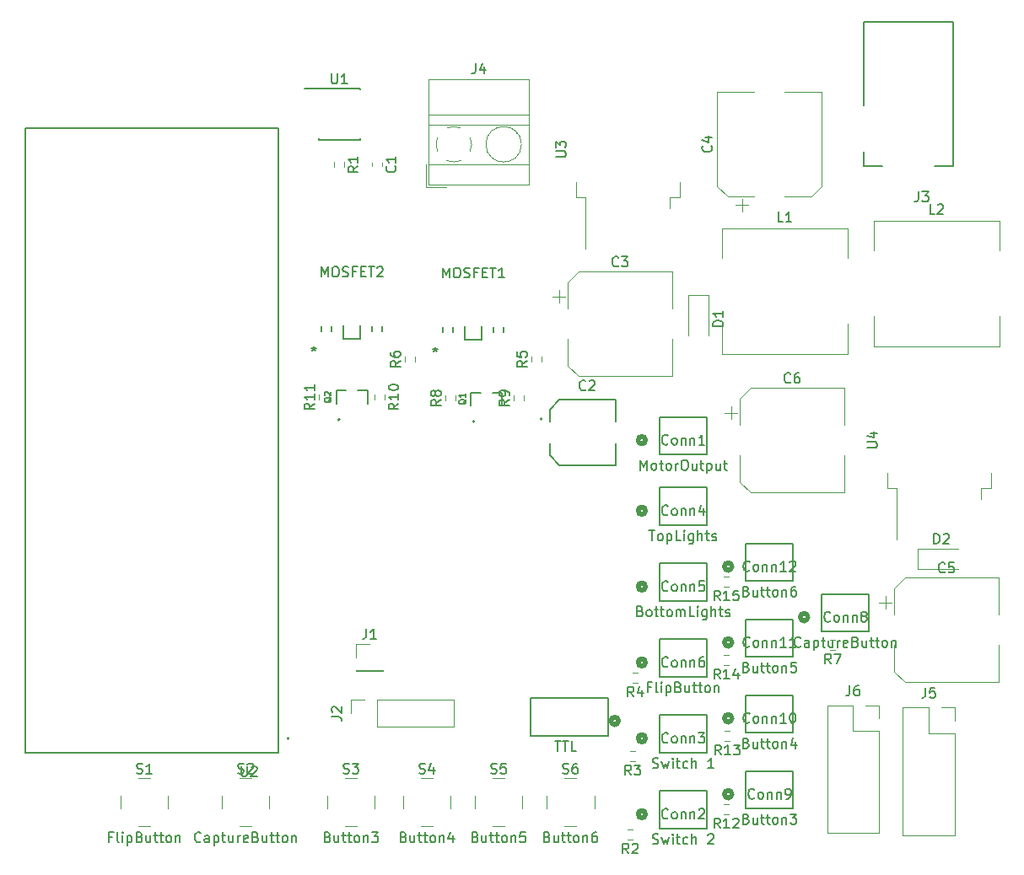
<source format=gbr>
%TF.GenerationSoftware,KiCad,Pcbnew,8.0.3*%
%TF.CreationDate,2024-08-26T23:53:33+05:30*%
%TF.ProjectId,Scout_Board,53636f75-745f-4426-9f61-72642e6b6963,rev?*%
%TF.SameCoordinates,Original*%
%TF.FileFunction,Legend,Top*%
%TF.FilePolarity,Positive*%
%FSLAX46Y46*%
G04 Gerber Fmt 4.6, Leading zero omitted, Abs format (unit mm)*
G04 Created by KiCad (PCBNEW 8.0.3) date 2024-08-26 23:53:33*
%MOMM*%
%LPD*%
G01*
G04 APERTURE LIST*
%ADD10C,0.150000*%
%ADD11C,0.152400*%
%ADD12C,0.508000*%
%ADD13C,0.120000*%
%ADD14C,0.127000*%
%ADD15C,0.200000*%
%ADD16C,0.100000*%
G04 APERTURE END LIST*
D10*
X179808571Y-110678119D02*
X179808571Y-109678119D01*
X179808571Y-109678119D02*
X180141904Y-110392404D01*
X180141904Y-110392404D02*
X180475237Y-109678119D01*
X180475237Y-109678119D02*
X180475237Y-110678119D01*
X181141904Y-109678119D02*
X181332380Y-109678119D01*
X181332380Y-109678119D02*
X181427618Y-109725738D01*
X181427618Y-109725738D02*
X181522856Y-109820976D01*
X181522856Y-109820976D02*
X181570475Y-110011452D01*
X181570475Y-110011452D02*
X181570475Y-110344785D01*
X181570475Y-110344785D02*
X181522856Y-110535261D01*
X181522856Y-110535261D02*
X181427618Y-110630500D01*
X181427618Y-110630500D02*
X181332380Y-110678119D01*
X181332380Y-110678119D02*
X181141904Y-110678119D01*
X181141904Y-110678119D02*
X181046666Y-110630500D01*
X181046666Y-110630500D02*
X180951428Y-110535261D01*
X180951428Y-110535261D02*
X180903809Y-110344785D01*
X180903809Y-110344785D02*
X180903809Y-110011452D01*
X180903809Y-110011452D02*
X180951428Y-109820976D01*
X180951428Y-109820976D02*
X181046666Y-109725738D01*
X181046666Y-109725738D02*
X181141904Y-109678119D01*
X181951428Y-110630500D02*
X182094285Y-110678119D01*
X182094285Y-110678119D02*
X182332380Y-110678119D01*
X182332380Y-110678119D02*
X182427618Y-110630500D01*
X182427618Y-110630500D02*
X182475237Y-110582880D01*
X182475237Y-110582880D02*
X182522856Y-110487642D01*
X182522856Y-110487642D02*
X182522856Y-110392404D01*
X182522856Y-110392404D02*
X182475237Y-110297166D01*
X182475237Y-110297166D02*
X182427618Y-110249547D01*
X182427618Y-110249547D02*
X182332380Y-110201928D01*
X182332380Y-110201928D02*
X182141904Y-110154309D01*
X182141904Y-110154309D02*
X182046666Y-110106690D01*
X182046666Y-110106690D02*
X181999047Y-110059071D01*
X181999047Y-110059071D02*
X181951428Y-109963833D01*
X181951428Y-109963833D02*
X181951428Y-109868595D01*
X181951428Y-109868595D02*
X181999047Y-109773357D01*
X181999047Y-109773357D02*
X182046666Y-109725738D01*
X182046666Y-109725738D02*
X182141904Y-109678119D01*
X182141904Y-109678119D02*
X182379999Y-109678119D01*
X182379999Y-109678119D02*
X182522856Y-109725738D01*
X183284761Y-110154309D02*
X182951428Y-110154309D01*
X182951428Y-110678119D02*
X182951428Y-109678119D01*
X182951428Y-109678119D02*
X183427618Y-109678119D01*
X183808571Y-110154309D02*
X184141904Y-110154309D01*
X184284761Y-110678119D02*
X183808571Y-110678119D01*
X183808571Y-110678119D02*
X183808571Y-109678119D01*
X183808571Y-109678119D02*
X184284761Y-109678119D01*
X184570476Y-109678119D02*
X185141904Y-109678119D01*
X184856190Y-110678119D02*
X184856190Y-109678119D01*
X185999047Y-110678119D02*
X185427619Y-110678119D01*
X185713333Y-110678119D02*
X185713333Y-109678119D01*
X185713333Y-109678119D02*
X185618095Y-109820976D01*
X185618095Y-109820976D02*
X185522857Y-109916214D01*
X185522857Y-109916214D02*
X185427619Y-109963833D01*
X179070000Y-117679119D02*
X179070000Y-117917214D01*
X178831905Y-117821976D02*
X179070000Y-117917214D01*
X179070000Y-117917214D02*
X179308095Y-117821976D01*
X178927143Y-118107690D02*
X179070000Y-117917214D01*
X179070000Y-117917214D02*
X179212857Y-118107690D01*
X179070000Y-117679119D02*
X179070000Y-117917214D01*
X178831905Y-117821976D02*
X179070000Y-117917214D01*
X179070000Y-117917214D02*
X179308095Y-117821976D01*
X178927143Y-118107690D02*
X179070000Y-117917214D01*
X179070000Y-117917214D02*
X179212857Y-118107690D01*
X210609998Y-147679580D02*
X210562379Y-147727200D01*
X210562379Y-147727200D02*
X210419522Y-147774819D01*
X210419522Y-147774819D02*
X210324284Y-147774819D01*
X210324284Y-147774819D02*
X210181427Y-147727200D01*
X210181427Y-147727200D02*
X210086189Y-147631961D01*
X210086189Y-147631961D02*
X210038570Y-147536723D01*
X210038570Y-147536723D02*
X209990951Y-147346247D01*
X209990951Y-147346247D02*
X209990951Y-147203390D01*
X209990951Y-147203390D02*
X210038570Y-147012914D01*
X210038570Y-147012914D02*
X210086189Y-146917676D01*
X210086189Y-146917676D02*
X210181427Y-146822438D01*
X210181427Y-146822438D02*
X210324284Y-146774819D01*
X210324284Y-146774819D02*
X210419522Y-146774819D01*
X210419522Y-146774819D02*
X210562379Y-146822438D01*
X210562379Y-146822438D02*
X210609998Y-146870057D01*
X211181427Y-147774819D02*
X211086189Y-147727200D01*
X211086189Y-147727200D02*
X211038570Y-147679580D01*
X211038570Y-147679580D02*
X210990951Y-147584342D01*
X210990951Y-147584342D02*
X210990951Y-147298628D01*
X210990951Y-147298628D02*
X211038570Y-147203390D01*
X211038570Y-147203390D02*
X211086189Y-147155771D01*
X211086189Y-147155771D02*
X211181427Y-147108152D01*
X211181427Y-147108152D02*
X211324284Y-147108152D01*
X211324284Y-147108152D02*
X211419522Y-147155771D01*
X211419522Y-147155771D02*
X211467141Y-147203390D01*
X211467141Y-147203390D02*
X211514760Y-147298628D01*
X211514760Y-147298628D02*
X211514760Y-147584342D01*
X211514760Y-147584342D02*
X211467141Y-147679580D01*
X211467141Y-147679580D02*
X211419522Y-147727200D01*
X211419522Y-147727200D02*
X211324284Y-147774819D01*
X211324284Y-147774819D02*
X211181427Y-147774819D01*
X211943332Y-147108152D02*
X211943332Y-147774819D01*
X211943332Y-147203390D02*
X211990951Y-147155771D01*
X211990951Y-147155771D02*
X212086189Y-147108152D01*
X212086189Y-147108152D02*
X212229046Y-147108152D01*
X212229046Y-147108152D02*
X212324284Y-147155771D01*
X212324284Y-147155771D02*
X212371903Y-147251009D01*
X212371903Y-147251009D02*
X212371903Y-147774819D01*
X212848094Y-147108152D02*
X212848094Y-147774819D01*
X212848094Y-147203390D02*
X212895713Y-147155771D01*
X212895713Y-147155771D02*
X212990951Y-147108152D01*
X212990951Y-147108152D02*
X213133808Y-147108152D01*
X213133808Y-147108152D02*
X213229046Y-147155771D01*
X213229046Y-147155771D02*
X213276665Y-147251009D01*
X213276665Y-147251009D02*
X213276665Y-147774819D01*
X214276665Y-147774819D02*
X213705237Y-147774819D01*
X213990951Y-147774819D02*
X213990951Y-146774819D01*
X213990951Y-146774819D02*
X213895713Y-146917676D01*
X213895713Y-146917676D02*
X213800475Y-147012914D01*
X213800475Y-147012914D02*
X213705237Y-147060533D01*
X215229046Y-147774819D02*
X214657618Y-147774819D01*
X214943332Y-147774819D02*
X214943332Y-146774819D01*
X214943332Y-146774819D02*
X214848094Y-146917676D01*
X214848094Y-146917676D02*
X214752856Y-147012914D01*
X214752856Y-147012914D02*
X214657618Y-147060533D01*
X210276665Y-149791009D02*
X210419522Y-149838628D01*
X210419522Y-149838628D02*
X210467141Y-149886247D01*
X210467141Y-149886247D02*
X210514760Y-149981485D01*
X210514760Y-149981485D02*
X210514760Y-150124342D01*
X210514760Y-150124342D02*
X210467141Y-150219580D01*
X210467141Y-150219580D02*
X210419522Y-150267200D01*
X210419522Y-150267200D02*
X210324284Y-150314819D01*
X210324284Y-150314819D02*
X209943332Y-150314819D01*
X209943332Y-150314819D02*
X209943332Y-149314819D01*
X209943332Y-149314819D02*
X210276665Y-149314819D01*
X210276665Y-149314819D02*
X210371903Y-149362438D01*
X210371903Y-149362438D02*
X210419522Y-149410057D01*
X210419522Y-149410057D02*
X210467141Y-149505295D01*
X210467141Y-149505295D02*
X210467141Y-149600533D01*
X210467141Y-149600533D02*
X210419522Y-149695771D01*
X210419522Y-149695771D02*
X210371903Y-149743390D01*
X210371903Y-149743390D02*
X210276665Y-149791009D01*
X210276665Y-149791009D02*
X209943332Y-149791009D01*
X211371903Y-149648152D02*
X211371903Y-150314819D01*
X210943332Y-149648152D02*
X210943332Y-150171961D01*
X210943332Y-150171961D02*
X210990951Y-150267200D01*
X210990951Y-150267200D02*
X211086189Y-150314819D01*
X211086189Y-150314819D02*
X211229046Y-150314819D01*
X211229046Y-150314819D02*
X211324284Y-150267200D01*
X211324284Y-150267200D02*
X211371903Y-150219580D01*
X211705237Y-149648152D02*
X212086189Y-149648152D01*
X211848094Y-149314819D02*
X211848094Y-150171961D01*
X211848094Y-150171961D02*
X211895713Y-150267200D01*
X211895713Y-150267200D02*
X211990951Y-150314819D01*
X211990951Y-150314819D02*
X212086189Y-150314819D01*
X212276666Y-149648152D02*
X212657618Y-149648152D01*
X212419523Y-149314819D02*
X212419523Y-150171961D01*
X212419523Y-150171961D02*
X212467142Y-150267200D01*
X212467142Y-150267200D02*
X212562380Y-150314819D01*
X212562380Y-150314819D02*
X212657618Y-150314819D01*
X213133809Y-150314819D02*
X213038571Y-150267200D01*
X213038571Y-150267200D02*
X212990952Y-150219580D01*
X212990952Y-150219580D02*
X212943333Y-150124342D01*
X212943333Y-150124342D02*
X212943333Y-149838628D01*
X212943333Y-149838628D02*
X212990952Y-149743390D01*
X212990952Y-149743390D02*
X213038571Y-149695771D01*
X213038571Y-149695771D02*
X213133809Y-149648152D01*
X213133809Y-149648152D02*
X213276666Y-149648152D01*
X213276666Y-149648152D02*
X213371904Y-149695771D01*
X213371904Y-149695771D02*
X213419523Y-149743390D01*
X213419523Y-149743390D02*
X213467142Y-149838628D01*
X213467142Y-149838628D02*
X213467142Y-150124342D01*
X213467142Y-150124342D02*
X213419523Y-150219580D01*
X213419523Y-150219580D02*
X213371904Y-150267200D01*
X213371904Y-150267200D02*
X213276666Y-150314819D01*
X213276666Y-150314819D02*
X213133809Y-150314819D01*
X213895714Y-149648152D02*
X213895714Y-150314819D01*
X213895714Y-149743390D02*
X213943333Y-149695771D01*
X213943333Y-149695771D02*
X214038571Y-149648152D01*
X214038571Y-149648152D02*
X214181428Y-149648152D01*
X214181428Y-149648152D02*
X214276666Y-149695771D01*
X214276666Y-149695771D02*
X214324285Y-149791009D01*
X214324285Y-149791009D02*
X214324285Y-150314819D01*
X215276666Y-149314819D02*
X214800476Y-149314819D01*
X214800476Y-149314819D02*
X214752857Y-149791009D01*
X214752857Y-149791009D02*
X214800476Y-149743390D01*
X214800476Y-149743390D02*
X214895714Y-149695771D01*
X214895714Y-149695771D02*
X215133809Y-149695771D01*
X215133809Y-149695771D02*
X215229047Y-149743390D01*
X215229047Y-149743390D02*
X215276666Y-149791009D01*
X215276666Y-149791009D02*
X215324285Y-149886247D01*
X215324285Y-149886247D02*
X215324285Y-150124342D01*
X215324285Y-150124342D02*
X215276666Y-150219580D01*
X215276666Y-150219580D02*
X215229047Y-150267200D01*
X215229047Y-150267200D02*
X215133809Y-150314819D01*
X215133809Y-150314819D02*
X214895714Y-150314819D01*
X214895714Y-150314819D02*
X214800476Y-150267200D01*
X214800476Y-150267200D02*
X214752857Y-150219580D01*
X222420819Y-127761904D02*
X223230342Y-127761904D01*
X223230342Y-127761904D02*
X223325580Y-127714285D01*
X223325580Y-127714285D02*
X223373200Y-127666666D01*
X223373200Y-127666666D02*
X223420819Y-127571428D01*
X223420819Y-127571428D02*
X223420819Y-127380952D01*
X223420819Y-127380952D02*
X223373200Y-127285714D01*
X223373200Y-127285714D02*
X223325580Y-127238095D01*
X223325580Y-127238095D02*
X223230342Y-127190476D01*
X223230342Y-127190476D02*
X222420819Y-127190476D01*
X222754152Y-126285714D02*
X223420819Y-126285714D01*
X222373200Y-126523809D02*
X223087485Y-126761904D01*
X223087485Y-126761904D02*
X223087485Y-126142857D01*
X191178819Y-98551904D02*
X191988342Y-98551904D01*
X191988342Y-98551904D02*
X192083580Y-98504285D01*
X192083580Y-98504285D02*
X192131200Y-98456666D01*
X192131200Y-98456666D02*
X192178819Y-98361428D01*
X192178819Y-98361428D02*
X192178819Y-98170952D01*
X192178819Y-98170952D02*
X192131200Y-98075714D01*
X192131200Y-98075714D02*
X192083580Y-98028095D01*
X192083580Y-98028095D02*
X191988342Y-97980476D01*
X191988342Y-97980476D02*
X191178819Y-97980476D01*
X191178819Y-97599523D02*
X191178819Y-96980476D01*
X191178819Y-96980476D02*
X191559771Y-97313809D01*
X191559771Y-97313809D02*
X191559771Y-97170952D01*
X191559771Y-97170952D02*
X191607390Y-97075714D01*
X191607390Y-97075714D02*
X191655009Y-97028095D01*
X191655009Y-97028095D02*
X191750247Y-96980476D01*
X191750247Y-96980476D02*
X191988342Y-96980476D01*
X191988342Y-96980476D02*
X192083580Y-97028095D01*
X192083580Y-97028095D02*
X192131200Y-97075714D01*
X192131200Y-97075714D02*
X192178819Y-97170952D01*
X192178819Y-97170952D02*
X192178819Y-97456666D01*
X192178819Y-97456666D02*
X192131200Y-97551904D01*
X192131200Y-97551904D02*
X192083580Y-97599523D01*
X188254819Y-119038666D02*
X187778628Y-119371999D01*
X188254819Y-119610094D02*
X187254819Y-119610094D01*
X187254819Y-119610094D02*
X187254819Y-119229142D01*
X187254819Y-119229142D02*
X187302438Y-119133904D01*
X187302438Y-119133904D02*
X187350057Y-119086285D01*
X187350057Y-119086285D02*
X187445295Y-119038666D01*
X187445295Y-119038666D02*
X187588152Y-119038666D01*
X187588152Y-119038666D02*
X187683390Y-119086285D01*
X187683390Y-119086285D02*
X187731009Y-119133904D01*
X187731009Y-119133904D02*
X187778628Y-119229142D01*
X187778628Y-119229142D02*
X187778628Y-119610094D01*
X187254819Y-118133904D02*
X187254819Y-118610094D01*
X187254819Y-118610094D02*
X187731009Y-118657713D01*
X187731009Y-118657713D02*
X187683390Y-118610094D01*
X187683390Y-118610094D02*
X187635771Y-118514856D01*
X187635771Y-118514856D02*
X187635771Y-118276761D01*
X187635771Y-118276761D02*
X187683390Y-118181523D01*
X187683390Y-118181523D02*
X187731009Y-118133904D01*
X187731009Y-118133904D02*
X187826247Y-118086285D01*
X187826247Y-118086285D02*
X188064342Y-118086285D01*
X188064342Y-118086285D02*
X188159580Y-118133904D01*
X188159580Y-118133904D02*
X188207200Y-118181523D01*
X188207200Y-118181523D02*
X188254819Y-118276761D01*
X188254819Y-118276761D02*
X188254819Y-118514856D01*
X188254819Y-118514856D02*
X188207200Y-118610094D01*
X188207200Y-118610094D02*
X188159580Y-118657713D01*
X210609998Y-140059580D02*
X210562379Y-140107200D01*
X210562379Y-140107200D02*
X210419522Y-140154819D01*
X210419522Y-140154819D02*
X210324284Y-140154819D01*
X210324284Y-140154819D02*
X210181427Y-140107200D01*
X210181427Y-140107200D02*
X210086189Y-140011961D01*
X210086189Y-140011961D02*
X210038570Y-139916723D01*
X210038570Y-139916723D02*
X209990951Y-139726247D01*
X209990951Y-139726247D02*
X209990951Y-139583390D01*
X209990951Y-139583390D02*
X210038570Y-139392914D01*
X210038570Y-139392914D02*
X210086189Y-139297676D01*
X210086189Y-139297676D02*
X210181427Y-139202438D01*
X210181427Y-139202438D02*
X210324284Y-139154819D01*
X210324284Y-139154819D02*
X210419522Y-139154819D01*
X210419522Y-139154819D02*
X210562379Y-139202438D01*
X210562379Y-139202438D02*
X210609998Y-139250057D01*
X211181427Y-140154819D02*
X211086189Y-140107200D01*
X211086189Y-140107200D02*
X211038570Y-140059580D01*
X211038570Y-140059580D02*
X210990951Y-139964342D01*
X210990951Y-139964342D02*
X210990951Y-139678628D01*
X210990951Y-139678628D02*
X211038570Y-139583390D01*
X211038570Y-139583390D02*
X211086189Y-139535771D01*
X211086189Y-139535771D02*
X211181427Y-139488152D01*
X211181427Y-139488152D02*
X211324284Y-139488152D01*
X211324284Y-139488152D02*
X211419522Y-139535771D01*
X211419522Y-139535771D02*
X211467141Y-139583390D01*
X211467141Y-139583390D02*
X211514760Y-139678628D01*
X211514760Y-139678628D02*
X211514760Y-139964342D01*
X211514760Y-139964342D02*
X211467141Y-140059580D01*
X211467141Y-140059580D02*
X211419522Y-140107200D01*
X211419522Y-140107200D02*
X211324284Y-140154819D01*
X211324284Y-140154819D02*
X211181427Y-140154819D01*
X211943332Y-139488152D02*
X211943332Y-140154819D01*
X211943332Y-139583390D02*
X211990951Y-139535771D01*
X211990951Y-139535771D02*
X212086189Y-139488152D01*
X212086189Y-139488152D02*
X212229046Y-139488152D01*
X212229046Y-139488152D02*
X212324284Y-139535771D01*
X212324284Y-139535771D02*
X212371903Y-139631009D01*
X212371903Y-139631009D02*
X212371903Y-140154819D01*
X212848094Y-139488152D02*
X212848094Y-140154819D01*
X212848094Y-139583390D02*
X212895713Y-139535771D01*
X212895713Y-139535771D02*
X212990951Y-139488152D01*
X212990951Y-139488152D02*
X213133808Y-139488152D01*
X213133808Y-139488152D02*
X213229046Y-139535771D01*
X213229046Y-139535771D02*
X213276665Y-139631009D01*
X213276665Y-139631009D02*
X213276665Y-140154819D01*
X214276665Y-140154819D02*
X213705237Y-140154819D01*
X213990951Y-140154819D02*
X213990951Y-139154819D01*
X213990951Y-139154819D02*
X213895713Y-139297676D01*
X213895713Y-139297676D02*
X213800475Y-139392914D01*
X213800475Y-139392914D02*
X213705237Y-139440533D01*
X214657618Y-139250057D02*
X214705237Y-139202438D01*
X214705237Y-139202438D02*
X214800475Y-139154819D01*
X214800475Y-139154819D02*
X215038570Y-139154819D01*
X215038570Y-139154819D02*
X215133808Y-139202438D01*
X215133808Y-139202438D02*
X215181427Y-139250057D01*
X215181427Y-139250057D02*
X215229046Y-139345295D01*
X215229046Y-139345295D02*
X215229046Y-139440533D01*
X215229046Y-139440533D02*
X215181427Y-139583390D01*
X215181427Y-139583390D02*
X214609999Y-140154819D01*
X214609999Y-140154819D02*
X215229046Y-140154819D01*
X210276665Y-142171009D02*
X210419522Y-142218628D01*
X210419522Y-142218628D02*
X210467141Y-142266247D01*
X210467141Y-142266247D02*
X210514760Y-142361485D01*
X210514760Y-142361485D02*
X210514760Y-142504342D01*
X210514760Y-142504342D02*
X210467141Y-142599580D01*
X210467141Y-142599580D02*
X210419522Y-142647200D01*
X210419522Y-142647200D02*
X210324284Y-142694819D01*
X210324284Y-142694819D02*
X209943332Y-142694819D01*
X209943332Y-142694819D02*
X209943332Y-141694819D01*
X209943332Y-141694819D02*
X210276665Y-141694819D01*
X210276665Y-141694819D02*
X210371903Y-141742438D01*
X210371903Y-141742438D02*
X210419522Y-141790057D01*
X210419522Y-141790057D02*
X210467141Y-141885295D01*
X210467141Y-141885295D02*
X210467141Y-141980533D01*
X210467141Y-141980533D02*
X210419522Y-142075771D01*
X210419522Y-142075771D02*
X210371903Y-142123390D01*
X210371903Y-142123390D02*
X210276665Y-142171009D01*
X210276665Y-142171009D02*
X209943332Y-142171009D01*
X211371903Y-142028152D02*
X211371903Y-142694819D01*
X210943332Y-142028152D02*
X210943332Y-142551961D01*
X210943332Y-142551961D02*
X210990951Y-142647200D01*
X210990951Y-142647200D02*
X211086189Y-142694819D01*
X211086189Y-142694819D02*
X211229046Y-142694819D01*
X211229046Y-142694819D02*
X211324284Y-142647200D01*
X211324284Y-142647200D02*
X211371903Y-142599580D01*
X211705237Y-142028152D02*
X212086189Y-142028152D01*
X211848094Y-141694819D02*
X211848094Y-142551961D01*
X211848094Y-142551961D02*
X211895713Y-142647200D01*
X211895713Y-142647200D02*
X211990951Y-142694819D01*
X211990951Y-142694819D02*
X212086189Y-142694819D01*
X212276666Y-142028152D02*
X212657618Y-142028152D01*
X212419523Y-141694819D02*
X212419523Y-142551961D01*
X212419523Y-142551961D02*
X212467142Y-142647200D01*
X212467142Y-142647200D02*
X212562380Y-142694819D01*
X212562380Y-142694819D02*
X212657618Y-142694819D01*
X213133809Y-142694819D02*
X213038571Y-142647200D01*
X213038571Y-142647200D02*
X212990952Y-142599580D01*
X212990952Y-142599580D02*
X212943333Y-142504342D01*
X212943333Y-142504342D02*
X212943333Y-142218628D01*
X212943333Y-142218628D02*
X212990952Y-142123390D01*
X212990952Y-142123390D02*
X213038571Y-142075771D01*
X213038571Y-142075771D02*
X213133809Y-142028152D01*
X213133809Y-142028152D02*
X213276666Y-142028152D01*
X213276666Y-142028152D02*
X213371904Y-142075771D01*
X213371904Y-142075771D02*
X213419523Y-142123390D01*
X213419523Y-142123390D02*
X213467142Y-142218628D01*
X213467142Y-142218628D02*
X213467142Y-142504342D01*
X213467142Y-142504342D02*
X213419523Y-142599580D01*
X213419523Y-142599580D02*
X213371904Y-142647200D01*
X213371904Y-142647200D02*
X213276666Y-142694819D01*
X213276666Y-142694819D02*
X213133809Y-142694819D01*
X213895714Y-142028152D02*
X213895714Y-142694819D01*
X213895714Y-142123390D02*
X213943333Y-142075771D01*
X213943333Y-142075771D02*
X214038571Y-142028152D01*
X214038571Y-142028152D02*
X214181428Y-142028152D01*
X214181428Y-142028152D02*
X214276666Y-142075771D01*
X214276666Y-142075771D02*
X214324285Y-142171009D01*
X214324285Y-142171009D02*
X214324285Y-142694819D01*
X215229047Y-141694819D02*
X215038571Y-141694819D01*
X215038571Y-141694819D02*
X214943333Y-141742438D01*
X214943333Y-141742438D02*
X214895714Y-141790057D01*
X214895714Y-141790057D02*
X214800476Y-141932914D01*
X214800476Y-141932914D02*
X214752857Y-142123390D01*
X214752857Y-142123390D02*
X214752857Y-142504342D01*
X214752857Y-142504342D02*
X214800476Y-142599580D01*
X214800476Y-142599580D02*
X214848095Y-142647200D01*
X214848095Y-142647200D02*
X214943333Y-142694819D01*
X214943333Y-142694819D02*
X215133809Y-142694819D01*
X215133809Y-142694819D02*
X215229047Y-142647200D01*
X215229047Y-142647200D02*
X215276666Y-142599580D01*
X215276666Y-142599580D02*
X215324285Y-142504342D01*
X215324285Y-142504342D02*
X215324285Y-142266247D01*
X215324285Y-142266247D02*
X215276666Y-142171009D01*
X215276666Y-142171009D02*
X215229047Y-142123390D01*
X215229047Y-142123390D02*
X215133809Y-142075771D01*
X215133809Y-142075771D02*
X214943333Y-142075771D01*
X214943333Y-142075771D02*
X214848095Y-142123390D01*
X214848095Y-142123390D02*
X214800476Y-142171009D01*
X214800476Y-142171009D02*
X214752857Y-142266247D01*
X218781333Y-149458819D02*
X218448000Y-148982628D01*
X218209905Y-149458819D02*
X218209905Y-148458819D01*
X218209905Y-148458819D02*
X218590857Y-148458819D01*
X218590857Y-148458819D02*
X218686095Y-148506438D01*
X218686095Y-148506438D02*
X218733714Y-148554057D01*
X218733714Y-148554057D02*
X218781333Y-148649295D01*
X218781333Y-148649295D02*
X218781333Y-148792152D01*
X218781333Y-148792152D02*
X218733714Y-148887390D01*
X218733714Y-148887390D02*
X218686095Y-148935009D01*
X218686095Y-148935009D02*
X218590857Y-148982628D01*
X218590857Y-148982628D02*
X218209905Y-148982628D01*
X219114667Y-148458819D02*
X219781333Y-148458819D01*
X219781333Y-148458819D02*
X219352762Y-149458819D01*
X220666666Y-151654819D02*
X220666666Y-152369104D01*
X220666666Y-152369104D02*
X220619047Y-152511961D01*
X220619047Y-152511961D02*
X220523809Y-152607200D01*
X220523809Y-152607200D02*
X220380952Y-152654819D01*
X220380952Y-152654819D02*
X220285714Y-152654819D01*
X221571428Y-151654819D02*
X221380952Y-151654819D01*
X221380952Y-151654819D02*
X221285714Y-151702438D01*
X221285714Y-151702438D02*
X221238095Y-151750057D01*
X221238095Y-151750057D02*
X221142857Y-151892914D01*
X221142857Y-151892914D02*
X221095238Y-152083390D01*
X221095238Y-152083390D02*
X221095238Y-152464342D01*
X221095238Y-152464342D02*
X221142857Y-152559580D01*
X221142857Y-152559580D02*
X221190476Y-152607200D01*
X221190476Y-152607200D02*
X221285714Y-152654819D01*
X221285714Y-152654819D02*
X221476190Y-152654819D01*
X221476190Y-152654819D02*
X221571428Y-152607200D01*
X221571428Y-152607200D02*
X221619047Y-152559580D01*
X221619047Y-152559580D02*
X221666666Y-152464342D01*
X221666666Y-152464342D02*
X221666666Y-152226247D01*
X221666666Y-152226247D02*
X221619047Y-152131009D01*
X221619047Y-152131009D02*
X221571428Y-152083390D01*
X221571428Y-152083390D02*
X221476190Y-152035771D01*
X221476190Y-152035771D02*
X221285714Y-152035771D01*
X221285714Y-152035771D02*
X221190476Y-152083390D01*
X221190476Y-152083390D02*
X221142857Y-152131009D01*
X221142857Y-152131009D02*
X221095238Y-152226247D01*
X175366819Y-123324857D02*
X174890628Y-123658190D01*
X175366819Y-123896285D02*
X174366819Y-123896285D01*
X174366819Y-123896285D02*
X174366819Y-123515333D01*
X174366819Y-123515333D02*
X174414438Y-123420095D01*
X174414438Y-123420095D02*
X174462057Y-123372476D01*
X174462057Y-123372476D02*
X174557295Y-123324857D01*
X174557295Y-123324857D02*
X174700152Y-123324857D01*
X174700152Y-123324857D02*
X174795390Y-123372476D01*
X174795390Y-123372476D02*
X174843009Y-123420095D01*
X174843009Y-123420095D02*
X174890628Y-123515333D01*
X174890628Y-123515333D02*
X174890628Y-123896285D01*
X175366819Y-122372476D02*
X175366819Y-122943904D01*
X175366819Y-122658190D02*
X174366819Y-122658190D01*
X174366819Y-122658190D02*
X174509676Y-122753428D01*
X174509676Y-122753428D02*
X174604914Y-122848666D01*
X174604914Y-122848666D02*
X174652533Y-122943904D01*
X174366819Y-121753428D02*
X174366819Y-121658190D01*
X174366819Y-121658190D02*
X174414438Y-121562952D01*
X174414438Y-121562952D02*
X174462057Y-121515333D01*
X174462057Y-121515333D02*
X174557295Y-121467714D01*
X174557295Y-121467714D02*
X174747771Y-121420095D01*
X174747771Y-121420095D02*
X174985866Y-121420095D01*
X174985866Y-121420095D02*
X175176342Y-121467714D01*
X175176342Y-121467714D02*
X175271580Y-121515333D01*
X175271580Y-121515333D02*
X175319200Y-121562952D01*
X175319200Y-121562952D02*
X175366819Y-121658190D01*
X175366819Y-121658190D02*
X175366819Y-121753428D01*
X175366819Y-121753428D02*
X175319200Y-121848666D01*
X175319200Y-121848666D02*
X175271580Y-121896285D01*
X175271580Y-121896285D02*
X175176342Y-121943904D01*
X175176342Y-121943904D02*
X174985866Y-121991523D01*
X174985866Y-121991523D02*
X174747771Y-121991523D01*
X174747771Y-121991523D02*
X174557295Y-121943904D01*
X174557295Y-121943904D02*
X174462057Y-121896285D01*
X174462057Y-121896285D02*
X174414438Y-121848666D01*
X174414438Y-121848666D02*
X174366819Y-121753428D01*
X159597595Y-159759819D02*
X159597595Y-160569342D01*
X159597595Y-160569342D02*
X159645214Y-160664580D01*
X159645214Y-160664580D02*
X159692833Y-160712200D01*
X159692833Y-160712200D02*
X159788071Y-160759819D01*
X159788071Y-160759819D02*
X159978547Y-160759819D01*
X159978547Y-160759819D02*
X160073785Y-160712200D01*
X160073785Y-160712200D02*
X160121404Y-160664580D01*
X160121404Y-160664580D02*
X160169023Y-160569342D01*
X160169023Y-160569342D02*
X160169023Y-159759819D01*
X160597595Y-159855057D02*
X160645214Y-159807438D01*
X160645214Y-159807438D02*
X160740452Y-159759819D01*
X160740452Y-159759819D02*
X160978547Y-159759819D01*
X160978547Y-159759819D02*
X161073785Y-159807438D01*
X161073785Y-159807438D02*
X161121404Y-159855057D01*
X161121404Y-159855057D02*
X161169023Y-159950295D01*
X161169023Y-159950295D02*
X161169023Y-160045533D01*
X161169023Y-160045533D02*
X161121404Y-160188390D01*
X161121404Y-160188390D02*
X160549976Y-160759819D01*
X160549976Y-160759819D02*
X161169023Y-160759819D01*
X207637142Y-150982819D02*
X207303809Y-150506628D01*
X207065714Y-150982819D02*
X207065714Y-149982819D01*
X207065714Y-149982819D02*
X207446666Y-149982819D01*
X207446666Y-149982819D02*
X207541904Y-150030438D01*
X207541904Y-150030438D02*
X207589523Y-150078057D01*
X207589523Y-150078057D02*
X207637142Y-150173295D01*
X207637142Y-150173295D02*
X207637142Y-150316152D01*
X207637142Y-150316152D02*
X207589523Y-150411390D01*
X207589523Y-150411390D02*
X207541904Y-150459009D01*
X207541904Y-150459009D02*
X207446666Y-150506628D01*
X207446666Y-150506628D02*
X207065714Y-150506628D01*
X208589523Y-150982819D02*
X208018095Y-150982819D01*
X208303809Y-150982819D02*
X208303809Y-149982819D01*
X208303809Y-149982819D02*
X208208571Y-150125676D01*
X208208571Y-150125676D02*
X208113333Y-150220914D01*
X208113333Y-150220914D02*
X208018095Y-150268533D01*
X209446666Y-150316152D02*
X209446666Y-150982819D01*
X209208571Y-149935200D02*
X208970476Y-150649485D01*
X208970476Y-150649485D02*
X209589523Y-150649485D01*
X228266666Y-151878819D02*
X228266666Y-152593104D01*
X228266666Y-152593104D02*
X228219047Y-152735961D01*
X228219047Y-152735961D02*
X228123809Y-152831200D01*
X228123809Y-152831200D02*
X227980952Y-152878819D01*
X227980952Y-152878819D02*
X227885714Y-152878819D01*
X229219047Y-151878819D02*
X228742857Y-151878819D01*
X228742857Y-151878819D02*
X228695238Y-152355009D01*
X228695238Y-152355009D02*
X228742857Y-152307390D01*
X228742857Y-152307390D02*
X228838095Y-152259771D01*
X228838095Y-152259771D02*
X229076190Y-152259771D01*
X229076190Y-152259771D02*
X229171428Y-152307390D01*
X229171428Y-152307390D02*
X229219047Y-152355009D01*
X229219047Y-152355009D02*
X229266666Y-152450247D01*
X229266666Y-152450247D02*
X229266666Y-152688342D01*
X229266666Y-152688342D02*
X229219047Y-152783580D01*
X229219047Y-152783580D02*
X229171428Y-152831200D01*
X229171428Y-152831200D02*
X229076190Y-152878819D01*
X229076190Y-152878819D02*
X228838095Y-152878819D01*
X228838095Y-152878819D02*
X228742857Y-152831200D01*
X228742857Y-152831200D02*
X228695238Y-152783580D01*
X210609998Y-155299580D02*
X210562379Y-155347200D01*
X210562379Y-155347200D02*
X210419522Y-155394819D01*
X210419522Y-155394819D02*
X210324284Y-155394819D01*
X210324284Y-155394819D02*
X210181427Y-155347200D01*
X210181427Y-155347200D02*
X210086189Y-155251961D01*
X210086189Y-155251961D02*
X210038570Y-155156723D01*
X210038570Y-155156723D02*
X209990951Y-154966247D01*
X209990951Y-154966247D02*
X209990951Y-154823390D01*
X209990951Y-154823390D02*
X210038570Y-154632914D01*
X210038570Y-154632914D02*
X210086189Y-154537676D01*
X210086189Y-154537676D02*
X210181427Y-154442438D01*
X210181427Y-154442438D02*
X210324284Y-154394819D01*
X210324284Y-154394819D02*
X210419522Y-154394819D01*
X210419522Y-154394819D02*
X210562379Y-154442438D01*
X210562379Y-154442438D02*
X210609998Y-154490057D01*
X211181427Y-155394819D02*
X211086189Y-155347200D01*
X211086189Y-155347200D02*
X211038570Y-155299580D01*
X211038570Y-155299580D02*
X210990951Y-155204342D01*
X210990951Y-155204342D02*
X210990951Y-154918628D01*
X210990951Y-154918628D02*
X211038570Y-154823390D01*
X211038570Y-154823390D02*
X211086189Y-154775771D01*
X211086189Y-154775771D02*
X211181427Y-154728152D01*
X211181427Y-154728152D02*
X211324284Y-154728152D01*
X211324284Y-154728152D02*
X211419522Y-154775771D01*
X211419522Y-154775771D02*
X211467141Y-154823390D01*
X211467141Y-154823390D02*
X211514760Y-154918628D01*
X211514760Y-154918628D02*
X211514760Y-155204342D01*
X211514760Y-155204342D02*
X211467141Y-155299580D01*
X211467141Y-155299580D02*
X211419522Y-155347200D01*
X211419522Y-155347200D02*
X211324284Y-155394819D01*
X211324284Y-155394819D02*
X211181427Y-155394819D01*
X211943332Y-154728152D02*
X211943332Y-155394819D01*
X211943332Y-154823390D02*
X211990951Y-154775771D01*
X211990951Y-154775771D02*
X212086189Y-154728152D01*
X212086189Y-154728152D02*
X212229046Y-154728152D01*
X212229046Y-154728152D02*
X212324284Y-154775771D01*
X212324284Y-154775771D02*
X212371903Y-154871009D01*
X212371903Y-154871009D02*
X212371903Y-155394819D01*
X212848094Y-154728152D02*
X212848094Y-155394819D01*
X212848094Y-154823390D02*
X212895713Y-154775771D01*
X212895713Y-154775771D02*
X212990951Y-154728152D01*
X212990951Y-154728152D02*
X213133808Y-154728152D01*
X213133808Y-154728152D02*
X213229046Y-154775771D01*
X213229046Y-154775771D02*
X213276665Y-154871009D01*
X213276665Y-154871009D02*
X213276665Y-155394819D01*
X214276665Y-155394819D02*
X213705237Y-155394819D01*
X213990951Y-155394819D02*
X213990951Y-154394819D01*
X213990951Y-154394819D02*
X213895713Y-154537676D01*
X213895713Y-154537676D02*
X213800475Y-154632914D01*
X213800475Y-154632914D02*
X213705237Y-154680533D01*
X214895713Y-154394819D02*
X214990951Y-154394819D01*
X214990951Y-154394819D02*
X215086189Y-154442438D01*
X215086189Y-154442438D02*
X215133808Y-154490057D01*
X215133808Y-154490057D02*
X215181427Y-154585295D01*
X215181427Y-154585295D02*
X215229046Y-154775771D01*
X215229046Y-154775771D02*
X215229046Y-155013866D01*
X215229046Y-155013866D02*
X215181427Y-155204342D01*
X215181427Y-155204342D02*
X215133808Y-155299580D01*
X215133808Y-155299580D02*
X215086189Y-155347200D01*
X215086189Y-155347200D02*
X214990951Y-155394819D01*
X214990951Y-155394819D02*
X214895713Y-155394819D01*
X214895713Y-155394819D02*
X214800475Y-155347200D01*
X214800475Y-155347200D02*
X214752856Y-155299580D01*
X214752856Y-155299580D02*
X214705237Y-155204342D01*
X214705237Y-155204342D02*
X214657618Y-155013866D01*
X214657618Y-155013866D02*
X214657618Y-154775771D01*
X214657618Y-154775771D02*
X214705237Y-154585295D01*
X214705237Y-154585295D02*
X214752856Y-154490057D01*
X214752856Y-154490057D02*
X214800475Y-154442438D01*
X214800475Y-154442438D02*
X214895713Y-154394819D01*
X210276665Y-157411009D02*
X210419522Y-157458628D01*
X210419522Y-157458628D02*
X210467141Y-157506247D01*
X210467141Y-157506247D02*
X210514760Y-157601485D01*
X210514760Y-157601485D02*
X210514760Y-157744342D01*
X210514760Y-157744342D02*
X210467141Y-157839580D01*
X210467141Y-157839580D02*
X210419522Y-157887200D01*
X210419522Y-157887200D02*
X210324284Y-157934819D01*
X210324284Y-157934819D02*
X209943332Y-157934819D01*
X209943332Y-157934819D02*
X209943332Y-156934819D01*
X209943332Y-156934819D02*
X210276665Y-156934819D01*
X210276665Y-156934819D02*
X210371903Y-156982438D01*
X210371903Y-156982438D02*
X210419522Y-157030057D01*
X210419522Y-157030057D02*
X210467141Y-157125295D01*
X210467141Y-157125295D02*
X210467141Y-157220533D01*
X210467141Y-157220533D02*
X210419522Y-157315771D01*
X210419522Y-157315771D02*
X210371903Y-157363390D01*
X210371903Y-157363390D02*
X210276665Y-157411009D01*
X210276665Y-157411009D02*
X209943332Y-157411009D01*
X211371903Y-157268152D02*
X211371903Y-157934819D01*
X210943332Y-157268152D02*
X210943332Y-157791961D01*
X210943332Y-157791961D02*
X210990951Y-157887200D01*
X210990951Y-157887200D02*
X211086189Y-157934819D01*
X211086189Y-157934819D02*
X211229046Y-157934819D01*
X211229046Y-157934819D02*
X211324284Y-157887200D01*
X211324284Y-157887200D02*
X211371903Y-157839580D01*
X211705237Y-157268152D02*
X212086189Y-157268152D01*
X211848094Y-156934819D02*
X211848094Y-157791961D01*
X211848094Y-157791961D02*
X211895713Y-157887200D01*
X211895713Y-157887200D02*
X211990951Y-157934819D01*
X211990951Y-157934819D02*
X212086189Y-157934819D01*
X212276666Y-157268152D02*
X212657618Y-157268152D01*
X212419523Y-156934819D02*
X212419523Y-157791961D01*
X212419523Y-157791961D02*
X212467142Y-157887200D01*
X212467142Y-157887200D02*
X212562380Y-157934819D01*
X212562380Y-157934819D02*
X212657618Y-157934819D01*
X213133809Y-157934819D02*
X213038571Y-157887200D01*
X213038571Y-157887200D02*
X212990952Y-157839580D01*
X212990952Y-157839580D02*
X212943333Y-157744342D01*
X212943333Y-157744342D02*
X212943333Y-157458628D01*
X212943333Y-157458628D02*
X212990952Y-157363390D01*
X212990952Y-157363390D02*
X213038571Y-157315771D01*
X213038571Y-157315771D02*
X213133809Y-157268152D01*
X213133809Y-157268152D02*
X213276666Y-157268152D01*
X213276666Y-157268152D02*
X213371904Y-157315771D01*
X213371904Y-157315771D02*
X213419523Y-157363390D01*
X213419523Y-157363390D02*
X213467142Y-157458628D01*
X213467142Y-157458628D02*
X213467142Y-157744342D01*
X213467142Y-157744342D02*
X213419523Y-157839580D01*
X213419523Y-157839580D02*
X213371904Y-157887200D01*
X213371904Y-157887200D02*
X213276666Y-157934819D01*
X213276666Y-157934819D02*
X213133809Y-157934819D01*
X213895714Y-157268152D02*
X213895714Y-157934819D01*
X213895714Y-157363390D02*
X213943333Y-157315771D01*
X213943333Y-157315771D02*
X214038571Y-157268152D01*
X214038571Y-157268152D02*
X214181428Y-157268152D01*
X214181428Y-157268152D02*
X214276666Y-157315771D01*
X214276666Y-157315771D02*
X214324285Y-157411009D01*
X214324285Y-157411009D02*
X214324285Y-157934819D01*
X215229047Y-157268152D02*
X215229047Y-157934819D01*
X214990952Y-156887200D02*
X214752857Y-157601485D01*
X214752857Y-157601485D02*
X215371904Y-157601485D01*
X202426190Y-134447581D02*
X202378571Y-134495201D01*
X202378571Y-134495201D02*
X202235714Y-134542820D01*
X202235714Y-134542820D02*
X202140476Y-134542820D01*
X202140476Y-134542820D02*
X201997619Y-134495201D01*
X201997619Y-134495201D02*
X201902381Y-134399962D01*
X201902381Y-134399962D02*
X201854762Y-134304724D01*
X201854762Y-134304724D02*
X201807143Y-134114248D01*
X201807143Y-134114248D02*
X201807143Y-133971391D01*
X201807143Y-133971391D02*
X201854762Y-133780915D01*
X201854762Y-133780915D02*
X201902381Y-133685677D01*
X201902381Y-133685677D02*
X201997619Y-133590439D01*
X201997619Y-133590439D02*
X202140476Y-133542820D01*
X202140476Y-133542820D02*
X202235714Y-133542820D01*
X202235714Y-133542820D02*
X202378571Y-133590439D01*
X202378571Y-133590439D02*
X202426190Y-133638058D01*
X202997619Y-134542820D02*
X202902381Y-134495201D01*
X202902381Y-134495201D02*
X202854762Y-134447581D01*
X202854762Y-134447581D02*
X202807143Y-134352343D01*
X202807143Y-134352343D02*
X202807143Y-134066629D01*
X202807143Y-134066629D02*
X202854762Y-133971391D01*
X202854762Y-133971391D02*
X202902381Y-133923772D01*
X202902381Y-133923772D02*
X202997619Y-133876153D01*
X202997619Y-133876153D02*
X203140476Y-133876153D01*
X203140476Y-133876153D02*
X203235714Y-133923772D01*
X203235714Y-133923772D02*
X203283333Y-133971391D01*
X203283333Y-133971391D02*
X203330952Y-134066629D01*
X203330952Y-134066629D02*
X203330952Y-134352343D01*
X203330952Y-134352343D02*
X203283333Y-134447581D01*
X203283333Y-134447581D02*
X203235714Y-134495201D01*
X203235714Y-134495201D02*
X203140476Y-134542820D01*
X203140476Y-134542820D02*
X202997619Y-134542820D01*
X203759524Y-133876153D02*
X203759524Y-134542820D01*
X203759524Y-133971391D02*
X203807143Y-133923772D01*
X203807143Y-133923772D02*
X203902381Y-133876153D01*
X203902381Y-133876153D02*
X204045238Y-133876153D01*
X204045238Y-133876153D02*
X204140476Y-133923772D01*
X204140476Y-133923772D02*
X204188095Y-134019010D01*
X204188095Y-134019010D02*
X204188095Y-134542820D01*
X204664286Y-133876153D02*
X204664286Y-134542820D01*
X204664286Y-133971391D02*
X204711905Y-133923772D01*
X204711905Y-133923772D02*
X204807143Y-133876153D01*
X204807143Y-133876153D02*
X204950000Y-133876153D01*
X204950000Y-133876153D02*
X205045238Y-133923772D01*
X205045238Y-133923772D02*
X205092857Y-134019010D01*
X205092857Y-134019010D02*
X205092857Y-134542820D01*
X205997619Y-133876153D02*
X205997619Y-134542820D01*
X205759524Y-133495201D02*
X205521429Y-134209486D01*
X205521429Y-134209486D02*
X206140476Y-134209486D01*
X200521428Y-136082820D02*
X201092856Y-136082820D01*
X200807142Y-137082820D02*
X200807142Y-136082820D01*
X201569047Y-137082820D02*
X201473809Y-137035201D01*
X201473809Y-137035201D02*
X201426190Y-136987581D01*
X201426190Y-136987581D02*
X201378571Y-136892343D01*
X201378571Y-136892343D02*
X201378571Y-136606629D01*
X201378571Y-136606629D02*
X201426190Y-136511391D01*
X201426190Y-136511391D02*
X201473809Y-136463772D01*
X201473809Y-136463772D02*
X201569047Y-136416153D01*
X201569047Y-136416153D02*
X201711904Y-136416153D01*
X201711904Y-136416153D02*
X201807142Y-136463772D01*
X201807142Y-136463772D02*
X201854761Y-136511391D01*
X201854761Y-136511391D02*
X201902380Y-136606629D01*
X201902380Y-136606629D02*
X201902380Y-136892343D01*
X201902380Y-136892343D02*
X201854761Y-136987581D01*
X201854761Y-136987581D02*
X201807142Y-137035201D01*
X201807142Y-137035201D02*
X201711904Y-137082820D01*
X201711904Y-137082820D02*
X201569047Y-137082820D01*
X202330952Y-136416153D02*
X202330952Y-137416153D01*
X202330952Y-136463772D02*
X202426190Y-136416153D01*
X202426190Y-136416153D02*
X202616666Y-136416153D01*
X202616666Y-136416153D02*
X202711904Y-136463772D01*
X202711904Y-136463772D02*
X202759523Y-136511391D01*
X202759523Y-136511391D02*
X202807142Y-136606629D01*
X202807142Y-136606629D02*
X202807142Y-136892343D01*
X202807142Y-136892343D02*
X202759523Y-136987581D01*
X202759523Y-136987581D02*
X202711904Y-137035201D01*
X202711904Y-137035201D02*
X202616666Y-137082820D01*
X202616666Y-137082820D02*
X202426190Y-137082820D01*
X202426190Y-137082820D02*
X202330952Y-137035201D01*
X203711904Y-137082820D02*
X203235714Y-137082820D01*
X203235714Y-137082820D02*
X203235714Y-136082820D01*
X204045238Y-137082820D02*
X204045238Y-136416153D01*
X204045238Y-136082820D02*
X203997619Y-136130439D01*
X203997619Y-136130439D02*
X204045238Y-136178058D01*
X204045238Y-136178058D02*
X204092857Y-136130439D01*
X204092857Y-136130439D02*
X204045238Y-136082820D01*
X204045238Y-136082820D02*
X204045238Y-136178058D01*
X204949999Y-136416153D02*
X204949999Y-137225677D01*
X204949999Y-137225677D02*
X204902380Y-137320915D01*
X204902380Y-137320915D02*
X204854761Y-137368534D01*
X204854761Y-137368534D02*
X204759523Y-137416153D01*
X204759523Y-137416153D02*
X204616666Y-137416153D01*
X204616666Y-137416153D02*
X204521428Y-137368534D01*
X204949999Y-137035201D02*
X204854761Y-137082820D01*
X204854761Y-137082820D02*
X204664285Y-137082820D01*
X204664285Y-137082820D02*
X204569047Y-137035201D01*
X204569047Y-137035201D02*
X204521428Y-136987581D01*
X204521428Y-136987581D02*
X204473809Y-136892343D01*
X204473809Y-136892343D02*
X204473809Y-136606629D01*
X204473809Y-136606629D02*
X204521428Y-136511391D01*
X204521428Y-136511391D02*
X204569047Y-136463772D01*
X204569047Y-136463772D02*
X204664285Y-136416153D01*
X204664285Y-136416153D02*
X204854761Y-136416153D01*
X204854761Y-136416153D02*
X204949999Y-136463772D01*
X205426190Y-137082820D02*
X205426190Y-136082820D01*
X205854761Y-137082820D02*
X205854761Y-136559010D01*
X205854761Y-136559010D02*
X205807142Y-136463772D01*
X205807142Y-136463772D02*
X205711904Y-136416153D01*
X205711904Y-136416153D02*
X205569047Y-136416153D01*
X205569047Y-136416153D02*
X205473809Y-136463772D01*
X205473809Y-136463772D02*
X205426190Y-136511391D01*
X206188095Y-136416153D02*
X206569047Y-136416153D01*
X206330952Y-136082820D02*
X206330952Y-136939962D01*
X206330952Y-136939962D02*
X206378571Y-137035201D01*
X206378571Y-137035201D02*
X206473809Y-137082820D01*
X206473809Y-137082820D02*
X206569047Y-137082820D01*
X206854762Y-137035201D02*
X206950000Y-137082820D01*
X206950000Y-137082820D02*
X207140476Y-137082820D01*
X207140476Y-137082820D02*
X207235714Y-137035201D01*
X207235714Y-137035201D02*
X207283333Y-136939962D01*
X207283333Y-136939962D02*
X207283333Y-136892343D01*
X207283333Y-136892343D02*
X207235714Y-136797105D01*
X207235714Y-136797105D02*
X207140476Y-136749486D01*
X207140476Y-136749486D02*
X206997619Y-136749486D01*
X206997619Y-136749486D02*
X206902381Y-136701867D01*
X206902381Y-136701867D02*
X206854762Y-136606629D01*
X206854762Y-136606629D02*
X206854762Y-136559010D01*
X206854762Y-136559010D02*
X206902381Y-136463772D01*
X206902381Y-136463772D02*
X206997619Y-136416153D01*
X206997619Y-136416153D02*
X207140476Y-136416153D01*
X207140476Y-136416153D02*
X207235714Y-136463772D01*
X207940819Y-115546094D02*
X206940819Y-115546094D01*
X206940819Y-115546094D02*
X206940819Y-115307999D01*
X206940819Y-115307999D02*
X206988438Y-115165142D01*
X206988438Y-115165142D02*
X207083676Y-115069904D01*
X207083676Y-115069904D02*
X207178914Y-115022285D01*
X207178914Y-115022285D02*
X207369390Y-114974666D01*
X207369390Y-114974666D02*
X207512247Y-114974666D01*
X207512247Y-114974666D02*
X207702723Y-115022285D01*
X207702723Y-115022285D02*
X207797961Y-115069904D01*
X207797961Y-115069904D02*
X207893200Y-115165142D01*
X207893200Y-115165142D02*
X207940819Y-115307999D01*
X207940819Y-115307999D02*
X207940819Y-115546094D01*
X207940819Y-114022285D02*
X207940819Y-114593713D01*
X207940819Y-114307999D02*
X206940819Y-114307999D01*
X206940819Y-114307999D02*
X207083676Y-114403237D01*
X207083676Y-114403237D02*
X207178914Y-114498475D01*
X207178914Y-114498475D02*
X207226533Y-114593713D01*
X198461333Y-168508819D02*
X198128000Y-168032628D01*
X197889905Y-168508819D02*
X197889905Y-167508819D01*
X197889905Y-167508819D02*
X198270857Y-167508819D01*
X198270857Y-167508819D02*
X198366095Y-167556438D01*
X198366095Y-167556438D02*
X198413714Y-167604057D01*
X198413714Y-167604057D02*
X198461333Y-167699295D01*
X198461333Y-167699295D02*
X198461333Y-167842152D01*
X198461333Y-167842152D02*
X198413714Y-167937390D01*
X198413714Y-167937390D02*
X198366095Y-167985009D01*
X198366095Y-167985009D02*
X198270857Y-168032628D01*
X198270857Y-168032628D02*
X197889905Y-168032628D01*
X198842286Y-167604057D02*
X198889905Y-167556438D01*
X198889905Y-167556438D02*
X198985143Y-167508819D01*
X198985143Y-167508819D02*
X199223238Y-167508819D01*
X199223238Y-167508819D02*
X199318476Y-167556438D01*
X199318476Y-167556438D02*
X199366095Y-167604057D01*
X199366095Y-167604057D02*
X199413714Y-167699295D01*
X199413714Y-167699295D02*
X199413714Y-167794533D01*
X199413714Y-167794533D02*
X199366095Y-167937390D01*
X199366095Y-167937390D02*
X198794667Y-168508819D01*
X198794667Y-168508819D02*
X199413714Y-168508819D01*
X211086189Y-162919580D02*
X211038570Y-162967200D01*
X211038570Y-162967200D02*
X210895713Y-163014819D01*
X210895713Y-163014819D02*
X210800475Y-163014819D01*
X210800475Y-163014819D02*
X210657618Y-162967200D01*
X210657618Y-162967200D02*
X210562380Y-162871961D01*
X210562380Y-162871961D02*
X210514761Y-162776723D01*
X210514761Y-162776723D02*
X210467142Y-162586247D01*
X210467142Y-162586247D02*
X210467142Y-162443390D01*
X210467142Y-162443390D02*
X210514761Y-162252914D01*
X210514761Y-162252914D02*
X210562380Y-162157676D01*
X210562380Y-162157676D02*
X210657618Y-162062438D01*
X210657618Y-162062438D02*
X210800475Y-162014819D01*
X210800475Y-162014819D02*
X210895713Y-162014819D01*
X210895713Y-162014819D02*
X211038570Y-162062438D01*
X211038570Y-162062438D02*
X211086189Y-162110057D01*
X211657618Y-163014819D02*
X211562380Y-162967200D01*
X211562380Y-162967200D02*
X211514761Y-162919580D01*
X211514761Y-162919580D02*
X211467142Y-162824342D01*
X211467142Y-162824342D02*
X211467142Y-162538628D01*
X211467142Y-162538628D02*
X211514761Y-162443390D01*
X211514761Y-162443390D02*
X211562380Y-162395771D01*
X211562380Y-162395771D02*
X211657618Y-162348152D01*
X211657618Y-162348152D02*
X211800475Y-162348152D01*
X211800475Y-162348152D02*
X211895713Y-162395771D01*
X211895713Y-162395771D02*
X211943332Y-162443390D01*
X211943332Y-162443390D02*
X211990951Y-162538628D01*
X211990951Y-162538628D02*
X211990951Y-162824342D01*
X211990951Y-162824342D02*
X211943332Y-162919580D01*
X211943332Y-162919580D02*
X211895713Y-162967200D01*
X211895713Y-162967200D02*
X211800475Y-163014819D01*
X211800475Y-163014819D02*
X211657618Y-163014819D01*
X212419523Y-162348152D02*
X212419523Y-163014819D01*
X212419523Y-162443390D02*
X212467142Y-162395771D01*
X212467142Y-162395771D02*
X212562380Y-162348152D01*
X212562380Y-162348152D02*
X212705237Y-162348152D01*
X212705237Y-162348152D02*
X212800475Y-162395771D01*
X212800475Y-162395771D02*
X212848094Y-162491009D01*
X212848094Y-162491009D02*
X212848094Y-163014819D01*
X213324285Y-162348152D02*
X213324285Y-163014819D01*
X213324285Y-162443390D02*
X213371904Y-162395771D01*
X213371904Y-162395771D02*
X213467142Y-162348152D01*
X213467142Y-162348152D02*
X213609999Y-162348152D01*
X213609999Y-162348152D02*
X213705237Y-162395771D01*
X213705237Y-162395771D02*
X213752856Y-162491009D01*
X213752856Y-162491009D02*
X213752856Y-163014819D01*
X214276666Y-163014819D02*
X214467142Y-163014819D01*
X214467142Y-163014819D02*
X214562380Y-162967200D01*
X214562380Y-162967200D02*
X214609999Y-162919580D01*
X214609999Y-162919580D02*
X214705237Y-162776723D01*
X214705237Y-162776723D02*
X214752856Y-162586247D01*
X214752856Y-162586247D02*
X214752856Y-162205295D01*
X214752856Y-162205295D02*
X214705237Y-162110057D01*
X214705237Y-162110057D02*
X214657618Y-162062438D01*
X214657618Y-162062438D02*
X214562380Y-162014819D01*
X214562380Y-162014819D02*
X214371904Y-162014819D01*
X214371904Y-162014819D02*
X214276666Y-162062438D01*
X214276666Y-162062438D02*
X214229047Y-162110057D01*
X214229047Y-162110057D02*
X214181428Y-162205295D01*
X214181428Y-162205295D02*
X214181428Y-162443390D01*
X214181428Y-162443390D02*
X214229047Y-162538628D01*
X214229047Y-162538628D02*
X214276666Y-162586247D01*
X214276666Y-162586247D02*
X214371904Y-162633866D01*
X214371904Y-162633866D02*
X214562380Y-162633866D01*
X214562380Y-162633866D02*
X214657618Y-162586247D01*
X214657618Y-162586247D02*
X214705237Y-162538628D01*
X214705237Y-162538628D02*
X214752856Y-162443390D01*
X210276665Y-165031009D02*
X210419522Y-165078628D01*
X210419522Y-165078628D02*
X210467141Y-165126247D01*
X210467141Y-165126247D02*
X210514760Y-165221485D01*
X210514760Y-165221485D02*
X210514760Y-165364342D01*
X210514760Y-165364342D02*
X210467141Y-165459580D01*
X210467141Y-165459580D02*
X210419522Y-165507200D01*
X210419522Y-165507200D02*
X210324284Y-165554819D01*
X210324284Y-165554819D02*
X209943332Y-165554819D01*
X209943332Y-165554819D02*
X209943332Y-164554819D01*
X209943332Y-164554819D02*
X210276665Y-164554819D01*
X210276665Y-164554819D02*
X210371903Y-164602438D01*
X210371903Y-164602438D02*
X210419522Y-164650057D01*
X210419522Y-164650057D02*
X210467141Y-164745295D01*
X210467141Y-164745295D02*
X210467141Y-164840533D01*
X210467141Y-164840533D02*
X210419522Y-164935771D01*
X210419522Y-164935771D02*
X210371903Y-164983390D01*
X210371903Y-164983390D02*
X210276665Y-165031009D01*
X210276665Y-165031009D02*
X209943332Y-165031009D01*
X211371903Y-164888152D02*
X211371903Y-165554819D01*
X210943332Y-164888152D02*
X210943332Y-165411961D01*
X210943332Y-165411961D02*
X210990951Y-165507200D01*
X210990951Y-165507200D02*
X211086189Y-165554819D01*
X211086189Y-165554819D02*
X211229046Y-165554819D01*
X211229046Y-165554819D02*
X211324284Y-165507200D01*
X211324284Y-165507200D02*
X211371903Y-165459580D01*
X211705237Y-164888152D02*
X212086189Y-164888152D01*
X211848094Y-164554819D02*
X211848094Y-165411961D01*
X211848094Y-165411961D02*
X211895713Y-165507200D01*
X211895713Y-165507200D02*
X211990951Y-165554819D01*
X211990951Y-165554819D02*
X212086189Y-165554819D01*
X212276666Y-164888152D02*
X212657618Y-164888152D01*
X212419523Y-164554819D02*
X212419523Y-165411961D01*
X212419523Y-165411961D02*
X212467142Y-165507200D01*
X212467142Y-165507200D02*
X212562380Y-165554819D01*
X212562380Y-165554819D02*
X212657618Y-165554819D01*
X213133809Y-165554819D02*
X213038571Y-165507200D01*
X213038571Y-165507200D02*
X212990952Y-165459580D01*
X212990952Y-165459580D02*
X212943333Y-165364342D01*
X212943333Y-165364342D02*
X212943333Y-165078628D01*
X212943333Y-165078628D02*
X212990952Y-164983390D01*
X212990952Y-164983390D02*
X213038571Y-164935771D01*
X213038571Y-164935771D02*
X213133809Y-164888152D01*
X213133809Y-164888152D02*
X213276666Y-164888152D01*
X213276666Y-164888152D02*
X213371904Y-164935771D01*
X213371904Y-164935771D02*
X213419523Y-164983390D01*
X213419523Y-164983390D02*
X213467142Y-165078628D01*
X213467142Y-165078628D02*
X213467142Y-165364342D01*
X213467142Y-165364342D02*
X213419523Y-165459580D01*
X213419523Y-165459580D02*
X213371904Y-165507200D01*
X213371904Y-165507200D02*
X213276666Y-165554819D01*
X213276666Y-165554819D02*
X213133809Y-165554819D01*
X213895714Y-164888152D02*
X213895714Y-165554819D01*
X213895714Y-164983390D02*
X213943333Y-164935771D01*
X213943333Y-164935771D02*
X214038571Y-164888152D01*
X214038571Y-164888152D02*
X214181428Y-164888152D01*
X214181428Y-164888152D02*
X214276666Y-164935771D01*
X214276666Y-164935771D02*
X214324285Y-165031009D01*
X214324285Y-165031009D02*
X214324285Y-165554819D01*
X214705238Y-164554819D02*
X215324285Y-164554819D01*
X215324285Y-164554819D02*
X214990952Y-164935771D01*
X214990952Y-164935771D02*
X215133809Y-164935771D01*
X215133809Y-164935771D02*
X215229047Y-164983390D01*
X215229047Y-164983390D02*
X215276666Y-165031009D01*
X215276666Y-165031009D02*
X215324285Y-165126247D01*
X215324285Y-165126247D02*
X215324285Y-165364342D01*
X215324285Y-165364342D02*
X215276666Y-165459580D01*
X215276666Y-165459580D02*
X215229047Y-165507200D01*
X215229047Y-165507200D02*
X215133809Y-165554819D01*
X215133809Y-165554819D02*
X214848095Y-165554819D01*
X214848095Y-165554819D02*
X214752857Y-165507200D01*
X214752857Y-165507200D02*
X214705238Y-165459580D01*
X182158828Y-122920952D02*
X182128352Y-122981904D01*
X182128352Y-122981904D02*
X182067400Y-123042857D01*
X182067400Y-123042857D02*
X181975971Y-123134285D01*
X181975971Y-123134285D02*
X181945495Y-123195238D01*
X181945495Y-123195238D02*
X181945495Y-123256190D01*
X182097876Y-123225714D02*
X182067400Y-123286666D01*
X182067400Y-123286666D02*
X182006447Y-123347619D01*
X182006447Y-123347619D02*
X181884542Y-123378095D01*
X181884542Y-123378095D02*
X181671209Y-123378095D01*
X181671209Y-123378095D02*
X181549304Y-123347619D01*
X181549304Y-123347619D02*
X181488352Y-123286666D01*
X181488352Y-123286666D02*
X181457876Y-123225714D01*
X181457876Y-123225714D02*
X181457876Y-123103809D01*
X181457876Y-123103809D02*
X181488352Y-123042857D01*
X181488352Y-123042857D02*
X181549304Y-122981904D01*
X181549304Y-122981904D02*
X181671209Y-122951428D01*
X181671209Y-122951428D02*
X181884542Y-122951428D01*
X181884542Y-122951428D02*
X182006447Y-122981904D01*
X182006447Y-122981904D02*
X182067400Y-123042857D01*
X182067400Y-123042857D02*
X182097876Y-123103809D01*
X182097876Y-123103809D02*
X182097876Y-123225714D01*
X182097876Y-122341904D02*
X182097876Y-122707619D01*
X182097876Y-122524762D02*
X181457876Y-122524762D01*
X181457876Y-122524762D02*
X181549304Y-122585714D01*
X181549304Y-122585714D02*
X181610257Y-122646666D01*
X181610257Y-122646666D02*
X181640733Y-122707619D01*
X194150333Y-121912580D02*
X194102714Y-121960200D01*
X194102714Y-121960200D02*
X193959857Y-122007819D01*
X193959857Y-122007819D02*
X193864619Y-122007819D01*
X193864619Y-122007819D02*
X193721762Y-121960200D01*
X193721762Y-121960200D02*
X193626524Y-121864961D01*
X193626524Y-121864961D02*
X193578905Y-121769723D01*
X193578905Y-121769723D02*
X193531286Y-121579247D01*
X193531286Y-121579247D02*
X193531286Y-121436390D01*
X193531286Y-121436390D02*
X193578905Y-121245914D01*
X193578905Y-121245914D02*
X193626524Y-121150676D01*
X193626524Y-121150676D02*
X193721762Y-121055438D01*
X193721762Y-121055438D02*
X193864619Y-121007819D01*
X193864619Y-121007819D02*
X193959857Y-121007819D01*
X193959857Y-121007819D02*
X194102714Y-121055438D01*
X194102714Y-121055438D02*
X194150333Y-121103057D01*
X194531286Y-121103057D02*
X194578905Y-121055438D01*
X194578905Y-121055438D02*
X194674143Y-121007819D01*
X194674143Y-121007819D02*
X194912238Y-121007819D01*
X194912238Y-121007819D02*
X195007476Y-121055438D01*
X195007476Y-121055438D02*
X195055095Y-121103057D01*
X195055095Y-121103057D02*
X195102714Y-121198295D01*
X195102714Y-121198295D02*
X195102714Y-121293533D01*
X195102714Y-121293533D02*
X195055095Y-121436390D01*
X195055095Y-121436390D02*
X194483667Y-122007819D01*
X194483667Y-122007819D02*
X195102714Y-122007819D01*
X172132666Y-145968819D02*
X172132666Y-146683104D01*
X172132666Y-146683104D02*
X172085047Y-146825961D01*
X172085047Y-146825961D02*
X171989809Y-146921200D01*
X171989809Y-146921200D02*
X171846952Y-146968819D01*
X171846952Y-146968819D02*
X171751714Y-146968819D01*
X173132666Y-146968819D02*
X172561238Y-146968819D01*
X172846952Y-146968819D02*
X172846952Y-145968819D01*
X172846952Y-145968819D02*
X172751714Y-146111676D01*
X172751714Y-146111676D02*
X172656476Y-146206914D01*
X172656476Y-146206914D02*
X172561238Y-146254533D01*
X159258095Y-160447200D02*
X159400952Y-160494819D01*
X159400952Y-160494819D02*
X159639047Y-160494819D01*
X159639047Y-160494819D02*
X159734285Y-160447200D01*
X159734285Y-160447200D02*
X159781904Y-160399580D01*
X159781904Y-160399580D02*
X159829523Y-160304342D01*
X159829523Y-160304342D02*
X159829523Y-160209104D01*
X159829523Y-160209104D02*
X159781904Y-160113866D01*
X159781904Y-160113866D02*
X159734285Y-160066247D01*
X159734285Y-160066247D02*
X159639047Y-160018628D01*
X159639047Y-160018628D02*
X159448571Y-159971009D01*
X159448571Y-159971009D02*
X159353333Y-159923390D01*
X159353333Y-159923390D02*
X159305714Y-159875771D01*
X159305714Y-159875771D02*
X159258095Y-159780533D01*
X159258095Y-159780533D02*
X159258095Y-159685295D01*
X159258095Y-159685295D02*
X159305714Y-159590057D01*
X159305714Y-159590057D02*
X159353333Y-159542438D01*
X159353333Y-159542438D02*
X159448571Y-159494819D01*
X159448571Y-159494819D02*
X159686666Y-159494819D01*
X159686666Y-159494819D02*
X159829523Y-159542438D01*
X160210476Y-159590057D02*
X160258095Y-159542438D01*
X160258095Y-159542438D02*
X160353333Y-159494819D01*
X160353333Y-159494819D02*
X160591428Y-159494819D01*
X160591428Y-159494819D02*
X160686666Y-159542438D01*
X160686666Y-159542438D02*
X160734285Y-159590057D01*
X160734285Y-159590057D02*
X160781904Y-159685295D01*
X160781904Y-159685295D02*
X160781904Y-159780533D01*
X160781904Y-159780533D02*
X160734285Y-159923390D01*
X160734285Y-159923390D02*
X160162857Y-160494819D01*
X160162857Y-160494819D02*
X160781904Y-160494819D01*
X155519998Y-167289580D02*
X155472379Y-167337200D01*
X155472379Y-167337200D02*
X155329522Y-167384819D01*
X155329522Y-167384819D02*
X155234284Y-167384819D01*
X155234284Y-167384819D02*
X155091427Y-167337200D01*
X155091427Y-167337200D02*
X154996189Y-167241961D01*
X154996189Y-167241961D02*
X154948570Y-167146723D01*
X154948570Y-167146723D02*
X154900951Y-166956247D01*
X154900951Y-166956247D02*
X154900951Y-166813390D01*
X154900951Y-166813390D02*
X154948570Y-166622914D01*
X154948570Y-166622914D02*
X154996189Y-166527676D01*
X154996189Y-166527676D02*
X155091427Y-166432438D01*
X155091427Y-166432438D02*
X155234284Y-166384819D01*
X155234284Y-166384819D02*
X155329522Y-166384819D01*
X155329522Y-166384819D02*
X155472379Y-166432438D01*
X155472379Y-166432438D02*
X155519998Y-166480057D01*
X156377141Y-167384819D02*
X156377141Y-166861009D01*
X156377141Y-166861009D02*
X156329522Y-166765771D01*
X156329522Y-166765771D02*
X156234284Y-166718152D01*
X156234284Y-166718152D02*
X156043808Y-166718152D01*
X156043808Y-166718152D02*
X155948570Y-166765771D01*
X156377141Y-167337200D02*
X156281903Y-167384819D01*
X156281903Y-167384819D02*
X156043808Y-167384819D01*
X156043808Y-167384819D02*
X155948570Y-167337200D01*
X155948570Y-167337200D02*
X155900951Y-167241961D01*
X155900951Y-167241961D02*
X155900951Y-167146723D01*
X155900951Y-167146723D02*
X155948570Y-167051485D01*
X155948570Y-167051485D02*
X156043808Y-167003866D01*
X156043808Y-167003866D02*
X156281903Y-167003866D01*
X156281903Y-167003866D02*
X156377141Y-166956247D01*
X156853332Y-166718152D02*
X156853332Y-167718152D01*
X156853332Y-166765771D02*
X156948570Y-166718152D01*
X156948570Y-166718152D02*
X157139046Y-166718152D01*
X157139046Y-166718152D02*
X157234284Y-166765771D01*
X157234284Y-166765771D02*
X157281903Y-166813390D01*
X157281903Y-166813390D02*
X157329522Y-166908628D01*
X157329522Y-166908628D02*
X157329522Y-167194342D01*
X157329522Y-167194342D02*
X157281903Y-167289580D01*
X157281903Y-167289580D02*
X157234284Y-167337200D01*
X157234284Y-167337200D02*
X157139046Y-167384819D01*
X157139046Y-167384819D02*
X156948570Y-167384819D01*
X156948570Y-167384819D02*
X156853332Y-167337200D01*
X157615237Y-166718152D02*
X157996189Y-166718152D01*
X157758094Y-166384819D02*
X157758094Y-167241961D01*
X157758094Y-167241961D02*
X157805713Y-167337200D01*
X157805713Y-167337200D02*
X157900951Y-167384819D01*
X157900951Y-167384819D02*
X157996189Y-167384819D01*
X158758094Y-166718152D02*
X158758094Y-167384819D01*
X158329523Y-166718152D02*
X158329523Y-167241961D01*
X158329523Y-167241961D02*
X158377142Y-167337200D01*
X158377142Y-167337200D02*
X158472380Y-167384819D01*
X158472380Y-167384819D02*
X158615237Y-167384819D01*
X158615237Y-167384819D02*
X158710475Y-167337200D01*
X158710475Y-167337200D02*
X158758094Y-167289580D01*
X159234285Y-167384819D02*
X159234285Y-166718152D01*
X159234285Y-166908628D02*
X159281904Y-166813390D01*
X159281904Y-166813390D02*
X159329523Y-166765771D01*
X159329523Y-166765771D02*
X159424761Y-166718152D01*
X159424761Y-166718152D02*
X159519999Y-166718152D01*
X160234285Y-167337200D02*
X160139047Y-167384819D01*
X160139047Y-167384819D02*
X159948571Y-167384819D01*
X159948571Y-167384819D02*
X159853333Y-167337200D01*
X159853333Y-167337200D02*
X159805714Y-167241961D01*
X159805714Y-167241961D02*
X159805714Y-166861009D01*
X159805714Y-166861009D02*
X159853333Y-166765771D01*
X159853333Y-166765771D02*
X159948571Y-166718152D01*
X159948571Y-166718152D02*
X160139047Y-166718152D01*
X160139047Y-166718152D02*
X160234285Y-166765771D01*
X160234285Y-166765771D02*
X160281904Y-166861009D01*
X160281904Y-166861009D02*
X160281904Y-166956247D01*
X160281904Y-166956247D02*
X159805714Y-167051485D01*
X161043809Y-166861009D02*
X161186666Y-166908628D01*
X161186666Y-166908628D02*
X161234285Y-166956247D01*
X161234285Y-166956247D02*
X161281904Y-167051485D01*
X161281904Y-167051485D02*
X161281904Y-167194342D01*
X161281904Y-167194342D02*
X161234285Y-167289580D01*
X161234285Y-167289580D02*
X161186666Y-167337200D01*
X161186666Y-167337200D02*
X161091428Y-167384819D01*
X161091428Y-167384819D02*
X160710476Y-167384819D01*
X160710476Y-167384819D02*
X160710476Y-166384819D01*
X160710476Y-166384819D02*
X161043809Y-166384819D01*
X161043809Y-166384819D02*
X161139047Y-166432438D01*
X161139047Y-166432438D02*
X161186666Y-166480057D01*
X161186666Y-166480057D02*
X161234285Y-166575295D01*
X161234285Y-166575295D02*
X161234285Y-166670533D01*
X161234285Y-166670533D02*
X161186666Y-166765771D01*
X161186666Y-166765771D02*
X161139047Y-166813390D01*
X161139047Y-166813390D02*
X161043809Y-166861009D01*
X161043809Y-166861009D02*
X160710476Y-166861009D01*
X162139047Y-166718152D02*
X162139047Y-167384819D01*
X161710476Y-166718152D02*
X161710476Y-167241961D01*
X161710476Y-167241961D02*
X161758095Y-167337200D01*
X161758095Y-167337200D02*
X161853333Y-167384819D01*
X161853333Y-167384819D02*
X161996190Y-167384819D01*
X161996190Y-167384819D02*
X162091428Y-167337200D01*
X162091428Y-167337200D02*
X162139047Y-167289580D01*
X162472381Y-166718152D02*
X162853333Y-166718152D01*
X162615238Y-166384819D02*
X162615238Y-167241961D01*
X162615238Y-167241961D02*
X162662857Y-167337200D01*
X162662857Y-167337200D02*
X162758095Y-167384819D01*
X162758095Y-167384819D02*
X162853333Y-167384819D01*
X163043810Y-166718152D02*
X163424762Y-166718152D01*
X163186667Y-166384819D02*
X163186667Y-167241961D01*
X163186667Y-167241961D02*
X163234286Y-167337200D01*
X163234286Y-167337200D02*
X163329524Y-167384819D01*
X163329524Y-167384819D02*
X163424762Y-167384819D01*
X163900953Y-167384819D02*
X163805715Y-167337200D01*
X163805715Y-167337200D02*
X163758096Y-167289580D01*
X163758096Y-167289580D02*
X163710477Y-167194342D01*
X163710477Y-167194342D02*
X163710477Y-166908628D01*
X163710477Y-166908628D02*
X163758096Y-166813390D01*
X163758096Y-166813390D02*
X163805715Y-166765771D01*
X163805715Y-166765771D02*
X163900953Y-166718152D01*
X163900953Y-166718152D02*
X164043810Y-166718152D01*
X164043810Y-166718152D02*
X164139048Y-166765771D01*
X164139048Y-166765771D02*
X164186667Y-166813390D01*
X164186667Y-166813390D02*
X164234286Y-166908628D01*
X164234286Y-166908628D02*
X164234286Y-167194342D01*
X164234286Y-167194342D02*
X164186667Y-167289580D01*
X164186667Y-167289580D02*
X164139048Y-167337200D01*
X164139048Y-167337200D02*
X164043810Y-167384819D01*
X164043810Y-167384819D02*
X163900953Y-167384819D01*
X164662858Y-166718152D02*
X164662858Y-167384819D01*
X164662858Y-166813390D02*
X164710477Y-166765771D01*
X164710477Y-166765771D02*
X164805715Y-166718152D01*
X164805715Y-166718152D02*
X164948572Y-166718152D01*
X164948572Y-166718152D02*
X165043810Y-166765771D01*
X165043810Y-166765771D02*
X165091429Y-166861009D01*
X165091429Y-166861009D02*
X165091429Y-167384819D01*
X169833095Y-160447200D02*
X169975952Y-160494819D01*
X169975952Y-160494819D02*
X170214047Y-160494819D01*
X170214047Y-160494819D02*
X170309285Y-160447200D01*
X170309285Y-160447200D02*
X170356904Y-160399580D01*
X170356904Y-160399580D02*
X170404523Y-160304342D01*
X170404523Y-160304342D02*
X170404523Y-160209104D01*
X170404523Y-160209104D02*
X170356904Y-160113866D01*
X170356904Y-160113866D02*
X170309285Y-160066247D01*
X170309285Y-160066247D02*
X170214047Y-160018628D01*
X170214047Y-160018628D02*
X170023571Y-159971009D01*
X170023571Y-159971009D02*
X169928333Y-159923390D01*
X169928333Y-159923390D02*
X169880714Y-159875771D01*
X169880714Y-159875771D02*
X169833095Y-159780533D01*
X169833095Y-159780533D02*
X169833095Y-159685295D01*
X169833095Y-159685295D02*
X169880714Y-159590057D01*
X169880714Y-159590057D02*
X169928333Y-159542438D01*
X169928333Y-159542438D02*
X170023571Y-159494819D01*
X170023571Y-159494819D02*
X170261666Y-159494819D01*
X170261666Y-159494819D02*
X170404523Y-159542438D01*
X170737857Y-159494819D02*
X171356904Y-159494819D01*
X171356904Y-159494819D02*
X171023571Y-159875771D01*
X171023571Y-159875771D02*
X171166428Y-159875771D01*
X171166428Y-159875771D02*
X171261666Y-159923390D01*
X171261666Y-159923390D02*
X171309285Y-159971009D01*
X171309285Y-159971009D02*
X171356904Y-160066247D01*
X171356904Y-160066247D02*
X171356904Y-160304342D01*
X171356904Y-160304342D02*
X171309285Y-160399580D01*
X171309285Y-160399580D02*
X171261666Y-160447200D01*
X171261666Y-160447200D02*
X171166428Y-160494819D01*
X171166428Y-160494819D02*
X170880714Y-160494819D01*
X170880714Y-160494819D02*
X170785476Y-160447200D01*
X170785476Y-160447200D02*
X170737857Y-160399580D01*
X168261666Y-166861009D02*
X168404523Y-166908628D01*
X168404523Y-166908628D02*
X168452142Y-166956247D01*
X168452142Y-166956247D02*
X168499761Y-167051485D01*
X168499761Y-167051485D02*
X168499761Y-167194342D01*
X168499761Y-167194342D02*
X168452142Y-167289580D01*
X168452142Y-167289580D02*
X168404523Y-167337200D01*
X168404523Y-167337200D02*
X168309285Y-167384819D01*
X168309285Y-167384819D02*
X167928333Y-167384819D01*
X167928333Y-167384819D02*
X167928333Y-166384819D01*
X167928333Y-166384819D02*
X168261666Y-166384819D01*
X168261666Y-166384819D02*
X168356904Y-166432438D01*
X168356904Y-166432438D02*
X168404523Y-166480057D01*
X168404523Y-166480057D02*
X168452142Y-166575295D01*
X168452142Y-166575295D02*
X168452142Y-166670533D01*
X168452142Y-166670533D02*
X168404523Y-166765771D01*
X168404523Y-166765771D02*
X168356904Y-166813390D01*
X168356904Y-166813390D02*
X168261666Y-166861009D01*
X168261666Y-166861009D02*
X167928333Y-166861009D01*
X169356904Y-166718152D02*
X169356904Y-167384819D01*
X168928333Y-166718152D02*
X168928333Y-167241961D01*
X168928333Y-167241961D02*
X168975952Y-167337200D01*
X168975952Y-167337200D02*
X169071190Y-167384819D01*
X169071190Y-167384819D02*
X169214047Y-167384819D01*
X169214047Y-167384819D02*
X169309285Y-167337200D01*
X169309285Y-167337200D02*
X169356904Y-167289580D01*
X169690238Y-166718152D02*
X170071190Y-166718152D01*
X169833095Y-166384819D02*
X169833095Y-167241961D01*
X169833095Y-167241961D02*
X169880714Y-167337200D01*
X169880714Y-167337200D02*
X169975952Y-167384819D01*
X169975952Y-167384819D02*
X170071190Y-167384819D01*
X170261667Y-166718152D02*
X170642619Y-166718152D01*
X170404524Y-166384819D02*
X170404524Y-167241961D01*
X170404524Y-167241961D02*
X170452143Y-167337200D01*
X170452143Y-167337200D02*
X170547381Y-167384819D01*
X170547381Y-167384819D02*
X170642619Y-167384819D01*
X171118810Y-167384819D02*
X171023572Y-167337200D01*
X171023572Y-167337200D02*
X170975953Y-167289580D01*
X170975953Y-167289580D02*
X170928334Y-167194342D01*
X170928334Y-167194342D02*
X170928334Y-166908628D01*
X170928334Y-166908628D02*
X170975953Y-166813390D01*
X170975953Y-166813390D02*
X171023572Y-166765771D01*
X171023572Y-166765771D02*
X171118810Y-166718152D01*
X171118810Y-166718152D02*
X171261667Y-166718152D01*
X171261667Y-166718152D02*
X171356905Y-166765771D01*
X171356905Y-166765771D02*
X171404524Y-166813390D01*
X171404524Y-166813390D02*
X171452143Y-166908628D01*
X171452143Y-166908628D02*
X171452143Y-167194342D01*
X171452143Y-167194342D02*
X171404524Y-167289580D01*
X171404524Y-167289580D02*
X171356905Y-167337200D01*
X171356905Y-167337200D02*
X171261667Y-167384819D01*
X171261667Y-167384819D02*
X171118810Y-167384819D01*
X171880715Y-166718152D02*
X171880715Y-167384819D01*
X171880715Y-166813390D02*
X171928334Y-166765771D01*
X171928334Y-166765771D02*
X172023572Y-166718152D01*
X172023572Y-166718152D02*
X172166429Y-166718152D01*
X172166429Y-166718152D02*
X172261667Y-166765771D01*
X172261667Y-166765771D02*
X172309286Y-166861009D01*
X172309286Y-166861009D02*
X172309286Y-167384819D01*
X172690239Y-166384819D02*
X173309286Y-166384819D01*
X173309286Y-166384819D02*
X172975953Y-166765771D01*
X172975953Y-166765771D02*
X173118810Y-166765771D01*
X173118810Y-166765771D02*
X173214048Y-166813390D01*
X173214048Y-166813390D02*
X173261667Y-166861009D01*
X173261667Y-166861009D02*
X173309286Y-166956247D01*
X173309286Y-166956247D02*
X173309286Y-167194342D01*
X173309286Y-167194342D02*
X173261667Y-167289580D01*
X173261667Y-167289580D02*
X173214048Y-167337200D01*
X173214048Y-167337200D02*
X173118810Y-167384819D01*
X173118810Y-167384819D02*
X172833096Y-167384819D01*
X172833096Y-167384819D02*
X172737858Y-167337200D01*
X172737858Y-167337200D02*
X172690239Y-167289580D01*
X207740642Y-158602819D02*
X207407309Y-158126628D01*
X207169214Y-158602819D02*
X207169214Y-157602819D01*
X207169214Y-157602819D02*
X207550166Y-157602819D01*
X207550166Y-157602819D02*
X207645404Y-157650438D01*
X207645404Y-157650438D02*
X207693023Y-157698057D01*
X207693023Y-157698057D02*
X207740642Y-157793295D01*
X207740642Y-157793295D02*
X207740642Y-157936152D01*
X207740642Y-157936152D02*
X207693023Y-158031390D01*
X207693023Y-158031390D02*
X207645404Y-158079009D01*
X207645404Y-158079009D02*
X207550166Y-158126628D01*
X207550166Y-158126628D02*
X207169214Y-158126628D01*
X208693023Y-158602819D02*
X208121595Y-158602819D01*
X208407309Y-158602819D02*
X208407309Y-157602819D01*
X208407309Y-157602819D02*
X208312071Y-157745676D01*
X208312071Y-157745676D02*
X208216833Y-157840914D01*
X208216833Y-157840914D02*
X208121595Y-157888533D01*
X209026357Y-157602819D02*
X209645404Y-157602819D01*
X209645404Y-157602819D02*
X209312071Y-157983771D01*
X209312071Y-157983771D02*
X209454928Y-157983771D01*
X209454928Y-157983771D02*
X209550166Y-158031390D01*
X209550166Y-158031390D02*
X209597785Y-158079009D01*
X209597785Y-158079009D02*
X209645404Y-158174247D01*
X209645404Y-158174247D02*
X209645404Y-158412342D01*
X209645404Y-158412342D02*
X209597785Y-158507580D01*
X209597785Y-158507580D02*
X209550166Y-158555200D01*
X209550166Y-158555200D02*
X209454928Y-158602819D01*
X209454928Y-158602819D02*
X209169214Y-158602819D01*
X209169214Y-158602819D02*
X209073976Y-158555200D01*
X209073976Y-158555200D02*
X209026357Y-158507580D01*
X202426190Y-127359580D02*
X202378571Y-127407200D01*
X202378571Y-127407200D02*
X202235714Y-127454819D01*
X202235714Y-127454819D02*
X202140476Y-127454819D01*
X202140476Y-127454819D02*
X201997619Y-127407200D01*
X201997619Y-127407200D02*
X201902381Y-127311961D01*
X201902381Y-127311961D02*
X201854762Y-127216723D01*
X201854762Y-127216723D02*
X201807143Y-127026247D01*
X201807143Y-127026247D02*
X201807143Y-126883390D01*
X201807143Y-126883390D02*
X201854762Y-126692914D01*
X201854762Y-126692914D02*
X201902381Y-126597676D01*
X201902381Y-126597676D02*
X201997619Y-126502438D01*
X201997619Y-126502438D02*
X202140476Y-126454819D01*
X202140476Y-126454819D02*
X202235714Y-126454819D01*
X202235714Y-126454819D02*
X202378571Y-126502438D01*
X202378571Y-126502438D02*
X202426190Y-126550057D01*
X202997619Y-127454819D02*
X202902381Y-127407200D01*
X202902381Y-127407200D02*
X202854762Y-127359580D01*
X202854762Y-127359580D02*
X202807143Y-127264342D01*
X202807143Y-127264342D02*
X202807143Y-126978628D01*
X202807143Y-126978628D02*
X202854762Y-126883390D01*
X202854762Y-126883390D02*
X202902381Y-126835771D01*
X202902381Y-126835771D02*
X202997619Y-126788152D01*
X202997619Y-126788152D02*
X203140476Y-126788152D01*
X203140476Y-126788152D02*
X203235714Y-126835771D01*
X203235714Y-126835771D02*
X203283333Y-126883390D01*
X203283333Y-126883390D02*
X203330952Y-126978628D01*
X203330952Y-126978628D02*
X203330952Y-127264342D01*
X203330952Y-127264342D02*
X203283333Y-127359580D01*
X203283333Y-127359580D02*
X203235714Y-127407200D01*
X203235714Y-127407200D02*
X203140476Y-127454819D01*
X203140476Y-127454819D02*
X202997619Y-127454819D01*
X203759524Y-126788152D02*
X203759524Y-127454819D01*
X203759524Y-126883390D02*
X203807143Y-126835771D01*
X203807143Y-126835771D02*
X203902381Y-126788152D01*
X203902381Y-126788152D02*
X204045238Y-126788152D01*
X204045238Y-126788152D02*
X204140476Y-126835771D01*
X204140476Y-126835771D02*
X204188095Y-126931009D01*
X204188095Y-126931009D02*
X204188095Y-127454819D01*
X204664286Y-126788152D02*
X204664286Y-127454819D01*
X204664286Y-126883390D02*
X204711905Y-126835771D01*
X204711905Y-126835771D02*
X204807143Y-126788152D01*
X204807143Y-126788152D02*
X204950000Y-126788152D01*
X204950000Y-126788152D02*
X205045238Y-126835771D01*
X205045238Y-126835771D02*
X205092857Y-126931009D01*
X205092857Y-126931009D02*
X205092857Y-127454819D01*
X206092857Y-127454819D02*
X205521429Y-127454819D01*
X205807143Y-127454819D02*
X205807143Y-126454819D01*
X205807143Y-126454819D02*
X205711905Y-126597676D01*
X205711905Y-126597676D02*
X205616667Y-126692914D01*
X205616667Y-126692914D02*
X205521429Y-126740533D01*
X199664285Y-129994819D02*
X199664285Y-128994819D01*
X199664285Y-128994819D02*
X199997618Y-129709104D01*
X199997618Y-129709104D02*
X200330951Y-128994819D01*
X200330951Y-128994819D02*
X200330951Y-129994819D01*
X200949999Y-129994819D02*
X200854761Y-129947200D01*
X200854761Y-129947200D02*
X200807142Y-129899580D01*
X200807142Y-129899580D02*
X200759523Y-129804342D01*
X200759523Y-129804342D02*
X200759523Y-129518628D01*
X200759523Y-129518628D02*
X200807142Y-129423390D01*
X200807142Y-129423390D02*
X200854761Y-129375771D01*
X200854761Y-129375771D02*
X200949999Y-129328152D01*
X200949999Y-129328152D02*
X201092856Y-129328152D01*
X201092856Y-129328152D02*
X201188094Y-129375771D01*
X201188094Y-129375771D02*
X201235713Y-129423390D01*
X201235713Y-129423390D02*
X201283332Y-129518628D01*
X201283332Y-129518628D02*
X201283332Y-129804342D01*
X201283332Y-129804342D02*
X201235713Y-129899580D01*
X201235713Y-129899580D02*
X201188094Y-129947200D01*
X201188094Y-129947200D02*
X201092856Y-129994819D01*
X201092856Y-129994819D02*
X200949999Y-129994819D01*
X201569047Y-129328152D02*
X201949999Y-129328152D01*
X201711904Y-128994819D02*
X201711904Y-129851961D01*
X201711904Y-129851961D02*
X201759523Y-129947200D01*
X201759523Y-129947200D02*
X201854761Y-129994819D01*
X201854761Y-129994819D02*
X201949999Y-129994819D01*
X202426190Y-129994819D02*
X202330952Y-129947200D01*
X202330952Y-129947200D02*
X202283333Y-129899580D01*
X202283333Y-129899580D02*
X202235714Y-129804342D01*
X202235714Y-129804342D02*
X202235714Y-129518628D01*
X202235714Y-129518628D02*
X202283333Y-129423390D01*
X202283333Y-129423390D02*
X202330952Y-129375771D01*
X202330952Y-129375771D02*
X202426190Y-129328152D01*
X202426190Y-129328152D02*
X202569047Y-129328152D01*
X202569047Y-129328152D02*
X202664285Y-129375771D01*
X202664285Y-129375771D02*
X202711904Y-129423390D01*
X202711904Y-129423390D02*
X202759523Y-129518628D01*
X202759523Y-129518628D02*
X202759523Y-129804342D01*
X202759523Y-129804342D02*
X202711904Y-129899580D01*
X202711904Y-129899580D02*
X202664285Y-129947200D01*
X202664285Y-129947200D02*
X202569047Y-129994819D01*
X202569047Y-129994819D02*
X202426190Y-129994819D01*
X203188095Y-129994819D02*
X203188095Y-129328152D01*
X203188095Y-129518628D02*
X203235714Y-129423390D01*
X203235714Y-129423390D02*
X203283333Y-129375771D01*
X203283333Y-129375771D02*
X203378571Y-129328152D01*
X203378571Y-129328152D02*
X203473809Y-129328152D01*
X203997619Y-128994819D02*
X204188095Y-128994819D01*
X204188095Y-128994819D02*
X204283333Y-129042438D01*
X204283333Y-129042438D02*
X204378571Y-129137676D01*
X204378571Y-129137676D02*
X204426190Y-129328152D01*
X204426190Y-129328152D02*
X204426190Y-129661485D01*
X204426190Y-129661485D02*
X204378571Y-129851961D01*
X204378571Y-129851961D02*
X204283333Y-129947200D01*
X204283333Y-129947200D02*
X204188095Y-129994819D01*
X204188095Y-129994819D02*
X203997619Y-129994819D01*
X203997619Y-129994819D02*
X203902381Y-129947200D01*
X203902381Y-129947200D02*
X203807143Y-129851961D01*
X203807143Y-129851961D02*
X203759524Y-129661485D01*
X203759524Y-129661485D02*
X203759524Y-129328152D01*
X203759524Y-129328152D02*
X203807143Y-129137676D01*
X203807143Y-129137676D02*
X203902381Y-129042438D01*
X203902381Y-129042438D02*
X203997619Y-128994819D01*
X205283333Y-129328152D02*
X205283333Y-129994819D01*
X204854762Y-129328152D02*
X204854762Y-129851961D01*
X204854762Y-129851961D02*
X204902381Y-129947200D01*
X204902381Y-129947200D02*
X204997619Y-129994819D01*
X204997619Y-129994819D02*
X205140476Y-129994819D01*
X205140476Y-129994819D02*
X205235714Y-129947200D01*
X205235714Y-129947200D02*
X205283333Y-129899580D01*
X205616667Y-129328152D02*
X205997619Y-129328152D01*
X205759524Y-128994819D02*
X205759524Y-129851961D01*
X205759524Y-129851961D02*
X205807143Y-129947200D01*
X205807143Y-129947200D02*
X205902381Y-129994819D01*
X205902381Y-129994819D02*
X205997619Y-129994819D01*
X206330953Y-129328152D02*
X206330953Y-130328152D01*
X206330953Y-129375771D02*
X206426191Y-129328152D01*
X206426191Y-129328152D02*
X206616667Y-129328152D01*
X206616667Y-129328152D02*
X206711905Y-129375771D01*
X206711905Y-129375771D02*
X206759524Y-129423390D01*
X206759524Y-129423390D02*
X206807143Y-129518628D01*
X206807143Y-129518628D02*
X206807143Y-129804342D01*
X206807143Y-129804342D02*
X206759524Y-129899580D01*
X206759524Y-129899580D02*
X206711905Y-129947200D01*
X206711905Y-129947200D02*
X206616667Y-129994819D01*
X206616667Y-129994819D02*
X206426191Y-129994819D01*
X206426191Y-129994819D02*
X206330953Y-129947200D01*
X207664286Y-129328152D02*
X207664286Y-129994819D01*
X207235715Y-129328152D02*
X207235715Y-129851961D01*
X207235715Y-129851961D02*
X207283334Y-129947200D01*
X207283334Y-129947200D02*
X207378572Y-129994819D01*
X207378572Y-129994819D02*
X207521429Y-129994819D01*
X207521429Y-129994819D02*
X207616667Y-129947200D01*
X207616667Y-129947200D02*
X207664286Y-129899580D01*
X207997620Y-129328152D02*
X208378572Y-129328152D01*
X208140477Y-128994819D02*
X208140477Y-129851961D01*
X208140477Y-129851961D02*
X208188096Y-129947200D01*
X208188096Y-129947200D02*
X208283334Y-129994819D01*
X208283334Y-129994819D02*
X208378572Y-129994819D01*
X149098095Y-160447200D02*
X149240952Y-160494819D01*
X149240952Y-160494819D02*
X149479047Y-160494819D01*
X149479047Y-160494819D02*
X149574285Y-160447200D01*
X149574285Y-160447200D02*
X149621904Y-160399580D01*
X149621904Y-160399580D02*
X149669523Y-160304342D01*
X149669523Y-160304342D02*
X149669523Y-160209104D01*
X149669523Y-160209104D02*
X149621904Y-160113866D01*
X149621904Y-160113866D02*
X149574285Y-160066247D01*
X149574285Y-160066247D02*
X149479047Y-160018628D01*
X149479047Y-160018628D02*
X149288571Y-159971009D01*
X149288571Y-159971009D02*
X149193333Y-159923390D01*
X149193333Y-159923390D02*
X149145714Y-159875771D01*
X149145714Y-159875771D02*
X149098095Y-159780533D01*
X149098095Y-159780533D02*
X149098095Y-159685295D01*
X149098095Y-159685295D02*
X149145714Y-159590057D01*
X149145714Y-159590057D02*
X149193333Y-159542438D01*
X149193333Y-159542438D02*
X149288571Y-159494819D01*
X149288571Y-159494819D02*
X149526666Y-159494819D01*
X149526666Y-159494819D02*
X149669523Y-159542438D01*
X150621904Y-160494819D02*
X150050476Y-160494819D01*
X150336190Y-160494819D02*
X150336190Y-159494819D01*
X150336190Y-159494819D02*
X150240952Y-159637676D01*
X150240952Y-159637676D02*
X150145714Y-159732914D01*
X150145714Y-159732914D02*
X150050476Y-159780533D01*
X146621904Y-166861009D02*
X146288571Y-166861009D01*
X146288571Y-167384819D02*
X146288571Y-166384819D01*
X146288571Y-166384819D02*
X146764761Y-166384819D01*
X147288571Y-167384819D02*
X147193333Y-167337200D01*
X147193333Y-167337200D02*
X147145714Y-167241961D01*
X147145714Y-167241961D02*
X147145714Y-166384819D01*
X147669524Y-167384819D02*
X147669524Y-166718152D01*
X147669524Y-166384819D02*
X147621905Y-166432438D01*
X147621905Y-166432438D02*
X147669524Y-166480057D01*
X147669524Y-166480057D02*
X147717143Y-166432438D01*
X147717143Y-166432438D02*
X147669524Y-166384819D01*
X147669524Y-166384819D02*
X147669524Y-166480057D01*
X148145714Y-166718152D02*
X148145714Y-167718152D01*
X148145714Y-166765771D02*
X148240952Y-166718152D01*
X148240952Y-166718152D02*
X148431428Y-166718152D01*
X148431428Y-166718152D02*
X148526666Y-166765771D01*
X148526666Y-166765771D02*
X148574285Y-166813390D01*
X148574285Y-166813390D02*
X148621904Y-166908628D01*
X148621904Y-166908628D02*
X148621904Y-167194342D01*
X148621904Y-167194342D02*
X148574285Y-167289580D01*
X148574285Y-167289580D02*
X148526666Y-167337200D01*
X148526666Y-167337200D02*
X148431428Y-167384819D01*
X148431428Y-167384819D02*
X148240952Y-167384819D01*
X148240952Y-167384819D02*
X148145714Y-167337200D01*
X149383809Y-166861009D02*
X149526666Y-166908628D01*
X149526666Y-166908628D02*
X149574285Y-166956247D01*
X149574285Y-166956247D02*
X149621904Y-167051485D01*
X149621904Y-167051485D02*
X149621904Y-167194342D01*
X149621904Y-167194342D02*
X149574285Y-167289580D01*
X149574285Y-167289580D02*
X149526666Y-167337200D01*
X149526666Y-167337200D02*
X149431428Y-167384819D01*
X149431428Y-167384819D02*
X149050476Y-167384819D01*
X149050476Y-167384819D02*
X149050476Y-166384819D01*
X149050476Y-166384819D02*
X149383809Y-166384819D01*
X149383809Y-166384819D02*
X149479047Y-166432438D01*
X149479047Y-166432438D02*
X149526666Y-166480057D01*
X149526666Y-166480057D02*
X149574285Y-166575295D01*
X149574285Y-166575295D02*
X149574285Y-166670533D01*
X149574285Y-166670533D02*
X149526666Y-166765771D01*
X149526666Y-166765771D02*
X149479047Y-166813390D01*
X149479047Y-166813390D02*
X149383809Y-166861009D01*
X149383809Y-166861009D02*
X149050476Y-166861009D01*
X150479047Y-166718152D02*
X150479047Y-167384819D01*
X150050476Y-166718152D02*
X150050476Y-167241961D01*
X150050476Y-167241961D02*
X150098095Y-167337200D01*
X150098095Y-167337200D02*
X150193333Y-167384819D01*
X150193333Y-167384819D02*
X150336190Y-167384819D01*
X150336190Y-167384819D02*
X150431428Y-167337200D01*
X150431428Y-167337200D02*
X150479047Y-167289580D01*
X150812381Y-166718152D02*
X151193333Y-166718152D01*
X150955238Y-166384819D02*
X150955238Y-167241961D01*
X150955238Y-167241961D02*
X151002857Y-167337200D01*
X151002857Y-167337200D02*
X151098095Y-167384819D01*
X151098095Y-167384819D02*
X151193333Y-167384819D01*
X151383810Y-166718152D02*
X151764762Y-166718152D01*
X151526667Y-166384819D02*
X151526667Y-167241961D01*
X151526667Y-167241961D02*
X151574286Y-167337200D01*
X151574286Y-167337200D02*
X151669524Y-167384819D01*
X151669524Y-167384819D02*
X151764762Y-167384819D01*
X152240953Y-167384819D02*
X152145715Y-167337200D01*
X152145715Y-167337200D02*
X152098096Y-167289580D01*
X152098096Y-167289580D02*
X152050477Y-167194342D01*
X152050477Y-167194342D02*
X152050477Y-166908628D01*
X152050477Y-166908628D02*
X152098096Y-166813390D01*
X152098096Y-166813390D02*
X152145715Y-166765771D01*
X152145715Y-166765771D02*
X152240953Y-166718152D01*
X152240953Y-166718152D02*
X152383810Y-166718152D01*
X152383810Y-166718152D02*
X152479048Y-166765771D01*
X152479048Y-166765771D02*
X152526667Y-166813390D01*
X152526667Y-166813390D02*
X152574286Y-166908628D01*
X152574286Y-166908628D02*
X152574286Y-167194342D01*
X152574286Y-167194342D02*
X152526667Y-167289580D01*
X152526667Y-167289580D02*
X152479048Y-167337200D01*
X152479048Y-167337200D02*
X152383810Y-167384819D01*
X152383810Y-167384819D02*
X152240953Y-167384819D01*
X153002858Y-166718152D02*
X153002858Y-167384819D01*
X153002858Y-166813390D02*
X153050477Y-166765771D01*
X153050477Y-166765771D02*
X153145715Y-166718152D01*
X153145715Y-166718152D02*
X153288572Y-166718152D01*
X153288572Y-166718152D02*
X153383810Y-166765771D01*
X153383810Y-166765771D02*
X153431429Y-166861009D01*
X153431429Y-166861009D02*
X153431429Y-167384819D01*
X168630828Y-122710952D02*
X168600352Y-122771904D01*
X168600352Y-122771904D02*
X168539400Y-122832857D01*
X168539400Y-122832857D02*
X168447971Y-122924285D01*
X168447971Y-122924285D02*
X168417495Y-122985238D01*
X168417495Y-122985238D02*
X168417495Y-123046190D01*
X168569876Y-123015714D02*
X168539400Y-123076666D01*
X168539400Y-123076666D02*
X168478447Y-123137619D01*
X168478447Y-123137619D02*
X168356542Y-123168095D01*
X168356542Y-123168095D02*
X168143209Y-123168095D01*
X168143209Y-123168095D02*
X168021304Y-123137619D01*
X168021304Y-123137619D02*
X167960352Y-123076666D01*
X167960352Y-123076666D02*
X167929876Y-123015714D01*
X167929876Y-123015714D02*
X167929876Y-122893809D01*
X167929876Y-122893809D02*
X167960352Y-122832857D01*
X167960352Y-122832857D02*
X168021304Y-122771904D01*
X168021304Y-122771904D02*
X168143209Y-122741428D01*
X168143209Y-122741428D02*
X168356542Y-122741428D01*
X168356542Y-122741428D02*
X168478447Y-122771904D01*
X168478447Y-122771904D02*
X168539400Y-122832857D01*
X168539400Y-122832857D02*
X168569876Y-122893809D01*
X168569876Y-122893809D02*
X168569876Y-123015714D01*
X167990828Y-122497619D02*
X167960352Y-122467143D01*
X167960352Y-122467143D02*
X167929876Y-122406190D01*
X167929876Y-122406190D02*
X167929876Y-122253809D01*
X167929876Y-122253809D02*
X167960352Y-122192857D01*
X167960352Y-122192857D02*
X167990828Y-122162381D01*
X167990828Y-122162381D02*
X168051780Y-122131904D01*
X168051780Y-122131904D02*
X168112733Y-122131904D01*
X168112733Y-122131904D02*
X168204161Y-122162381D01*
X168204161Y-122162381D02*
X168569876Y-122528095D01*
X168569876Y-122528095D02*
X168569876Y-122131904D01*
X202426190Y-149687581D02*
X202378571Y-149735201D01*
X202378571Y-149735201D02*
X202235714Y-149782820D01*
X202235714Y-149782820D02*
X202140476Y-149782820D01*
X202140476Y-149782820D02*
X201997619Y-149735201D01*
X201997619Y-149735201D02*
X201902381Y-149639962D01*
X201902381Y-149639962D02*
X201854762Y-149544724D01*
X201854762Y-149544724D02*
X201807143Y-149354248D01*
X201807143Y-149354248D02*
X201807143Y-149211391D01*
X201807143Y-149211391D02*
X201854762Y-149020915D01*
X201854762Y-149020915D02*
X201902381Y-148925677D01*
X201902381Y-148925677D02*
X201997619Y-148830439D01*
X201997619Y-148830439D02*
X202140476Y-148782820D01*
X202140476Y-148782820D02*
X202235714Y-148782820D01*
X202235714Y-148782820D02*
X202378571Y-148830439D01*
X202378571Y-148830439D02*
X202426190Y-148878058D01*
X202997619Y-149782820D02*
X202902381Y-149735201D01*
X202902381Y-149735201D02*
X202854762Y-149687581D01*
X202854762Y-149687581D02*
X202807143Y-149592343D01*
X202807143Y-149592343D02*
X202807143Y-149306629D01*
X202807143Y-149306629D02*
X202854762Y-149211391D01*
X202854762Y-149211391D02*
X202902381Y-149163772D01*
X202902381Y-149163772D02*
X202997619Y-149116153D01*
X202997619Y-149116153D02*
X203140476Y-149116153D01*
X203140476Y-149116153D02*
X203235714Y-149163772D01*
X203235714Y-149163772D02*
X203283333Y-149211391D01*
X203283333Y-149211391D02*
X203330952Y-149306629D01*
X203330952Y-149306629D02*
X203330952Y-149592343D01*
X203330952Y-149592343D02*
X203283333Y-149687581D01*
X203283333Y-149687581D02*
X203235714Y-149735201D01*
X203235714Y-149735201D02*
X203140476Y-149782820D01*
X203140476Y-149782820D02*
X202997619Y-149782820D01*
X203759524Y-149116153D02*
X203759524Y-149782820D01*
X203759524Y-149211391D02*
X203807143Y-149163772D01*
X203807143Y-149163772D02*
X203902381Y-149116153D01*
X203902381Y-149116153D02*
X204045238Y-149116153D01*
X204045238Y-149116153D02*
X204140476Y-149163772D01*
X204140476Y-149163772D02*
X204188095Y-149259010D01*
X204188095Y-149259010D02*
X204188095Y-149782820D01*
X204664286Y-149116153D02*
X204664286Y-149782820D01*
X204664286Y-149211391D02*
X204711905Y-149163772D01*
X204711905Y-149163772D02*
X204807143Y-149116153D01*
X204807143Y-149116153D02*
X204950000Y-149116153D01*
X204950000Y-149116153D02*
X205045238Y-149163772D01*
X205045238Y-149163772D02*
X205092857Y-149259010D01*
X205092857Y-149259010D02*
X205092857Y-149782820D01*
X205997619Y-148782820D02*
X205807143Y-148782820D01*
X205807143Y-148782820D02*
X205711905Y-148830439D01*
X205711905Y-148830439D02*
X205664286Y-148878058D01*
X205664286Y-148878058D02*
X205569048Y-149020915D01*
X205569048Y-149020915D02*
X205521429Y-149211391D01*
X205521429Y-149211391D02*
X205521429Y-149592343D01*
X205521429Y-149592343D02*
X205569048Y-149687581D01*
X205569048Y-149687581D02*
X205616667Y-149735201D01*
X205616667Y-149735201D02*
X205711905Y-149782820D01*
X205711905Y-149782820D02*
X205902381Y-149782820D01*
X205902381Y-149782820D02*
X205997619Y-149735201D01*
X205997619Y-149735201D02*
X206045238Y-149687581D01*
X206045238Y-149687581D02*
X206092857Y-149592343D01*
X206092857Y-149592343D02*
X206092857Y-149354248D01*
X206092857Y-149354248D02*
X206045238Y-149259010D01*
X206045238Y-149259010D02*
X205997619Y-149211391D01*
X205997619Y-149211391D02*
X205902381Y-149163772D01*
X205902381Y-149163772D02*
X205711905Y-149163772D01*
X205711905Y-149163772D02*
X205616667Y-149211391D01*
X205616667Y-149211391D02*
X205569048Y-149259010D01*
X205569048Y-149259010D02*
X205521429Y-149354248D01*
X200711904Y-151799010D02*
X200378571Y-151799010D01*
X200378571Y-152322820D02*
X200378571Y-151322820D01*
X200378571Y-151322820D02*
X200854761Y-151322820D01*
X201378571Y-152322820D02*
X201283333Y-152275201D01*
X201283333Y-152275201D02*
X201235714Y-152179962D01*
X201235714Y-152179962D02*
X201235714Y-151322820D01*
X201759524Y-152322820D02*
X201759524Y-151656153D01*
X201759524Y-151322820D02*
X201711905Y-151370439D01*
X201711905Y-151370439D02*
X201759524Y-151418058D01*
X201759524Y-151418058D02*
X201807143Y-151370439D01*
X201807143Y-151370439D02*
X201759524Y-151322820D01*
X201759524Y-151322820D02*
X201759524Y-151418058D01*
X202235714Y-151656153D02*
X202235714Y-152656153D01*
X202235714Y-151703772D02*
X202330952Y-151656153D01*
X202330952Y-151656153D02*
X202521428Y-151656153D01*
X202521428Y-151656153D02*
X202616666Y-151703772D01*
X202616666Y-151703772D02*
X202664285Y-151751391D01*
X202664285Y-151751391D02*
X202711904Y-151846629D01*
X202711904Y-151846629D02*
X202711904Y-152132343D01*
X202711904Y-152132343D02*
X202664285Y-152227581D01*
X202664285Y-152227581D02*
X202616666Y-152275201D01*
X202616666Y-152275201D02*
X202521428Y-152322820D01*
X202521428Y-152322820D02*
X202330952Y-152322820D01*
X202330952Y-152322820D02*
X202235714Y-152275201D01*
X203473809Y-151799010D02*
X203616666Y-151846629D01*
X203616666Y-151846629D02*
X203664285Y-151894248D01*
X203664285Y-151894248D02*
X203711904Y-151989486D01*
X203711904Y-151989486D02*
X203711904Y-152132343D01*
X203711904Y-152132343D02*
X203664285Y-152227581D01*
X203664285Y-152227581D02*
X203616666Y-152275201D01*
X203616666Y-152275201D02*
X203521428Y-152322820D01*
X203521428Y-152322820D02*
X203140476Y-152322820D01*
X203140476Y-152322820D02*
X203140476Y-151322820D01*
X203140476Y-151322820D02*
X203473809Y-151322820D01*
X203473809Y-151322820D02*
X203569047Y-151370439D01*
X203569047Y-151370439D02*
X203616666Y-151418058D01*
X203616666Y-151418058D02*
X203664285Y-151513296D01*
X203664285Y-151513296D02*
X203664285Y-151608534D01*
X203664285Y-151608534D02*
X203616666Y-151703772D01*
X203616666Y-151703772D02*
X203569047Y-151751391D01*
X203569047Y-151751391D02*
X203473809Y-151799010D01*
X203473809Y-151799010D02*
X203140476Y-151799010D01*
X204569047Y-151656153D02*
X204569047Y-152322820D01*
X204140476Y-151656153D02*
X204140476Y-152179962D01*
X204140476Y-152179962D02*
X204188095Y-152275201D01*
X204188095Y-152275201D02*
X204283333Y-152322820D01*
X204283333Y-152322820D02*
X204426190Y-152322820D01*
X204426190Y-152322820D02*
X204521428Y-152275201D01*
X204521428Y-152275201D02*
X204569047Y-152227581D01*
X204902381Y-151656153D02*
X205283333Y-151656153D01*
X205045238Y-151322820D02*
X205045238Y-152179962D01*
X205045238Y-152179962D02*
X205092857Y-152275201D01*
X205092857Y-152275201D02*
X205188095Y-152322820D01*
X205188095Y-152322820D02*
X205283333Y-152322820D01*
X205473810Y-151656153D02*
X205854762Y-151656153D01*
X205616667Y-151322820D02*
X205616667Y-152179962D01*
X205616667Y-152179962D02*
X205664286Y-152275201D01*
X205664286Y-152275201D02*
X205759524Y-152322820D01*
X205759524Y-152322820D02*
X205854762Y-152322820D01*
X206330953Y-152322820D02*
X206235715Y-152275201D01*
X206235715Y-152275201D02*
X206188096Y-152227581D01*
X206188096Y-152227581D02*
X206140477Y-152132343D01*
X206140477Y-152132343D02*
X206140477Y-151846629D01*
X206140477Y-151846629D02*
X206188096Y-151751391D01*
X206188096Y-151751391D02*
X206235715Y-151703772D01*
X206235715Y-151703772D02*
X206330953Y-151656153D01*
X206330953Y-151656153D02*
X206473810Y-151656153D01*
X206473810Y-151656153D02*
X206569048Y-151703772D01*
X206569048Y-151703772D02*
X206616667Y-151751391D01*
X206616667Y-151751391D02*
X206664286Y-151846629D01*
X206664286Y-151846629D02*
X206664286Y-152132343D01*
X206664286Y-152132343D02*
X206616667Y-152227581D01*
X206616667Y-152227581D02*
X206569048Y-152275201D01*
X206569048Y-152275201D02*
X206473810Y-152322820D01*
X206473810Y-152322820D02*
X206330953Y-152322820D01*
X207092858Y-151656153D02*
X207092858Y-152322820D01*
X207092858Y-151751391D02*
X207140477Y-151703772D01*
X207140477Y-151703772D02*
X207235715Y-151656153D01*
X207235715Y-151656153D02*
X207378572Y-151656153D01*
X207378572Y-151656153D02*
X207473810Y-151703772D01*
X207473810Y-151703772D02*
X207521429Y-151799010D01*
X207521429Y-151799010D02*
X207521429Y-152322820D01*
X198715333Y-160634819D02*
X198382000Y-160158628D01*
X198143905Y-160634819D02*
X198143905Y-159634819D01*
X198143905Y-159634819D02*
X198524857Y-159634819D01*
X198524857Y-159634819D02*
X198620095Y-159682438D01*
X198620095Y-159682438D02*
X198667714Y-159730057D01*
X198667714Y-159730057D02*
X198715333Y-159825295D01*
X198715333Y-159825295D02*
X198715333Y-159968152D01*
X198715333Y-159968152D02*
X198667714Y-160063390D01*
X198667714Y-160063390D02*
X198620095Y-160111009D01*
X198620095Y-160111009D02*
X198524857Y-160158628D01*
X198524857Y-160158628D02*
X198143905Y-160158628D01*
X199048667Y-159634819D02*
X199667714Y-159634819D01*
X199667714Y-159634819D02*
X199334381Y-160015771D01*
X199334381Y-160015771D02*
X199477238Y-160015771D01*
X199477238Y-160015771D02*
X199572476Y-160063390D01*
X199572476Y-160063390D02*
X199620095Y-160111009D01*
X199620095Y-160111009D02*
X199667714Y-160206247D01*
X199667714Y-160206247D02*
X199667714Y-160444342D01*
X199667714Y-160444342D02*
X199620095Y-160539580D01*
X199620095Y-160539580D02*
X199572476Y-160587200D01*
X199572476Y-160587200D02*
X199477238Y-160634819D01*
X199477238Y-160634819D02*
X199191524Y-160634819D01*
X199191524Y-160634819D02*
X199096286Y-160587200D01*
X199096286Y-160587200D02*
X199048667Y-160539580D01*
X214717333Y-121159580D02*
X214669714Y-121207200D01*
X214669714Y-121207200D02*
X214526857Y-121254819D01*
X214526857Y-121254819D02*
X214431619Y-121254819D01*
X214431619Y-121254819D02*
X214288762Y-121207200D01*
X214288762Y-121207200D02*
X214193524Y-121111961D01*
X214193524Y-121111961D02*
X214145905Y-121016723D01*
X214145905Y-121016723D02*
X214098286Y-120826247D01*
X214098286Y-120826247D02*
X214098286Y-120683390D01*
X214098286Y-120683390D02*
X214145905Y-120492914D01*
X214145905Y-120492914D02*
X214193524Y-120397676D01*
X214193524Y-120397676D02*
X214288762Y-120302438D01*
X214288762Y-120302438D02*
X214431619Y-120254819D01*
X214431619Y-120254819D02*
X214526857Y-120254819D01*
X214526857Y-120254819D02*
X214669714Y-120302438D01*
X214669714Y-120302438D02*
X214717333Y-120350057D01*
X215574476Y-120254819D02*
X215384000Y-120254819D01*
X215384000Y-120254819D02*
X215288762Y-120302438D01*
X215288762Y-120302438D02*
X215241143Y-120350057D01*
X215241143Y-120350057D02*
X215145905Y-120492914D01*
X215145905Y-120492914D02*
X215098286Y-120683390D01*
X215098286Y-120683390D02*
X215098286Y-121064342D01*
X215098286Y-121064342D02*
X215145905Y-121159580D01*
X215145905Y-121159580D02*
X215193524Y-121207200D01*
X215193524Y-121207200D02*
X215288762Y-121254819D01*
X215288762Y-121254819D02*
X215479238Y-121254819D01*
X215479238Y-121254819D02*
X215574476Y-121207200D01*
X215574476Y-121207200D02*
X215622095Y-121159580D01*
X215622095Y-121159580D02*
X215669714Y-121064342D01*
X215669714Y-121064342D02*
X215669714Y-120826247D01*
X215669714Y-120826247D02*
X215622095Y-120731009D01*
X215622095Y-120731009D02*
X215574476Y-120683390D01*
X215574476Y-120683390D02*
X215479238Y-120635771D01*
X215479238Y-120635771D02*
X215288762Y-120635771D01*
X215288762Y-120635771D02*
X215193524Y-120683390D01*
X215193524Y-120683390D02*
X215145905Y-120731009D01*
X215145905Y-120731009D02*
X215098286Y-120826247D01*
X175554819Y-119038666D02*
X175078628Y-119371999D01*
X175554819Y-119610094D02*
X174554819Y-119610094D01*
X174554819Y-119610094D02*
X174554819Y-119229142D01*
X174554819Y-119229142D02*
X174602438Y-119133904D01*
X174602438Y-119133904D02*
X174650057Y-119086285D01*
X174650057Y-119086285D02*
X174745295Y-119038666D01*
X174745295Y-119038666D02*
X174888152Y-119038666D01*
X174888152Y-119038666D02*
X174983390Y-119086285D01*
X174983390Y-119086285D02*
X175031009Y-119133904D01*
X175031009Y-119133904D02*
X175078628Y-119229142D01*
X175078628Y-119229142D02*
X175078628Y-119610094D01*
X174554819Y-118181523D02*
X174554819Y-118371999D01*
X174554819Y-118371999D02*
X174602438Y-118467237D01*
X174602438Y-118467237D02*
X174650057Y-118514856D01*
X174650057Y-118514856D02*
X174792914Y-118610094D01*
X174792914Y-118610094D02*
X174983390Y-118657713D01*
X174983390Y-118657713D02*
X175364342Y-118657713D01*
X175364342Y-118657713D02*
X175459580Y-118610094D01*
X175459580Y-118610094D02*
X175507200Y-118562475D01*
X175507200Y-118562475D02*
X175554819Y-118467237D01*
X175554819Y-118467237D02*
X175554819Y-118276761D01*
X175554819Y-118276761D02*
X175507200Y-118181523D01*
X175507200Y-118181523D02*
X175459580Y-118133904D01*
X175459580Y-118133904D02*
X175364342Y-118086285D01*
X175364342Y-118086285D02*
X175126247Y-118086285D01*
X175126247Y-118086285D02*
X175031009Y-118133904D01*
X175031009Y-118133904D02*
X174983390Y-118181523D01*
X174983390Y-118181523D02*
X174935771Y-118276761D01*
X174935771Y-118276761D02*
X174935771Y-118467237D01*
X174935771Y-118467237D02*
X174983390Y-118562475D01*
X174983390Y-118562475D02*
X175031009Y-118610094D01*
X175031009Y-118610094D02*
X175126247Y-118657713D01*
X207637142Y-165968819D02*
X207303809Y-165492628D01*
X207065714Y-165968819D02*
X207065714Y-164968819D01*
X207065714Y-164968819D02*
X207446666Y-164968819D01*
X207446666Y-164968819D02*
X207541904Y-165016438D01*
X207541904Y-165016438D02*
X207589523Y-165064057D01*
X207589523Y-165064057D02*
X207637142Y-165159295D01*
X207637142Y-165159295D02*
X207637142Y-165302152D01*
X207637142Y-165302152D02*
X207589523Y-165397390D01*
X207589523Y-165397390D02*
X207541904Y-165445009D01*
X207541904Y-165445009D02*
X207446666Y-165492628D01*
X207446666Y-165492628D02*
X207065714Y-165492628D01*
X208589523Y-165968819D02*
X208018095Y-165968819D01*
X208303809Y-165968819D02*
X208303809Y-164968819D01*
X208303809Y-164968819D02*
X208208571Y-165111676D01*
X208208571Y-165111676D02*
X208113333Y-165206914D01*
X208113333Y-165206914D02*
X208018095Y-165254533D01*
X208970476Y-165064057D02*
X209018095Y-165016438D01*
X209018095Y-165016438D02*
X209113333Y-164968819D01*
X209113333Y-164968819D02*
X209351428Y-164968819D01*
X209351428Y-164968819D02*
X209446666Y-165016438D01*
X209446666Y-165016438D02*
X209494285Y-165064057D01*
X209494285Y-165064057D02*
X209541904Y-165159295D01*
X209541904Y-165159295D02*
X209541904Y-165254533D01*
X209541904Y-165254533D02*
X209494285Y-165397390D01*
X209494285Y-165397390D02*
X208922857Y-165968819D01*
X208922857Y-165968819D02*
X209541904Y-165968819D01*
X197445333Y-109475580D02*
X197397714Y-109523200D01*
X197397714Y-109523200D02*
X197254857Y-109570819D01*
X197254857Y-109570819D02*
X197159619Y-109570819D01*
X197159619Y-109570819D02*
X197016762Y-109523200D01*
X197016762Y-109523200D02*
X196921524Y-109427961D01*
X196921524Y-109427961D02*
X196873905Y-109332723D01*
X196873905Y-109332723D02*
X196826286Y-109142247D01*
X196826286Y-109142247D02*
X196826286Y-108999390D01*
X196826286Y-108999390D02*
X196873905Y-108808914D01*
X196873905Y-108808914D02*
X196921524Y-108713676D01*
X196921524Y-108713676D02*
X197016762Y-108618438D01*
X197016762Y-108618438D02*
X197159619Y-108570819D01*
X197159619Y-108570819D02*
X197254857Y-108570819D01*
X197254857Y-108570819D02*
X197397714Y-108618438D01*
X197397714Y-108618438D02*
X197445333Y-108666057D01*
X197778667Y-108570819D02*
X198397714Y-108570819D01*
X198397714Y-108570819D02*
X198064381Y-108951771D01*
X198064381Y-108951771D02*
X198207238Y-108951771D01*
X198207238Y-108951771D02*
X198302476Y-108999390D01*
X198302476Y-108999390D02*
X198350095Y-109047009D01*
X198350095Y-109047009D02*
X198397714Y-109142247D01*
X198397714Y-109142247D02*
X198397714Y-109380342D01*
X198397714Y-109380342D02*
X198350095Y-109475580D01*
X198350095Y-109475580D02*
X198302476Y-109523200D01*
X198302476Y-109523200D02*
X198207238Y-109570819D01*
X198207238Y-109570819D02*
X197921524Y-109570819D01*
X197921524Y-109570819D02*
X197826286Y-109523200D01*
X197826286Y-109523200D02*
X197778667Y-109475580D01*
X184658095Y-160447200D02*
X184800952Y-160494819D01*
X184800952Y-160494819D02*
X185039047Y-160494819D01*
X185039047Y-160494819D02*
X185134285Y-160447200D01*
X185134285Y-160447200D02*
X185181904Y-160399580D01*
X185181904Y-160399580D02*
X185229523Y-160304342D01*
X185229523Y-160304342D02*
X185229523Y-160209104D01*
X185229523Y-160209104D02*
X185181904Y-160113866D01*
X185181904Y-160113866D02*
X185134285Y-160066247D01*
X185134285Y-160066247D02*
X185039047Y-160018628D01*
X185039047Y-160018628D02*
X184848571Y-159971009D01*
X184848571Y-159971009D02*
X184753333Y-159923390D01*
X184753333Y-159923390D02*
X184705714Y-159875771D01*
X184705714Y-159875771D02*
X184658095Y-159780533D01*
X184658095Y-159780533D02*
X184658095Y-159685295D01*
X184658095Y-159685295D02*
X184705714Y-159590057D01*
X184705714Y-159590057D02*
X184753333Y-159542438D01*
X184753333Y-159542438D02*
X184848571Y-159494819D01*
X184848571Y-159494819D02*
X185086666Y-159494819D01*
X185086666Y-159494819D02*
X185229523Y-159542438D01*
X186134285Y-159494819D02*
X185658095Y-159494819D01*
X185658095Y-159494819D02*
X185610476Y-159971009D01*
X185610476Y-159971009D02*
X185658095Y-159923390D01*
X185658095Y-159923390D02*
X185753333Y-159875771D01*
X185753333Y-159875771D02*
X185991428Y-159875771D01*
X185991428Y-159875771D02*
X186086666Y-159923390D01*
X186086666Y-159923390D02*
X186134285Y-159971009D01*
X186134285Y-159971009D02*
X186181904Y-160066247D01*
X186181904Y-160066247D02*
X186181904Y-160304342D01*
X186181904Y-160304342D02*
X186134285Y-160399580D01*
X186134285Y-160399580D02*
X186086666Y-160447200D01*
X186086666Y-160447200D02*
X185991428Y-160494819D01*
X185991428Y-160494819D02*
X185753333Y-160494819D01*
X185753333Y-160494819D02*
X185658095Y-160447200D01*
X185658095Y-160447200D02*
X185610476Y-160399580D01*
X183086666Y-166861009D02*
X183229523Y-166908628D01*
X183229523Y-166908628D02*
X183277142Y-166956247D01*
X183277142Y-166956247D02*
X183324761Y-167051485D01*
X183324761Y-167051485D02*
X183324761Y-167194342D01*
X183324761Y-167194342D02*
X183277142Y-167289580D01*
X183277142Y-167289580D02*
X183229523Y-167337200D01*
X183229523Y-167337200D02*
X183134285Y-167384819D01*
X183134285Y-167384819D02*
X182753333Y-167384819D01*
X182753333Y-167384819D02*
X182753333Y-166384819D01*
X182753333Y-166384819D02*
X183086666Y-166384819D01*
X183086666Y-166384819D02*
X183181904Y-166432438D01*
X183181904Y-166432438D02*
X183229523Y-166480057D01*
X183229523Y-166480057D02*
X183277142Y-166575295D01*
X183277142Y-166575295D02*
X183277142Y-166670533D01*
X183277142Y-166670533D02*
X183229523Y-166765771D01*
X183229523Y-166765771D02*
X183181904Y-166813390D01*
X183181904Y-166813390D02*
X183086666Y-166861009D01*
X183086666Y-166861009D02*
X182753333Y-166861009D01*
X184181904Y-166718152D02*
X184181904Y-167384819D01*
X183753333Y-166718152D02*
X183753333Y-167241961D01*
X183753333Y-167241961D02*
X183800952Y-167337200D01*
X183800952Y-167337200D02*
X183896190Y-167384819D01*
X183896190Y-167384819D02*
X184039047Y-167384819D01*
X184039047Y-167384819D02*
X184134285Y-167337200D01*
X184134285Y-167337200D02*
X184181904Y-167289580D01*
X184515238Y-166718152D02*
X184896190Y-166718152D01*
X184658095Y-166384819D02*
X184658095Y-167241961D01*
X184658095Y-167241961D02*
X184705714Y-167337200D01*
X184705714Y-167337200D02*
X184800952Y-167384819D01*
X184800952Y-167384819D02*
X184896190Y-167384819D01*
X185086667Y-166718152D02*
X185467619Y-166718152D01*
X185229524Y-166384819D02*
X185229524Y-167241961D01*
X185229524Y-167241961D02*
X185277143Y-167337200D01*
X185277143Y-167337200D02*
X185372381Y-167384819D01*
X185372381Y-167384819D02*
X185467619Y-167384819D01*
X185943810Y-167384819D02*
X185848572Y-167337200D01*
X185848572Y-167337200D02*
X185800953Y-167289580D01*
X185800953Y-167289580D02*
X185753334Y-167194342D01*
X185753334Y-167194342D02*
X185753334Y-166908628D01*
X185753334Y-166908628D02*
X185800953Y-166813390D01*
X185800953Y-166813390D02*
X185848572Y-166765771D01*
X185848572Y-166765771D02*
X185943810Y-166718152D01*
X185943810Y-166718152D02*
X186086667Y-166718152D01*
X186086667Y-166718152D02*
X186181905Y-166765771D01*
X186181905Y-166765771D02*
X186229524Y-166813390D01*
X186229524Y-166813390D02*
X186277143Y-166908628D01*
X186277143Y-166908628D02*
X186277143Y-167194342D01*
X186277143Y-167194342D02*
X186229524Y-167289580D01*
X186229524Y-167289580D02*
X186181905Y-167337200D01*
X186181905Y-167337200D02*
X186086667Y-167384819D01*
X186086667Y-167384819D02*
X185943810Y-167384819D01*
X186705715Y-166718152D02*
X186705715Y-167384819D01*
X186705715Y-166813390D02*
X186753334Y-166765771D01*
X186753334Y-166765771D02*
X186848572Y-166718152D01*
X186848572Y-166718152D02*
X186991429Y-166718152D01*
X186991429Y-166718152D02*
X187086667Y-166765771D01*
X187086667Y-166765771D02*
X187134286Y-166861009D01*
X187134286Y-166861009D02*
X187134286Y-167384819D01*
X188086667Y-166384819D02*
X187610477Y-166384819D01*
X187610477Y-166384819D02*
X187562858Y-166861009D01*
X187562858Y-166861009D02*
X187610477Y-166813390D01*
X187610477Y-166813390D02*
X187705715Y-166765771D01*
X187705715Y-166765771D02*
X187943810Y-166765771D01*
X187943810Y-166765771D02*
X188039048Y-166813390D01*
X188039048Y-166813390D02*
X188086667Y-166861009D01*
X188086667Y-166861009D02*
X188134286Y-166956247D01*
X188134286Y-166956247D02*
X188134286Y-167194342D01*
X188134286Y-167194342D02*
X188086667Y-167289580D01*
X188086667Y-167289580D02*
X188039048Y-167337200D01*
X188039048Y-167337200D02*
X187943810Y-167384819D01*
X187943810Y-167384819D02*
X187705715Y-167384819D01*
X187705715Y-167384819D02*
X187610477Y-167337200D01*
X187610477Y-167337200D02*
X187562858Y-167289580D01*
X183094666Y-89176819D02*
X183094666Y-89891104D01*
X183094666Y-89891104D02*
X183047047Y-90033961D01*
X183047047Y-90033961D02*
X182951809Y-90129200D01*
X182951809Y-90129200D02*
X182808952Y-90176819D01*
X182808952Y-90176819D02*
X182713714Y-90176819D01*
X183999428Y-89510152D02*
X183999428Y-90176819D01*
X183761333Y-89129200D02*
X183523238Y-89843485D01*
X183523238Y-89843485D02*
X184142285Y-89843485D01*
X213955333Y-105068819D02*
X213479143Y-105068819D01*
X213479143Y-105068819D02*
X213479143Y-104068819D01*
X214812476Y-105068819D02*
X214241048Y-105068819D01*
X214526762Y-105068819D02*
X214526762Y-104068819D01*
X214526762Y-104068819D02*
X214431524Y-104211676D01*
X214431524Y-104211676D02*
X214336286Y-104306914D01*
X214336286Y-104306914D02*
X214241048Y-104354533D01*
X191090727Y-157188819D02*
X191662155Y-157188819D01*
X191376441Y-158188819D02*
X191376441Y-157188819D01*
X191852632Y-157188819D02*
X192424060Y-157188819D01*
X192138346Y-158188819D02*
X192138346Y-157188819D01*
X193233584Y-158188819D02*
X192757394Y-158188819D01*
X192757394Y-158188819D02*
X192757394Y-157188819D01*
X186476819Y-122952166D02*
X186000628Y-123285499D01*
X186476819Y-123523594D02*
X185476819Y-123523594D01*
X185476819Y-123523594D02*
X185476819Y-123142642D01*
X185476819Y-123142642D02*
X185524438Y-123047404D01*
X185524438Y-123047404D02*
X185572057Y-122999785D01*
X185572057Y-122999785D02*
X185667295Y-122952166D01*
X185667295Y-122952166D02*
X185810152Y-122952166D01*
X185810152Y-122952166D02*
X185905390Y-122999785D01*
X185905390Y-122999785D02*
X185953009Y-123047404D01*
X185953009Y-123047404D02*
X186000628Y-123142642D01*
X186000628Y-123142642D02*
X186000628Y-123523594D01*
X186476819Y-122475975D02*
X186476819Y-122285499D01*
X186476819Y-122285499D02*
X186429200Y-122190261D01*
X186429200Y-122190261D02*
X186381580Y-122142642D01*
X186381580Y-122142642D02*
X186238723Y-122047404D01*
X186238723Y-122047404D02*
X186048247Y-121999785D01*
X186048247Y-121999785D02*
X185667295Y-121999785D01*
X185667295Y-121999785D02*
X185572057Y-122047404D01*
X185572057Y-122047404D02*
X185524438Y-122095023D01*
X185524438Y-122095023D02*
X185476819Y-122190261D01*
X185476819Y-122190261D02*
X185476819Y-122380737D01*
X185476819Y-122380737D02*
X185524438Y-122475975D01*
X185524438Y-122475975D02*
X185572057Y-122523594D01*
X185572057Y-122523594D02*
X185667295Y-122571213D01*
X185667295Y-122571213D02*
X185905390Y-122571213D01*
X185905390Y-122571213D02*
X186000628Y-122523594D01*
X186000628Y-122523594D02*
X186048247Y-122475975D01*
X186048247Y-122475975D02*
X186095866Y-122380737D01*
X186095866Y-122380737D02*
X186095866Y-122190261D01*
X186095866Y-122190261D02*
X186048247Y-122095023D01*
X186048247Y-122095023D02*
X186000628Y-122047404D01*
X186000628Y-122047404D02*
X185905390Y-121999785D01*
X218706189Y-145139580D02*
X218658570Y-145187200D01*
X218658570Y-145187200D02*
X218515713Y-145234819D01*
X218515713Y-145234819D02*
X218420475Y-145234819D01*
X218420475Y-145234819D02*
X218277618Y-145187200D01*
X218277618Y-145187200D02*
X218182380Y-145091961D01*
X218182380Y-145091961D02*
X218134761Y-144996723D01*
X218134761Y-144996723D02*
X218087142Y-144806247D01*
X218087142Y-144806247D02*
X218087142Y-144663390D01*
X218087142Y-144663390D02*
X218134761Y-144472914D01*
X218134761Y-144472914D02*
X218182380Y-144377676D01*
X218182380Y-144377676D02*
X218277618Y-144282438D01*
X218277618Y-144282438D02*
X218420475Y-144234819D01*
X218420475Y-144234819D02*
X218515713Y-144234819D01*
X218515713Y-144234819D02*
X218658570Y-144282438D01*
X218658570Y-144282438D02*
X218706189Y-144330057D01*
X219277618Y-145234819D02*
X219182380Y-145187200D01*
X219182380Y-145187200D02*
X219134761Y-145139580D01*
X219134761Y-145139580D02*
X219087142Y-145044342D01*
X219087142Y-145044342D02*
X219087142Y-144758628D01*
X219087142Y-144758628D02*
X219134761Y-144663390D01*
X219134761Y-144663390D02*
X219182380Y-144615771D01*
X219182380Y-144615771D02*
X219277618Y-144568152D01*
X219277618Y-144568152D02*
X219420475Y-144568152D01*
X219420475Y-144568152D02*
X219515713Y-144615771D01*
X219515713Y-144615771D02*
X219563332Y-144663390D01*
X219563332Y-144663390D02*
X219610951Y-144758628D01*
X219610951Y-144758628D02*
X219610951Y-145044342D01*
X219610951Y-145044342D02*
X219563332Y-145139580D01*
X219563332Y-145139580D02*
X219515713Y-145187200D01*
X219515713Y-145187200D02*
X219420475Y-145234819D01*
X219420475Y-145234819D02*
X219277618Y-145234819D01*
X220039523Y-144568152D02*
X220039523Y-145234819D01*
X220039523Y-144663390D02*
X220087142Y-144615771D01*
X220087142Y-144615771D02*
X220182380Y-144568152D01*
X220182380Y-144568152D02*
X220325237Y-144568152D01*
X220325237Y-144568152D02*
X220420475Y-144615771D01*
X220420475Y-144615771D02*
X220468094Y-144711009D01*
X220468094Y-144711009D02*
X220468094Y-145234819D01*
X220944285Y-144568152D02*
X220944285Y-145234819D01*
X220944285Y-144663390D02*
X220991904Y-144615771D01*
X220991904Y-144615771D02*
X221087142Y-144568152D01*
X221087142Y-144568152D02*
X221229999Y-144568152D01*
X221229999Y-144568152D02*
X221325237Y-144615771D01*
X221325237Y-144615771D02*
X221372856Y-144711009D01*
X221372856Y-144711009D02*
X221372856Y-145234819D01*
X221991904Y-144663390D02*
X221896666Y-144615771D01*
X221896666Y-144615771D02*
X221849047Y-144568152D01*
X221849047Y-144568152D02*
X221801428Y-144472914D01*
X221801428Y-144472914D02*
X221801428Y-144425295D01*
X221801428Y-144425295D02*
X221849047Y-144330057D01*
X221849047Y-144330057D02*
X221896666Y-144282438D01*
X221896666Y-144282438D02*
X221991904Y-144234819D01*
X221991904Y-144234819D02*
X222182380Y-144234819D01*
X222182380Y-144234819D02*
X222277618Y-144282438D01*
X222277618Y-144282438D02*
X222325237Y-144330057D01*
X222325237Y-144330057D02*
X222372856Y-144425295D01*
X222372856Y-144425295D02*
X222372856Y-144472914D01*
X222372856Y-144472914D02*
X222325237Y-144568152D01*
X222325237Y-144568152D02*
X222277618Y-144615771D01*
X222277618Y-144615771D02*
X222182380Y-144663390D01*
X222182380Y-144663390D02*
X221991904Y-144663390D01*
X221991904Y-144663390D02*
X221896666Y-144711009D01*
X221896666Y-144711009D02*
X221849047Y-144758628D01*
X221849047Y-144758628D02*
X221801428Y-144853866D01*
X221801428Y-144853866D02*
X221801428Y-145044342D01*
X221801428Y-145044342D02*
X221849047Y-145139580D01*
X221849047Y-145139580D02*
X221896666Y-145187200D01*
X221896666Y-145187200D02*
X221991904Y-145234819D01*
X221991904Y-145234819D02*
X222182380Y-145234819D01*
X222182380Y-145234819D02*
X222277618Y-145187200D01*
X222277618Y-145187200D02*
X222325237Y-145139580D01*
X222325237Y-145139580D02*
X222372856Y-145044342D01*
X222372856Y-145044342D02*
X222372856Y-144853866D01*
X222372856Y-144853866D02*
X222325237Y-144758628D01*
X222325237Y-144758628D02*
X222277618Y-144711009D01*
X222277618Y-144711009D02*
X222182380Y-144663390D01*
X215729997Y-147679580D02*
X215682378Y-147727200D01*
X215682378Y-147727200D02*
X215539521Y-147774819D01*
X215539521Y-147774819D02*
X215444283Y-147774819D01*
X215444283Y-147774819D02*
X215301426Y-147727200D01*
X215301426Y-147727200D02*
X215206188Y-147631961D01*
X215206188Y-147631961D02*
X215158569Y-147536723D01*
X215158569Y-147536723D02*
X215110950Y-147346247D01*
X215110950Y-147346247D02*
X215110950Y-147203390D01*
X215110950Y-147203390D02*
X215158569Y-147012914D01*
X215158569Y-147012914D02*
X215206188Y-146917676D01*
X215206188Y-146917676D02*
X215301426Y-146822438D01*
X215301426Y-146822438D02*
X215444283Y-146774819D01*
X215444283Y-146774819D02*
X215539521Y-146774819D01*
X215539521Y-146774819D02*
X215682378Y-146822438D01*
X215682378Y-146822438D02*
X215729997Y-146870057D01*
X216587140Y-147774819D02*
X216587140Y-147251009D01*
X216587140Y-147251009D02*
X216539521Y-147155771D01*
X216539521Y-147155771D02*
X216444283Y-147108152D01*
X216444283Y-147108152D02*
X216253807Y-147108152D01*
X216253807Y-147108152D02*
X216158569Y-147155771D01*
X216587140Y-147727200D02*
X216491902Y-147774819D01*
X216491902Y-147774819D02*
X216253807Y-147774819D01*
X216253807Y-147774819D02*
X216158569Y-147727200D01*
X216158569Y-147727200D02*
X216110950Y-147631961D01*
X216110950Y-147631961D02*
X216110950Y-147536723D01*
X216110950Y-147536723D02*
X216158569Y-147441485D01*
X216158569Y-147441485D02*
X216253807Y-147393866D01*
X216253807Y-147393866D02*
X216491902Y-147393866D01*
X216491902Y-147393866D02*
X216587140Y-147346247D01*
X217063331Y-147108152D02*
X217063331Y-148108152D01*
X217063331Y-147155771D02*
X217158569Y-147108152D01*
X217158569Y-147108152D02*
X217349045Y-147108152D01*
X217349045Y-147108152D02*
X217444283Y-147155771D01*
X217444283Y-147155771D02*
X217491902Y-147203390D01*
X217491902Y-147203390D02*
X217539521Y-147298628D01*
X217539521Y-147298628D02*
X217539521Y-147584342D01*
X217539521Y-147584342D02*
X217491902Y-147679580D01*
X217491902Y-147679580D02*
X217444283Y-147727200D01*
X217444283Y-147727200D02*
X217349045Y-147774819D01*
X217349045Y-147774819D02*
X217158569Y-147774819D01*
X217158569Y-147774819D02*
X217063331Y-147727200D01*
X217825236Y-147108152D02*
X218206188Y-147108152D01*
X217968093Y-146774819D02*
X217968093Y-147631961D01*
X217968093Y-147631961D02*
X218015712Y-147727200D01*
X218015712Y-147727200D02*
X218110950Y-147774819D01*
X218110950Y-147774819D02*
X218206188Y-147774819D01*
X218968093Y-147108152D02*
X218968093Y-147774819D01*
X218539522Y-147108152D02*
X218539522Y-147631961D01*
X218539522Y-147631961D02*
X218587141Y-147727200D01*
X218587141Y-147727200D02*
X218682379Y-147774819D01*
X218682379Y-147774819D02*
X218825236Y-147774819D01*
X218825236Y-147774819D02*
X218920474Y-147727200D01*
X218920474Y-147727200D02*
X218968093Y-147679580D01*
X219444284Y-147774819D02*
X219444284Y-147108152D01*
X219444284Y-147298628D02*
X219491903Y-147203390D01*
X219491903Y-147203390D02*
X219539522Y-147155771D01*
X219539522Y-147155771D02*
X219634760Y-147108152D01*
X219634760Y-147108152D02*
X219729998Y-147108152D01*
X220444284Y-147727200D02*
X220349046Y-147774819D01*
X220349046Y-147774819D02*
X220158570Y-147774819D01*
X220158570Y-147774819D02*
X220063332Y-147727200D01*
X220063332Y-147727200D02*
X220015713Y-147631961D01*
X220015713Y-147631961D02*
X220015713Y-147251009D01*
X220015713Y-147251009D02*
X220063332Y-147155771D01*
X220063332Y-147155771D02*
X220158570Y-147108152D01*
X220158570Y-147108152D02*
X220349046Y-147108152D01*
X220349046Y-147108152D02*
X220444284Y-147155771D01*
X220444284Y-147155771D02*
X220491903Y-147251009D01*
X220491903Y-147251009D02*
X220491903Y-147346247D01*
X220491903Y-147346247D02*
X220015713Y-147441485D01*
X221253808Y-147251009D02*
X221396665Y-147298628D01*
X221396665Y-147298628D02*
X221444284Y-147346247D01*
X221444284Y-147346247D02*
X221491903Y-147441485D01*
X221491903Y-147441485D02*
X221491903Y-147584342D01*
X221491903Y-147584342D02*
X221444284Y-147679580D01*
X221444284Y-147679580D02*
X221396665Y-147727200D01*
X221396665Y-147727200D02*
X221301427Y-147774819D01*
X221301427Y-147774819D02*
X220920475Y-147774819D01*
X220920475Y-147774819D02*
X220920475Y-146774819D01*
X220920475Y-146774819D02*
X221253808Y-146774819D01*
X221253808Y-146774819D02*
X221349046Y-146822438D01*
X221349046Y-146822438D02*
X221396665Y-146870057D01*
X221396665Y-146870057D02*
X221444284Y-146965295D01*
X221444284Y-146965295D02*
X221444284Y-147060533D01*
X221444284Y-147060533D02*
X221396665Y-147155771D01*
X221396665Y-147155771D02*
X221349046Y-147203390D01*
X221349046Y-147203390D02*
X221253808Y-147251009D01*
X221253808Y-147251009D02*
X220920475Y-147251009D01*
X222349046Y-147108152D02*
X222349046Y-147774819D01*
X221920475Y-147108152D02*
X221920475Y-147631961D01*
X221920475Y-147631961D02*
X221968094Y-147727200D01*
X221968094Y-147727200D02*
X222063332Y-147774819D01*
X222063332Y-147774819D02*
X222206189Y-147774819D01*
X222206189Y-147774819D02*
X222301427Y-147727200D01*
X222301427Y-147727200D02*
X222349046Y-147679580D01*
X222682380Y-147108152D02*
X223063332Y-147108152D01*
X222825237Y-146774819D02*
X222825237Y-147631961D01*
X222825237Y-147631961D02*
X222872856Y-147727200D01*
X222872856Y-147727200D02*
X222968094Y-147774819D01*
X222968094Y-147774819D02*
X223063332Y-147774819D01*
X223253809Y-147108152D02*
X223634761Y-147108152D01*
X223396666Y-146774819D02*
X223396666Y-147631961D01*
X223396666Y-147631961D02*
X223444285Y-147727200D01*
X223444285Y-147727200D02*
X223539523Y-147774819D01*
X223539523Y-147774819D02*
X223634761Y-147774819D01*
X224110952Y-147774819D02*
X224015714Y-147727200D01*
X224015714Y-147727200D02*
X223968095Y-147679580D01*
X223968095Y-147679580D02*
X223920476Y-147584342D01*
X223920476Y-147584342D02*
X223920476Y-147298628D01*
X223920476Y-147298628D02*
X223968095Y-147203390D01*
X223968095Y-147203390D02*
X224015714Y-147155771D01*
X224015714Y-147155771D02*
X224110952Y-147108152D01*
X224110952Y-147108152D02*
X224253809Y-147108152D01*
X224253809Y-147108152D02*
X224349047Y-147155771D01*
X224349047Y-147155771D02*
X224396666Y-147203390D01*
X224396666Y-147203390D02*
X224444285Y-147298628D01*
X224444285Y-147298628D02*
X224444285Y-147584342D01*
X224444285Y-147584342D02*
X224396666Y-147679580D01*
X224396666Y-147679580D02*
X224349047Y-147727200D01*
X224349047Y-147727200D02*
X224253809Y-147774819D01*
X224253809Y-147774819D02*
X224110952Y-147774819D01*
X224872857Y-147108152D02*
X224872857Y-147774819D01*
X224872857Y-147203390D02*
X224920476Y-147155771D01*
X224920476Y-147155771D02*
X225015714Y-147108152D01*
X225015714Y-147108152D02*
X225158571Y-147108152D01*
X225158571Y-147108152D02*
X225253809Y-147155771D01*
X225253809Y-147155771D02*
X225301428Y-147251009D01*
X225301428Y-147251009D02*
X225301428Y-147774819D01*
X230211333Y-140209580D02*
X230163714Y-140257200D01*
X230163714Y-140257200D02*
X230020857Y-140304819D01*
X230020857Y-140304819D02*
X229925619Y-140304819D01*
X229925619Y-140304819D02*
X229782762Y-140257200D01*
X229782762Y-140257200D02*
X229687524Y-140161961D01*
X229687524Y-140161961D02*
X229639905Y-140066723D01*
X229639905Y-140066723D02*
X229592286Y-139876247D01*
X229592286Y-139876247D02*
X229592286Y-139733390D01*
X229592286Y-139733390D02*
X229639905Y-139542914D01*
X229639905Y-139542914D02*
X229687524Y-139447676D01*
X229687524Y-139447676D02*
X229782762Y-139352438D01*
X229782762Y-139352438D02*
X229925619Y-139304819D01*
X229925619Y-139304819D02*
X230020857Y-139304819D01*
X230020857Y-139304819D02*
X230163714Y-139352438D01*
X230163714Y-139352438D02*
X230211333Y-139400057D01*
X231116095Y-139304819D02*
X230639905Y-139304819D01*
X230639905Y-139304819D02*
X230592286Y-139781009D01*
X230592286Y-139781009D02*
X230639905Y-139733390D01*
X230639905Y-139733390D02*
X230735143Y-139685771D01*
X230735143Y-139685771D02*
X230973238Y-139685771D01*
X230973238Y-139685771D02*
X231068476Y-139733390D01*
X231068476Y-139733390D02*
X231116095Y-139781009D01*
X231116095Y-139781009D02*
X231163714Y-139876247D01*
X231163714Y-139876247D02*
X231163714Y-140114342D01*
X231163714Y-140114342D02*
X231116095Y-140209580D01*
X231116095Y-140209580D02*
X231068476Y-140257200D01*
X231068476Y-140257200D02*
X230973238Y-140304819D01*
X230973238Y-140304819D02*
X230735143Y-140304819D01*
X230735143Y-140304819D02*
X230639905Y-140257200D01*
X230639905Y-140257200D02*
X230592286Y-140209580D01*
X191863095Y-160447200D02*
X192005952Y-160494819D01*
X192005952Y-160494819D02*
X192244047Y-160494819D01*
X192244047Y-160494819D02*
X192339285Y-160447200D01*
X192339285Y-160447200D02*
X192386904Y-160399580D01*
X192386904Y-160399580D02*
X192434523Y-160304342D01*
X192434523Y-160304342D02*
X192434523Y-160209104D01*
X192434523Y-160209104D02*
X192386904Y-160113866D01*
X192386904Y-160113866D02*
X192339285Y-160066247D01*
X192339285Y-160066247D02*
X192244047Y-160018628D01*
X192244047Y-160018628D02*
X192053571Y-159971009D01*
X192053571Y-159971009D02*
X191958333Y-159923390D01*
X191958333Y-159923390D02*
X191910714Y-159875771D01*
X191910714Y-159875771D02*
X191863095Y-159780533D01*
X191863095Y-159780533D02*
X191863095Y-159685295D01*
X191863095Y-159685295D02*
X191910714Y-159590057D01*
X191910714Y-159590057D02*
X191958333Y-159542438D01*
X191958333Y-159542438D02*
X192053571Y-159494819D01*
X192053571Y-159494819D02*
X192291666Y-159494819D01*
X192291666Y-159494819D02*
X192434523Y-159542438D01*
X193291666Y-159494819D02*
X193101190Y-159494819D01*
X193101190Y-159494819D02*
X193005952Y-159542438D01*
X193005952Y-159542438D02*
X192958333Y-159590057D01*
X192958333Y-159590057D02*
X192863095Y-159732914D01*
X192863095Y-159732914D02*
X192815476Y-159923390D01*
X192815476Y-159923390D02*
X192815476Y-160304342D01*
X192815476Y-160304342D02*
X192863095Y-160399580D01*
X192863095Y-160399580D02*
X192910714Y-160447200D01*
X192910714Y-160447200D02*
X193005952Y-160494819D01*
X193005952Y-160494819D02*
X193196428Y-160494819D01*
X193196428Y-160494819D02*
X193291666Y-160447200D01*
X193291666Y-160447200D02*
X193339285Y-160399580D01*
X193339285Y-160399580D02*
X193386904Y-160304342D01*
X193386904Y-160304342D02*
X193386904Y-160066247D01*
X193386904Y-160066247D02*
X193339285Y-159971009D01*
X193339285Y-159971009D02*
X193291666Y-159923390D01*
X193291666Y-159923390D02*
X193196428Y-159875771D01*
X193196428Y-159875771D02*
X193005952Y-159875771D01*
X193005952Y-159875771D02*
X192910714Y-159923390D01*
X192910714Y-159923390D02*
X192863095Y-159971009D01*
X192863095Y-159971009D02*
X192815476Y-160066247D01*
X190291666Y-166861009D02*
X190434523Y-166908628D01*
X190434523Y-166908628D02*
X190482142Y-166956247D01*
X190482142Y-166956247D02*
X190529761Y-167051485D01*
X190529761Y-167051485D02*
X190529761Y-167194342D01*
X190529761Y-167194342D02*
X190482142Y-167289580D01*
X190482142Y-167289580D02*
X190434523Y-167337200D01*
X190434523Y-167337200D02*
X190339285Y-167384819D01*
X190339285Y-167384819D02*
X189958333Y-167384819D01*
X189958333Y-167384819D02*
X189958333Y-166384819D01*
X189958333Y-166384819D02*
X190291666Y-166384819D01*
X190291666Y-166384819D02*
X190386904Y-166432438D01*
X190386904Y-166432438D02*
X190434523Y-166480057D01*
X190434523Y-166480057D02*
X190482142Y-166575295D01*
X190482142Y-166575295D02*
X190482142Y-166670533D01*
X190482142Y-166670533D02*
X190434523Y-166765771D01*
X190434523Y-166765771D02*
X190386904Y-166813390D01*
X190386904Y-166813390D02*
X190291666Y-166861009D01*
X190291666Y-166861009D02*
X189958333Y-166861009D01*
X191386904Y-166718152D02*
X191386904Y-167384819D01*
X190958333Y-166718152D02*
X190958333Y-167241961D01*
X190958333Y-167241961D02*
X191005952Y-167337200D01*
X191005952Y-167337200D02*
X191101190Y-167384819D01*
X191101190Y-167384819D02*
X191244047Y-167384819D01*
X191244047Y-167384819D02*
X191339285Y-167337200D01*
X191339285Y-167337200D02*
X191386904Y-167289580D01*
X191720238Y-166718152D02*
X192101190Y-166718152D01*
X191863095Y-166384819D02*
X191863095Y-167241961D01*
X191863095Y-167241961D02*
X191910714Y-167337200D01*
X191910714Y-167337200D02*
X192005952Y-167384819D01*
X192005952Y-167384819D02*
X192101190Y-167384819D01*
X192291667Y-166718152D02*
X192672619Y-166718152D01*
X192434524Y-166384819D02*
X192434524Y-167241961D01*
X192434524Y-167241961D02*
X192482143Y-167337200D01*
X192482143Y-167337200D02*
X192577381Y-167384819D01*
X192577381Y-167384819D02*
X192672619Y-167384819D01*
X193148810Y-167384819D02*
X193053572Y-167337200D01*
X193053572Y-167337200D02*
X193005953Y-167289580D01*
X193005953Y-167289580D02*
X192958334Y-167194342D01*
X192958334Y-167194342D02*
X192958334Y-166908628D01*
X192958334Y-166908628D02*
X193005953Y-166813390D01*
X193005953Y-166813390D02*
X193053572Y-166765771D01*
X193053572Y-166765771D02*
X193148810Y-166718152D01*
X193148810Y-166718152D02*
X193291667Y-166718152D01*
X193291667Y-166718152D02*
X193386905Y-166765771D01*
X193386905Y-166765771D02*
X193434524Y-166813390D01*
X193434524Y-166813390D02*
X193482143Y-166908628D01*
X193482143Y-166908628D02*
X193482143Y-167194342D01*
X193482143Y-167194342D02*
X193434524Y-167289580D01*
X193434524Y-167289580D02*
X193386905Y-167337200D01*
X193386905Y-167337200D02*
X193291667Y-167384819D01*
X193291667Y-167384819D02*
X193148810Y-167384819D01*
X193910715Y-166718152D02*
X193910715Y-167384819D01*
X193910715Y-166813390D02*
X193958334Y-166765771D01*
X193958334Y-166765771D02*
X194053572Y-166718152D01*
X194053572Y-166718152D02*
X194196429Y-166718152D01*
X194196429Y-166718152D02*
X194291667Y-166765771D01*
X194291667Y-166765771D02*
X194339286Y-166861009D01*
X194339286Y-166861009D02*
X194339286Y-167384819D01*
X195244048Y-166384819D02*
X195053572Y-166384819D01*
X195053572Y-166384819D02*
X194958334Y-166432438D01*
X194958334Y-166432438D02*
X194910715Y-166480057D01*
X194910715Y-166480057D02*
X194815477Y-166622914D01*
X194815477Y-166622914D02*
X194767858Y-166813390D01*
X194767858Y-166813390D02*
X194767858Y-167194342D01*
X194767858Y-167194342D02*
X194815477Y-167289580D01*
X194815477Y-167289580D02*
X194863096Y-167337200D01*
X194863096Y-167337200D02*
X194958334Y-167384819D01*
X194958334Y-167384819D02*
X195148810Y-167384819D01*
X195148810Y-167384819D02*
X195244048Y-167337200D01*
X195244048Y-167337200D02*
X195291667Y-167289580D01*
X195291667Y-167289580D02*
X195339286Y-167194342D01*
X195339286Y-167194342D02*
X195339286Y-166956247D01*
X195339286Y-166956247D02*
X195291667Y-166861009D01*
X195291667Y-166861009D02*
X195244048Y-166813390D01*
X195244048Y-166813390D02*
X195148810Y-166765771D01*
X195148810Y-166765771D02*
X194958334Y-166765771D01*
X194958334Y-166765771D02*
X194863096Y-166813390D01*
X194863096Y-166813390D02*
X194815477Y-166861009D01*
X194815477Y-166861009D02*
X194767858Y-166956247D01*
X168642819Y-154765333D02*
X169357104Y-154765333D01*
X169357104Y-154765333D02*
X169499961Y-154812952D01*
X169499961Y-154812952D02*
X169595200Y-154908190D01*
X169595200Y-154908190D02*
X169642819Y-155051047D01*
X169642819Y-155051047D02*
X169642819Y-155146285D01*
X168738057Y-154336761D02*
X168690438Y-154289142D01*
X168690438Y-154289142D02*
X168642819Y-154193904D01*
X168642819Y-154193904D02*
X168642819Y-153955809D01*
X168642819Y-153955809D02*
X168690438Y-153860571D01*
X168690438Y-153860571D02*
X168738057Y-153812952D01*
X168738057Y-153812952D02*
X168833295Y-153765333D01*
X168833295Y-153765333D02*
X168928533Y-153765333D01*
X168928533Y-153765333D02*
X169071390Y-153812952D01*
X169071390Y-153812952D02*
X169642819Y-154384380D01*
X169642819Y-154384380D02*
X169642819Y-153765333D01*
X202426190Y-164927581D02*
X202378571Y-164975201D01*
X202378571Y-164975201D02*
X202235714Y-165022820D01*
X202235714Y-165022820D02*
X202140476Y-165022820D01*
X202140476Y-165022820D02*
X201997619Y-164975201D01*
X201997619Y-164975201D02*
X201902381Y-164879962D01*
X201902381Y-164879962D02*
X201854762Y-164784724D01*
X201854762Y-164784724D02*
X201807143Y-164594248D01*
X201807143Y-164594248D02*
X201807143Y-164451391D01*
X201807143Y-164451391D02*
X201854762Y-164260915D01*
X201854762Y-164260915D02*
X201902381Y-164165677D01*
X201902381Y-164165677D02*
X201997619Y-164070439D01*
X201997619Y-164070439D02*
X202140476Y-164022820D01*
X202140476Y-164022820D02*
X202235714Y-164022820D01*
X202235714Y-164022820D02*
X202378571Y-164070439D01*
X202378571Y-164070439D02*
X202426190Y-164118058D01*
X202997619Y-165022820D02*
X202902381Y-164975201D01*
X202902381Y-164975201D02*
X202854762Y-164927581D01*
X202854762Y-164927581D02*
X202807143Y-164832343D01*
X202807143Y-164832343D02*
X202807143Y-164546629D01*
X202807143Y-164546629D02*
X202854762Y-164451391D01*
X202854762Y-164451391D02*
X202902381Y-164403772D01*
X202902381Y-164403772D02*
X202997619Y-164356153D01*
X202997619Y-164356153D02*
X203140476Y-164356153D01*
X203140476Y-164356153D02*
X203235714Y-164403772D01*
X203235714Y-164403772D02*
X203283333Y-164451391D01*
X203283333Y-164451391D02*
X203330952Y-164546629D01*
X203330952Y-164546629D02*
X203330952Y-164832343D01*
X203330952Y-164832343D02*
X203283333Y-164927581D01*
X203283333Y-164927581D02*
X203235714Y-164975201D01*
X203235714Y-164975201D02*
X203140476Y-165022820D01*
X203140476Y-165022820D02*
X202997619Y-165022820D01*
X203759524Y-164356153D02*
X203759524Y-165022820D01*
X203759524Y-164451391D02*
X203807143Y-164403772D01*
X203807143Y-164403772D02*
X203902381Y-164356153D01*
X203902381Y-164356153D02*
X204045238Y-164356153D01*
X204045238Y-164356153D02*
X204140476Y-164403772D01*
X204140476Y-164403772D02*
X204188095Y-164499010D01*
X204188095Y-164499010D02*
X204188095Y-165022820D01*
X204664286Y-164356153D02*
X204664286Y-165022820D01*
X204664286Y-164451391D02*
X204711905Y-164403772D01*
X204711905Y-164403772D02*
X204807143Y-164356153D01*
X204807143Y-164356153D02*
X204950000Y-164356153D01*
X204950000Y-164356153D02*
X205045238Y-164403772D01*
X205045238Y-164403772D02*
X205092857Y-164499010D01*
X205092857Y-164499010D02*
X205092857Y-165022820D01*
X205521429Y-164118058D02*
X205569048Y-164070439D01*
X205569048Y-164070439D02*
X205664286Y-164022820D01*
X205664286Y-164022820D02*
X205902381Y-164022820D01*
X205902381Y-164022820D02*
X205997619Y-164070439D01*
X205997619Y-164070439D02*
X206045238Y-164118058D01*
X206045238Y-164118058D02*
X206092857Y-164213296D01*
X206092857Y-164213296D02*
X206092857Y-164308534D01*
X206092857Y-164308534D02*
X206045238Y-164451391D01*
X206045238Y-164451391D02*
X205473810Y-165022820D01*
X205473810Y-165022820D02*
X206092857Y-165022820D01*
X200878571Y-167515201D02*
X201021428Y-167562820D01*
X201021428Y-167562820D02*
X201259523Y-167562820D01*
X201259523Y-167562820D02*
X201354761Y-167515201D01*
X201354761Y-167515201D02*
X201402380Y-167467581D01*
X201402380Y-167467581D02*
X201449999Y-167372343D01*
X201449999Y-167372343D02*
X201449999Y-167277105D01*
X201449999Y-167277105D02*
X201402380Y-167181867D01*
X201402380Y-167181867D02*
X201354761Y-167134248D01*
X201354761Y-167134248D02*
X201259523Y-167086629D01*
X201259523Y-167086629D02*
X201069047Y-167039010D01*
X201069047Y-167039010D02*
X200973809Y-166991391D01*
X200973809Y-166991391D02*
X200926190Y-166943772D01*
X200926190Y-166943772D02*
X200878571Y-166848534D01*
X200878571Y-166848534D02*
X200878571Y-166753296D01*
X200878571Y-166753296D02*
X200926190Y-166658058D01*
X200926190Y-166658058D02*
X200973809Y-166610439D01*
X200973809Y-166610439D02*
X201069047Y-166562820D01*
X201069047Y-166562820D02*
X201307142Y-166562820D01*
X201307142Y-166562820D02*
X201449999Y-166610439D01*
X201783333Y-166896153D02*
X201973809Y-167562820D01*
X201973809Y-167562820D02*
X202164285Y-167086629D01*
X202164285Y-167086629D02*
X202354761Y-167562820D01*
X202354761Y-167562820D02*
X202545237Y-166896153D01*
X202926190Y-167562820D02*
X202926190Y-166896153D01*
X202926190Y-166562820D02*
X202878571Y-166610439D01*
X202878571Y-166610439D02*
X202926190Y-166658058D01*
X202926190Y-166658058D02*
X202973809Y-166610439D01*
X202973809Y-166610439D02*
X202926190Y-166562820D01*
X202926190Y-166562820D02*
X202926190Y-166658058D01*
X203259523Y-166896153D02*
X203640475Y-166896153D01*
X203402380Y-166562820D02*
X203402380Y-167419962D01*
X203402380Y-167419962D02*
X203449999Y-167515201D01*
X203449999Y-167515201D02*
X203545237Y-167562820D01*
X203545237Y-167562820D02*
X203640475Y-167562820D01*
X204402380Y-167515201D02*
X204307142Y-167562820D01*
X204307142Y-167562820D02*
X204116666Y-167562820D01*
X204116666Y-167562820D02*
X204021428Y-167515201D01*
X204021428Y-167515201D02*
X203973809Y-167467581D01*
X203973809Y-167467581D02*
X203926190Y-167372343D01*
X203926190Y-167372343D02*
X203926190Y-167086629D01*
X203926190Y-167086629D02*
X203973809Y-166991391D01*
X203973809Y-166991391D02*
X204021428Y-166943772D01*
X204021428Y-166943772D02*
X204116666Y-166896153D01*
X204116666Y-166896153D02*
X204307142Y-166896153D01*
X204307142Y-166896153D02*
X204402380Y-166943772D01*
X204830952Y-167562820D02*
X204830952Y-166562820D01*
X205259523Y-167562820D02*
X205259523Y-167039010D01*
X205259523Y-167039010D02*
X205211904Y-166943772D01*
X205211904Y-166943772D02*
X205116666Y-166896153D01*
X205116666Y-166896153D02*
X204973809Y-166896153D01*
X204973809Y-166896153D02*
X204878571Y-166943772D01*
X204878571Y-166943772D02*
X204830952Y-166991391D01*
X206450000Y-166658058D02*
X206497619Y-166610439D01*
X206497619Y-166610439D02*
X206592857Y-166562820D01*
X206592857Y-166562820D02*
X206830952Y-166562820D01*
X206830952Y-166562820D02*
X206926190Y-166610439D01*
X206926190Y-166610439D02*
X206973809Y-166658058D01*
X206973809Y-166658058D02*
X207021428Y-166753296D01*
X207021428Y-166753296D02*
X207021428Y-166848534D01*
X207021428Y-166848534D02*
X206973809Y-166991391D01*
X206973809Y-166991391D02*
X206402381Y-167562820D01*
X206402381Y-167562820D02*
X207021428Y-167562820D01*
X177453095Y-160447200D02*
X177595952Y-160494819D01*
X177595952Y-160494819D02*
X177834047Y-160494819D01*
X177834047Y-160494819D02*
X177929285Y-160447200D01*
X177929285Y-160447200D02*
X177976904Y-160399580D01*
X177976904Y-160399580D02*
X178024523Y-160304342D01*
X178024523Y-160304342D02*
X178024523Y-160209104D01*
X178024523Y-160209104D02*
X177976904Y-160113866D01*
X177976904Y-160113866D02*
X177929285Y-160066247D01*
X177929285Y-160066247D02*
X177834047Y-160018628D01*
X177834047Y-160018628D02*
X177643571Y-159971009D01*
X177643571Y-159971009D02*
X177548333Y-159923390D01*
X177548333Y-159923390D02*
X177500714Y-159875771D01*
X177500714Y-159875771D02*
X177453095Y-159780533D01*
X177453095Y-159780533D02*
X177453095Y-159685295D01*
X177453095Y-159685295D02*
X177500714Y-159590057D01*
X177500714Y-159590057D02*
X177548333Y-159542438D01*
X177548333Y-159542438D02*
X177643571Y-159494819D01*
X177643571Y-159494819D02*
X177881666Y-159494819D01*
X177881666Y-159494819D02*
X178024523Y-159542438D01*
X178881666Y-159828152D02*
X178881666Y-160494819D01*
X178643571Y-159447200D02*
X178405476Y-160161485D01*
X178405476Y-160161485D02*
X179024523Y-160161485D01*
X175881666Y-166861009D02*
X176024523Y-166908628D01*
X176024523Y-166908628D02*
X176072142Y-166956247D01*
X176072142Y-166956247D02*
X176119761Y-167051485D01*
X176119761Y-167051485D02*
X176119761Y-167194342D01*
X176119761Y-167194342D02*
X176072142Y-167289580D01*
X176072142Y-167289580D02*
X176024523Y-167337200D01*
X176024523Y-167337200D02*
X175929285Y-167384819D01*
X175929285Y-167384819D02*
X175548333Y-167384819D01*
X175548333Y-167384819D02*
X175548333Y-166384819D01*
X175548333Y-166384819D02*
X175881666Y-166384819D01*
X175881666Y-166384819D02*
X175976904Y-166432438D01*
X175976904Y-166432438D02*
X176024523Y-166480057D01*
X176024523Y-166480057D02*
X176072142Y-166575295D01*
X176072142Y-166575295D02*
X176072142Y-166670533D01*
X176072142Y-166670533D02*
X176024523Y-166765771D01*
X176024523Y-166765771D02*
X175976904Y-166813390D01*
X175976904Y-166813390D02*
X175881666Y-166861009D01*
X175881666Y-166861009D02*
X175548333Y-166861009D01*
X176976904Y-166718152D02*
X176976904Y-167384819D01*
X176548333Y-166718152D02*
X176548333Y-167241961D01*
X176548333Y-167241961D02*
X176595952Y-167337200D01*
X176595952Y-167337200D02*
X176691190Y-167384819D01*
X176691190Y-167384819D02*
X176834047Y-167384819D01*
X176834047Y-167384819D02*
X176929285Y-167337200D01*
X176929285Y-167337200D02*
X176976904Y-167289580D01*
X177310238Y-166718152D02*
X177691190Y-166718152D01*
X177453095Y-166384819D02*
X177453095Y-167241961D01*
X177453095Y-167241961D02*
X177500714Y-167337200D01*
X177500714Y-167337200D02*
X177595952Y-167384819D01*
X177595952Y-167384819D02*
X177691190Y-167384819D01*
X177881667Y-166718152D02*
X178262619Y-166718152D01*
X178024524Y-166384819D02*
X178024524Y-167241961D01*
X178024524Y-167241961D02*
X178072143Y-167337200D01*
X178072143Y-167337200D02*
X178167381Y-167384819D01*
X178167381Y-167384819D02*
X178262619Y-167384819D01*
X178738810Y-167384819D02*
X178643572Y-167337200D01*
X178643572Y-167337200D02*
X178595953Y-167289580D01*
X178595953Y-167289580D02*
X178548334Y-167194342D01*
X178548334Y-167194342D02*
X178548334Y-166908628D01*
X178548334Y-166908628D02*
X178595953Y-166813390D01*
X178595953Y-166813390D02*
X178643572Y-166765771D01*
X178643572Y-166765771D02*
X178738810Y-166718152D01*
X178738810Y-166718152D02*
X178881667Y-166718152D01*
X178881667Y-166718152D02*
X178976905Y-166765771D01*
X178976905Y-166765771D02*
X179024524Y-166813390D01*
X179024524Y-166813390D02*
X179072143Y-166908628D01*
X179072143Y-166908628D02*
X179072143Y-167194342D01*
X179072143Y-167194342D02*
X179024524Y-167289580D01*
X179024524Y-167289580D02*
X178976905Y-167337200D01*
X178976905Y-167337200D02*
X178881667Y-167384819D01*
X178881667Y-167384819D02*
X178738810Y-167384819D01*
X179500715Y-166718152D02*
X179500715Y-167384819D01*
X179500715Y-166813390D02*
X179548334Y-166765771D01*
X179548334Y-166765771D02*
X179643572Y-166718152D01*
X179643572Y-166718152D02*
X179786429Y-166718152D01*
X179786429Y-166718152D02*
X179881667Y-166765771D01*
X179881667Y-166765771D02*
X179929286Y-166861009D01*
X179929286Y-166861009D02*
X179929286Y-167384819D01*
X180834048Y-166718152D02*
X180834048Y-167384819D01*
X180595953Y-166337200D02*
X180357858Y-167051485D01*
X180357858Y-167051485D02*
X180976905Y-167051485D01*
X171302819Y-99480666D02*
X170826628Y-99813999D01*
X171302819Y-100052094D02*
X170302819Y-100052094D01*
X170302819Y-100052094D02*
X170302819Y-99671142D01*
X170302819Y-99671142D02*
X170350438Y-99575904D01*
X170350438Y-99575904D02*
X170398057Y-99528285D01*
X170398057Y-99528285D02*
X170493295Y-99480666D01*
X170493295Y-99480666D02*
X170636152Y-99480666D01*
X170636152Y-99480666D02*
X170731390Y-99528285D01*
X170731390Y-99528285D02*
X170779009Y-99575904D01*
X170779009Y-99575904D02*
X170826628Y-99671142D01*
X170826628Y-99671142D02*
X170826628Y-100052094D01*
X171302819Y-98528285D02*
X171302819Y-99099713D01*
X171302819Y-98813999D02*
X170302819Y-98813999D01*
X170302819Y-98813999D02*
X170445676Y-98909237D01*
X170445676Y-98909237D02*
X170540914Y-99004475D01*
X170540914Y-99004475D02*
X170588533Y-99099713D01*
X227559666Y-102045819D02*
X227559666Y-102760104D01*
X227559666Y-102760104D02*
X227512047Y-102902961D01*
X227512047Y-102902961D02*
X227416809Y-102998200D01*
X227416809Y-102998200D02*
X227273952Y-103045819D01*
X227273952Y-103045819D02*
X227178714Y-103045819D01*
X227940619Y-102045819D02*
X228559666Y-102045819D01*
X228559666Y-102045819D02*
X228226333Y-102426771D01*
X228226333Y-102426771D02*
X228369190Y-102426771D01*
X228369190Y-102426771D02*
X228464428Y-102474390D01*
X228464428Y-102474390D02*
X228512047Y-102522009D01*
X228512047Y-102522009D02*
X228559666Y-102617247D01*
X228559666Y-102617247D02*
X228559666Y-102855342D01*
X228559666Y-102855342D02*
X228512047Y-102950580D01*
X228512047Y-102950580D02*
X228464428Y-102998200D01*
X228464428Y-102998200D02*
X228369190Y-103045819D01*
X228369190Y-103045819D02*
X228083476Y-103045819D01*
X228083476Y-103045819D02*
X227988238Y-102998200D01*
X227988238Y-102998200D02*
X227940619Y-102950580D01*
X206757580Y-97448666D02*
X206805200Y-97496285D01*
X206805200Y-97496285D02*
X206852819Y-97639142D01*
X206852819Y-97639142D02*
X206852819Y-97734380D01*
X206852819Y-97734380D02*
X206805200Y-97877237D01*
X206805200Y-97877237D02*
X206709961Y-97972475D01*
X206709961Y-97972475D02*
X206614723Y-98020094D01*
X206614723Y-98020094D02*
X206424247Y-98067713D01*
X206424247Y-98067713D02*
X206281390Y-98067713D01*
X206281390Y-98067713D02*
X206090914Y-98020094D01*
X206090914Y-98020094D02*
X205995676Y-97972475D01*
X205995676Y-97972475D02*
X205900438Y-97877237D01*
X205900438Y-97877237D02*
X205852819Y-97734380D01*
X205852819Y-97734380D02*
X205852819Y-97639142D01*
X205852819Y-97639142D02*
X205900438Y-97496285D01*
X205900438Y-97496285D02*
X205948057Y-97448666D01*
X206186152Y-96591523D02*
X206852819Y-96591523D01*
X205805200Y-96829618D02*
X206519485Y-97067713D01*
X206519485Y-97067713D02*
X206519485Y-96448666D01*
X166918819Y-123324857D02*
X166442628Y-123658190D01*
X166918819Y-123896285D02*
X165918819Y-123896285D01*
X165918819Y-123896285D02*
X165918819Y-123515333D01*
X165918819Y-123515333D02*
X165966438Y-123420095D01*
X165966438Y-123420095D02*
X166014057Y-123372476D01*
X166014057Y-123372476D02*
X166109295Y-123324857D01*
X166109295Y-123324857D02*
X166252152Y-123324857D01*
X166252152Y-123324857D02*
X166347390Y-123372476D01*
X166347390Y-123372476D02*
X166395009Y-123420095D01*
X166395009Y-123420095D02*
X166442628Y-123515333D01*
X166442628Y-123515333D02*
X166442628Y-123896285D01*
X166918819Y-122372476D02*
X166918819Y-122943904D01*
X166918819Y-122658190D02*
X165918819Y-122658190D01*
X165918819Y-122658190D02*
X166061676Y-122753428D01*
X166061676Y-122753428D02*
X166156914Y-122848666D01*
X166156914Y-122848666D02*
X166204533Y-122943904D01*
X166918819Y-121420095D02*
X166918819Y-121991523D01*
X166918819Y-121705809D02*
X165918819Y-121705809D01*
X165918819Y-121705809D02*
X166061676Y-121801047D01*
X166061676Y-121801047D02*
X166156914Y-121896285D01*
X166156914Y-121896285D02*
X166204533Y-121991523D01*
X202426190Y-157307581D02*
X202378571Y-157355201D01*
X202378571Y-157355201D02*
X202235714Y-157402820D01*
X202235714Y-157402820D02*
X202140476Y-157402820D01*
X202140476Y-157402820D02*
X201997619Y-157355201D01*
X201997619Y-157355201D02*
X201902381Y-157259962D01*
X201902381Y-157259962D02*
X201854762Y-157164724D01*
X201854762Y-157164724D02*
X201807143Y-156974248D01*
X201807143Y-156974248D02*
X201807143Y-156831391D01*
X201807143Y-156831391D02*
X201854762Y-156640915D01*
X201854762Y-156640915D02*
X201902381Y-156545677D01*
X201902381Y-156545677D02*
X201997619Y-156450439D01*
X201997619Y-156450439D02*
X202140476Y-156402820D01*
X202140476Y-156402820D02*
X202235714Y-156402820D01*
X202235714Y-156402820D02*
X202378571Y-156450439D01*
X202378571Y-156450439D02*
X202426190Y-156498058D01*
X202997619Y-157402820D02*
X202902381Y-157355201D01*
X202902381Y-157355201D02*
X202854762Y-157307581D01*
X202854762Y-157307581D02*
X202807143Y-157212343D01*
X202807143Y-157212343D02*
X202807143Y-156926629D01*
X202807143Y-156926629D02*
X202854762Y-156831391D01*
X202854762Y-156831391D02*
X202902381Y-156783772D01*
X202902381Y-156783772D02*
X202997619Y-156736153D01*
X202997619Y-156736153D02*
X203140476Y-156736153D01*
X203140476Y-156736153D02*
X203235714Y-156783772D01*
X203235714Y-156783772D02*
X203283333Y-156831391D01*
X203283333Y-156831391D02*
X203330952Y-156926629D01*
X203330952Y-156926629D02*
X203330952Y-157212343D01*
X203330952Y-157212343D02*
X203283333Y-157307581D01*
X203283333Y-157307581D02*
X203235714Y-157355201D01*
X203235714Y-157355201D02*
X203140476Y-157402820D01*
X203140476Y-157402820D02*
X202997619Y-157402820D01*
X203759524Y-156736153D02*
X203759524Y-157402820D01*
X203759524Y-156831391D02*
X203807143Y-156783772D01*
X203807143Y-156783772D02*
X203902381Y-156736153D01*
X203902381Y-156736153D02*
X204045238Y-156736153D01*
X204045238Y-156736153D02*
X204140476Y-156783772D01*
X204140476Y-156783772D02*
X204188095Y-156879010D01*
X204188095Y-156879010D02*
X204188095Y-157402820D01*
X204664286Y-156736153D02*
X204664286Y-157402820D01*
X204664286Y-156831391D02*
X204711905Y-156783772D01*
X204711905Y-156783772D02*
X204807143Y-156736153D01*
X204807143Y-156736153D02*
X204950000Y-156736153D01*
X204950000Y-156736153D02*
X205045238Y-156783772D01*
X205045238Y-156783772D02*
X205092857Y-156879010D01*
X205092857Y-156879010D02*
X205092857Y-157402820D01*
X205473810Y-156402820D02*
X206092857Y-156402820D01*
X206092857Y-156402820D02*
X205759524Y-156783772D01*
X205759524Y-156783772D02*
X205902381Y-156783772D01*
X205902381Y-156783772D02*
X205997619Y-156831391D01*
X205997619Y-156831391D02*
X206045238Y-156879010D01*
X206045238Y-156879010D02*
X206092857Y-156974248D01*
X206092857Y-156974248D02*
X206092857Y-157212343D01*
X206092857Y-157212343D02*
X206045238Y-157307581D01*
X206045238Y-157307581D02*
X205997619Y-157355201D01*
X205997619Y-157355201D02*
X205902381Y-157402820D01*
X205902381Y-157402820D02*
X205616667Y-157402820D01*
X205616667Y-157402820D02*
X205521429Y-157355201D01*
X205521429Y-157355201D02*
X205473810Y-157307581D01*
X200878571Y-159895201D02*
X201021428Y-159942820D01*
X201021428Y-159942820D02*
X201259523Y-159942820D01*
X201259523Y-159942820D02*
X201354761Y-159895201D01*
X201354761Y-159895201D02*
X201402380Y-159847581D01*
X201402380Y-159847581D02*
X201449999Y-159752343D01*
X201449999Y-159752343D02*
X201449999Y-159657105D01*
X201449999Y-159657105D02*
X201402380Y-159561867D01*
X201402380Y-159561867D02*
X201354761Y-159514248D01*
X201354761Y-159514248D02*
X201259523Y-159466629D01*
X201259523Y-159466629D02*
X201069047Y-159419010D01*
X201069047Y-159419010D02*
X200973809Y-159371391D01*
X200973809Y-159371391D02*
X200926190Y-159323772D01*
X200926190Y-159323772D02*
X200878571Y-159228534D01*
X200878571Y-159228534D02*
X200878571Y-159133296D01*
X200878571Y-159133296D02*
X200926190Y-159038058D01*
X200926190Y-159038058D02*
X200973809Y-158990439D01*
X200973809Y-158990439D02*
X201069047Y-158942820D01*
X201069047Y-158942820D02*
X201307142Y-158942820D01*
X201307142Y-158942820D02*
X201449999Y-158990439D01*
X201783333Y-159276153D02*
X201973809Y-159942820D01*
X201973809Y-159942820D02*
X202164285Y-159466629D01*
X202164285Y-159466629D02*
X202354761Y-159942820D01*
X202354761Y-159942820D02*
X202545237Y-159276153D01*
X202926190Y-159942820D02*
X202926190Y-159276153D01*
X202926190Y-158942820D02*
X202878571Y-158990439D01*
X202878571Y-158990439D02*
X202926190Y-159038058D01*
X202926190Y-159038058D02*
X202973809Y-158990439D01*
X202973809Y-158990439D02*
X202926190Y-158942820D01*
X202926190Y-158942820D02*
X202926190Y-159038058D01*
X203259523Y-159276153D02*
X203640475Y-159276153D01*
X203402380Y-158942820D02*
X203402380Y-159799962D01*
X203402380Y-159799962D02*
X203449999Y-159895201D01*
X203449999Y-159895201D02*
X203545237Y-159942820D01*
X203545237Y-159942820D02*
X203640475Y-159942820D01*
X204402380Y-159895201D02*
X204307142Y-159942820D01*
X204307142Y-159942820D02*
X204116666Y-159942820D01*
X204116666Y-159942820D02*
X204021428Y-159895201D01*
X204021428Y-159895201D02*
X203973809Y-159847581D01*
X203973809Y-159847581D02*
X203926190Y-159752343D01*
X203926190Y-159752343D02*
X203926190Y-159466629D01*
X203926190Y-159466629D02*
X203973809Y-159371391D01*
X203973809Y-159371391D02*
X204021428Y-159323772D01*
X204021428Y-159323772D02*
X204116666Y-159276153D01*
X204116666Y-159276153D02*
X204307142Y-159276153D01*
X204307142Y-159276153D02*
X204402380Y-159323772D01*
X204830952Y-159942820D02*
X204830952Y-158942820D01*
X205259523Y-159942820D02*
X205259523Y-159419010D01*
X205259523Y-159419010D02*
X205211904Y-159323772D01*
X205211904Y-159323772D02*
X205116666Y-159276153D01*
X205116666Y-159276153D02*
X204973809Y-159276153D01*
X204973809Y-159276153D02*
X204878571Y-159323772D01*
X204878571Y-159323772D02*
X204830952Y-159371391D01*
X207021428Y-159942820D02*
X206450000Y-159942820D01*
X206735714Y-159942820D02*
X206735714Y-158942820D01*
X206735714Y-158942820D02*
X206640476Y-159085677D01*
X206640476Y-159085677D02*
X206545238Y-159180915D01*
X206545238Y-159180915D02*
X206450000Y-159228534D01*
X168656095Y-90188819D02*
X168656095Y-90998342D01*
X168656095Y-90998342D02*
X168703714Y-91093580D01*
X168703714Y-91093580D02*
X168751333Y-91141200D01*
X168751333Y-91141200D02*
X168846571Y-91188819D01*
X168846571Y-91188819D02*
X169037047Y-91188819D01*
X169037047Y-91188819D02*
X169132285Y-91141200D01*
X169132285Y-91141200D02*
X169179904Y-91093580D01*
X169179904Y-91093580D02*
X169227523Y-90998342D01*
X169227523Y-90998342D02*
X169227523Y-90188819D01*
X170227523Y-91188819D02*
X169656095Y-91188819D01*
X169941809Y-91188819D02*
X169941809Y-90188819D01*
X169941809Y-90188819D02*
X169846571Y-90331676D01*
X169846571Y-90331676D02*
X169751333Y-90426914D01*
X169751333Y-90426914D02*
X169656095Y-90474533D01*
X229131905Y-137392819D02*
X229131905Y-136392819D01*
X229131905Y-136392819D02*
X229370000Y-136392819D01*
X229370000Y-136392819D02*
X229512857Y-136440438D01*
X229512857Y-136440438D02*
X229608095Y-136535676D01*
X229608095Y-136535676D02*
X229655714Y-136630914D01*
X229655714Y-136630914D02*
X229703333Y-136821390D01*
X229703333Y-136821390D02*
X229703333Y-136964247D01*
X229703333Y-136964247D02*
X229655714Y-137154723D01*
X229655714Y-137154723D02*
X229608095Y-137249961D01*
X229608095Y-137249961D02*
X229512857Y-137345200D01*
X229512857Y-137345200D02*
X229370000Y-137392819D01*
X229370000Y-137392819D02*
X229131905Y-137392819D01*
X230084286Y-136488057D02*
X230131905Y-136440438D01*
X230131905Y-136440438D02*
X230227143Y-136392819D01*
X230227143Y-136392819D02*
X230465238Y-136392819D01*
X230465238Y-136392819D02*
X230560476Y-136440438D01*
X230560476Y-136440438D02*
X230608095Y-136488057D01*
X230608095Y-136488057D02*
X230655714Y-136583295D01*
X230655714Y-136583295D02*
X230655714Y-136678533D01*
X230655714Y-136678533D02*
X230608095Y-136821390D01*
X230608095Y-136821390D02*
X230036667Y-137392819D01*
X230036667Y-137392819D02*
X230655714Y-137392819D01*
X202426190Y-142067581D02*
X202378571Y-142115201D01*
X202378571Y-142115201D02*
X202235714Y-142162820D01*
X202235714Y-142162820D02*
X202140476Y-142162820D01*
X202140476Y-142162820D02*
X201997619Y-142115201D01*
X201997619Y-142115201D02*
X201902381Y-142019962D01*
X201902381Y-142019962D02*
X201854762Y-141924724D01*
X201854762Y-141924724D02*
X201807143Y-141734248D01*
X201807143Y-141734248D02*
X201807143Y-141591391D01*
X201807143Y-141591391D02*
X201854762Y-141400915D01*
X201854762Y-141400915D02*
X201902381Y-141305677D01*
X201902381Y-141305677D02*
X201997619Y-141210439D01*
X201997619Y-141210439D02*
X202140476Y-141162820D01*
X202140476Y-141162820D02*
X202235714Y-141162820D01*
X202235714Y-141162820D02*
X202378571Y-141210439D01*
X202378571Y-141210439D02*
X202426190Y-141258058D01*
X202997619Y-142162820D02*
X202902381Y-142115201D01*
X202902381Y-142115201D02*
X202854762Y-142067581D01*
X202854762Y-142067581D02*
X202807143Y-141972343D01*
X202807143Y-141972343D02*
X202807143Y-141686629D01*
X202807143Y-141686629D02*
X202854762Y-141591391D01*
X202854762Y-141591391D02*
X202902381Y-141543772D01*
X202902381Y-141543772D02*
X202997619Y-141496153D01*
X202997619Y-141496153D02*
X203140476Y-141496153D01*
X203140476Y-141496153D02*
X203235714Y-141543772D01*
X203235714Y-141543772D02*
X203283333Y-141591391D01*
X203283333Y-141591391D02*
X203330952Y-141686629D01*
X203330952Y-141686629D02*
X203330952Y-141972343D01*
X203330952Y-141972343D02*
X203283333Y-142067581D01*
X203283333Y-142067581D02*
X203235714Y-142115201D01*
X203235714Y-142115201D02*
X203140476Y-142162820D01*
X203140476Y-142162820D02*
X202997619Y-142162820D01*
X203759524Y-141496153D02*
X203759524Y-142162820D01*
X203759524Y-141591391D02*
X203807143Y-141543772D01*
X203807143Y-141543772D02*
X203902381Y-141496153D01*
X203902381Y-141496153D02*
X204045238Y-141496153D01*
X204045238Y-141496153D02*
X204140476Y-141543772D01*
X204140476Y-141543772D02*
X204188095Y-141639010D01*
X204188095Y-141639010D02*
X204188095Y-142162820D01*
X204664286Y-141496153D02*
X204664286Y-142162820D01*
X204664286Y-141591391D02*
X204711905Y-141543772D01*
X204711905Y-141543772D02*
X204807143Y-141496153D01*
X204807143Y-141496153D02*
X204950000Y-141496153D01*
X204950000Y-141496153D02*
X205045238Y-141543772D01*
X205045238Y-141543772D02*
X205092857Y-141639010D01*
X205092857Y-141639010D02*
X205092857Y-142162820D01*
X206045238Y-141162820D02*
X205569048Y-141162820D01*
X205569048Y-141162820D02*
X205521429Y-141639010D01*
X205521429Y-141639010D02*
X205569048Y-141591391D01*
X205569048Y-141591391D02*
X205664286Y-141543772D01*
X205664286Y-141543772D02*
X205902381Y-141543772D01*
X205902381Y-141543772D02*
X205997619Y-141591391D01*
X205997619Y-141591391D02*
X206045238Y-141639010D01*
X206045238Y-141639010D02*
X206092857Y-141734248D01*
X206092857Y-141734248D02*
X206092857Y-141972343D01*
X206092857Y-141972343D02*
X206045238Y-142067581D01*
X206045238Y-142067581D02*
X205997619Y-142115201D01*
X205997619Y-142115201D02*
X205902381Y-142162820D01*
X205902381Y-142162820D02*
X205664286Y-142162820D01*
X205664286Y-142162820D02*
X205569048Y-142115201D01*
X205569048Y-142115201D02*
X205521429Y-142067581D01*
X199640475Y-144179010D02*
X199783332Y-144226629D01*
X199783332Y-144226629D02*
X199830951Y-144274248D01*
X199830951Y-144274248D02*
X199878570Y-144369486D01*
X199878570Y-144369486D02*
X199878570Y-144512343D01*
X199878570Y-144512343D02*
X199830951Y-144607581D01*
X199830951Y-144607581D02*
X199783332Y-144655201D01*
X199783332Y-144655201D02*
X199688094Y-144702820D01*
X199688094Y-144702820D02*
X199307142Y-144702820D01*
X199307142Y-144702820D02*
X199307142Y-143702820D01*
X199307142Y-143702820D02*
X199640475Y-143702820D01*
X199640475Y-143702820D02*
X199735713Y-143750439D01*
X199735713Y-143750439D02*
X199783332Y-143798058D01*
X199783332Y-143798058D02*
X199830951Y-143893296D01*
X199830951Y-143893296D02*
X199830951Y-143988534D01*
X199830951Y-143988534D02*
X199783332Y-144083772D01*
X199783332Y-144083772D02*
X199735713Y-144131391D01*
X199735713Y-144131391D02*
X199640475Y-144179010D01*
X199640475Y-144179010D02*
X199307142Y-144179010D01*
X200449999Y-144702820D02*
X200354761Y-144655201D01*
X200354761Y-144655201D02*
X200307142Y-144607581D01*
X200307142Y-144607581D02*
X200259523Y-144512343D01*
X200259523Y-144512343D02*
X200259523Y-144226629D01*
X200259523Y-144226629D02*
X200307142Y-144131391D01*
X200307142Y-144131391D02*
X200354761Y-144083772D01*
X200354761Y-144083772D02*
X200449999Y-144036153D01*
X200449999Y-144036153D02*
X200592856Y-144036153D01*
X200592856Y-144036153D02*
X200688094Y-144083772D01*
X200688094Y-144083772D02*
X200735713Y-144131391D01*
X200735713Y-144131391D02*
X200783332Y-144226629D01*
X200783332Y-144226629D02*
X200783332Y-144512343D01*
X200783332Y-144512343D02*
X200735713Y-144607581D01*
X200735713Y-144607581D02*
X200688094Y-144655201D01*
X200688094Y-144655201D02*
X200592856Y-144702820D01*
X200592856Y-144702820D02*
X200449999Y-144702820D01*
X201069047Y-144036153D02*
X201449999Y-144036153D01*
X201211904Y-143702820D02*
X201211904Y-144559962D01*
X201211904Y-144559962D02*
X201259523Y-144655201D01*
X201259523Y-144655201D02*
X201354761Y-144702820D01*
X201354761Y-144702820D02*
X201449999Y-144702820D01*
X201640476Y-144036153D02*
X202021428Y-144036153D01*
X201783333Y-143702820D02*
X201783333Y-144559962D01*
X201783333Y-144559962D02*
X201830952Y-144655201D01*
X201830952Y-144655201D02*
X201926190Y-144702820D01*
X201926190Y-144702820D02*
X202021428Y-144702820D01*
X202497619Y-144702820D02*
X202402381Y-144655201D01*
X202402381Y-144655201D02*
X202354762Y-144607581D01*
X202354762Y-144607581D02*
X202307143Y-144512343D01*
X202307143Y-144512343D02*
X202307143Y-144226629D01*
X202307143Y-144226629D02*
X202354762Y-144131391D01*
X202354762Y-144131391D02*
X202402381Y-144083772D01*
X202402381Y-144083772D02*
X202497619Y-144036153D01*
X202497619Y-144036153D02*
X202640476Y-144036153D01*
X202640476Y-144036153D02*
X202735714Y-144083772D01*
X202735714Y-144083772D02*
X202783333Y-144131391D01*
X202783333Y-144131391D02*
X202830952Y-144226629D01*
X202830952Y-144226629D02*
X202830952Y-144512343D01*
X202830952Y-144512343D02*
X202783333Y-144607581D01*
X202783333Y-144607581D02*
X202735714Y-144655201D01*
X202735714Y-144655201D02*
X202640476Y-144702820D01*
X202640476Y-144702820D02*
X202497619Y-144702820D01*
X203259524Y-144702820D02*
X203259524Y-144036153D01*
X203259524Y-144131391D02*
X203307143Y-144083772D01*
X203307143Y-144083772D02*
X203402381Y-144036153D01*
X203402381Y-144036153D02*
X203545238Y-144036153D01*
X203545238Y-144036153D02*
X203640476Y-144083772D01*
X203640476Y-144083772D02*
X203688095Y-144179010D01*
X203688095Y-144179010D02*
X203688095Y-144702820D01*
X203688095Y-144179010D02*
X203735714Y-144083772D01*
X203735714Y-144083772D02*
X203830952Y-144036153D01*
X203830952Y-144036153D02*
X203973809Y-144036153D01*
X203973809Y-144036153D02*
X204069048Y-144083772D01*
X204069048Y-144083772D02*
X204116667Y-144179010D01*
X204116667Y-144179010D02*
X204116667Y-144702820D01*
X205069047Y-144702820D02*
X204592857Y-144702820D01*
X204592857Y-144702820D02*
X204592857Y-143702820D01*
X205402381Y-144702820D02*
X205402381Y-144036153D01*
X205402381Y-143702820D02*
X205354762Y-143750439D01*
X205354762Y-143750439D02*
X205402381Y-143798058D01*
X205402381Y-143798058D02*
X205450000Y-143750439D01*
X205450000Y-143750439D02*
X205402381Y-143702820D01*
X205402381Y-143702820D02*
X205402381Y-143798058D01*
X206307142Y-144036153D02*
X206307142Y-144845677D01*
X206307142Y-144845677D02*
X206259523Y-144940915D01*
X206259523Y-144940915D02*
X206211904Y-144988534D01*
X206211904Y-144988534D02*
X206116666Y-145036153D01*
X206116666Y-145036153D02*
X205973809Y-145036153D01*
X205973809Y-145036153D02*
X205878571Y-144988534D01*
X206307142Y-144655201D02*
X206211904Y-144702820D01*
X206211904Y-144702820D02*
X206021428Y-144702820D01*
X206021428Y-144702820D02*
X205926190Y-144655201D01*
X205926190Y-144655201D02*
X205878571Y-144607581D01*
X205878571Y-144607581D02*
X205830952Y-144512343D01*
X205830952Y-144512343D02*
X205830952Y-144226629D01*
X205830952Y-144226629D02*
X205878571Y-144131391D01*
X205878571Y-144131391D02*
X205926190Y-144083772D01*
X205926190Y-144083772D02*
X206021428Y-144036153D01*
X206021428Y-144036153D02*
X206211904Y-144036153D01*
X206211904Y-144036153D02*
X206307142Y-144083772D01*
X206783333Y-144702820D02*
X206783333Y-143702820D01*
X207211904Y-144702820D02*
X207211904Y-144179010D01*
X207211904Y-144179010D02*
X207164285Y-144083772D01*
X207164285Y-144083772D02*
X207069047Y-144036153D01*
X207069047Y-144036153D02*
X206926190Y-144036153D01*
X206926190Y-144036153D02*
X206830952Y-144083772D01*
X206830952Y-144083772D02*
X206783333Y-144131391D01*
X207545238Y-144036153D02*
X207926190Y-144036153D01*
X207688095Y-143702820D02*
X207688095Y-144559962D01*
X207688095Y-144559962D02*
X207735714Y-144655201D01*
X207735714Y-144655201D02*
X207830952Y-144702820D01*
X207830952Y-144702820D02*
X207926190Y-144702820D01*
X208211905Y-144655201D02*
X208307143Y-144702820D01*
X208307143Y-144702820D02*
X208497619Y-144702820D01*
X208497619Y-144702820D02*
X208592857Y-144655201D01*
X208592857Y-144655201D02*
X208640476Y-144559962D01*
X208640476Y-144559962D02*
X208640476Y-144512343D01*
X208640476Y-144512343D02*
X208592857Y-144417105D01*
X208592857Y-144417105D02*
X208497619Y-144369486D01*
X208497619Y-144369486D02*
X208354762Y-144369486D01*
X208354762Y-144369486D02*
X208259524Y-144321867D01*
X208259524Y-144321867D02*
X208211905Y-144226629D01*
X208211905Y-144226629D02*
X208211905Y-144179010D01*
X208211905Y-144179010D02*
X208259524Y-144083772D01*
X208259524Y-144083772D02*
X208354762Y-144036153D01*
X208354762Y-144036153D02*
X208497619Y-144036153D01*
X208497619Y-144036153D02*
X208592857Y-144083772D01*
X175017580Y-99480666D02*
X175065200Y-99528285D01*
X175065200Y-99528285D02*
X175112819Y-99671142D01*
X175112819Y-99671142D02*
X175112819Y-99766380D01*
X175112819Y-99766380D02*
X175065200Y-99909237D01*
X175065200Y-99909237D02*
X174969961Y-100004475D01*
X174969961Y-100004475D02*
X174874723Y-100052094D01*
X174874723Y-100052094D02*
X174684247Y-100099713D01*
X174684247Y-100099713D02*
X174541390Y-100099713D01*
X174541390Y-100099713D02*
X174350914Y-100052094D01*
X174350914Y-100052094D02*
X174255676Y-100004475D01*
X174255676Y-100004475D02*
X174160438Y-99909237D01*
X174160438Y-99909237D02*
X174112819Y-99766380D01*
X174112819Y-99766380D02*
X174112819Y-99671142D01*
X174112819Y-99671142D02*
X174160438Y-99528285D01*
X174160438Y-99528285D02*
X174208057Y-99480666D01*
X175112819Y-98528285D02*
X175112819Y-99099713D01*
X175112819Y-98813999D02*
X174112819Y-98813999D01*
X174112819Y-98813999D02*
X174255676Y-98909237D01*
X174255676Y-98909237D02*
X174350914Y-99004475D01*
X174350914Y-99004475D02*
X174398533Y-99099713D01*
X229195333Y-104306819D02*
X228719143Y-104306819D01*
X228719143Y-104306819D02*
X228719143Y-103306819D01*
X229481048Y-103402057D02*
X229528667Y-103354438D01*
X229528667Y-103354438D02*
X229623905Y-103306819D01*
X229623905Y-103306819D02*
X229862000Y-103306819D01*
X229862000Y-103306819D02*
X229957238Y-103354438D01*
X229957238Y-103354438D02*
X230004857Y-103402057D01*
X230004857Y-103402057D02*
X230052476Y-103497295D01*
X230052476Y-103497295D02*
X230052476Y-103592533D01*
X230052476Y-103592533D02*
X230004857Y-103735390D01*
X230004857Y-103735390D02*
X229433429Y-104306819D01*
X229433429Y-104306819D02*
X230052476Y-104306819D01*
X198969333Y-152760819D02*
X198636000Y-152284628D01*
X198397905Y-152760819D02*
X198397905Y-151760819D01*
X198397905Y-151760819D02*
X198778857Y-151760819D01*
X198778857Y-151760819D02*
X198874095Y-151808438D01*
X198874095Y-151808438D02*
X198921714Y-151856057D01*
X198921714Y-151856057D02*
X198969333Y-151951295D01*
X198969333Y-151951295D02*
X198969333Y-152094152D01*
X198969333Y-152094152D02*
X198921714Y-152189390D01*
X198921714Y-152189390D02*
X198874095Y-152237009D01*
X198874095Y-152237009D02*
X198778857Y-152284628D01*
X198778857Y-152284628D02*
X198397905Y-152284628D01*
X199826476Y-152094152D02*
X199826476Y-152760819D01*
X199588381Y-151713200D02*
X199350286Y-152427485D01*
X199350286Y-152427485D02*
X199969333Y-152427485D01*
X167616571Y-110589219D02*
X167616571Y-109589219D01*
X167616571Y-109589219D02*
X167949904Y-110303504D01*
X167949904Y-110303504D02*
X168283237Y-109589219D01*
X168283237Y-109589219D02*
X168283237Y-110589219D01*
X168949904Y-109589219D02*
X169140380Y-109589219D01*
X169140380Y-109589219D02*
X169235618Y-109636838D01*
X169235618Y-109636838D02*
X169330856Y-109732076D01*
X169330856Y-109732076D02*
X169378475Y-109922552D01*
X169378475Y-109922552D02*
X169378475Y-110255885D01*
X169378475Y-110255885D02*
X169330856Y-110446361D01*
X169330856Y-110446361D02*
X169235618Y-110541600D01*
X169235618Y-110541600D02*
X169140380Y-110589219D01*
X169140380Y-110589219D02*
X168949904Y-110589219D01*
X168949904Y-110589219D02*
X168854666Y-110541600D01*
X168854666Y-110541600D02*
X168759428Y-110446361D01*
X168759428Y-110446361D02*
X168711809Y-110255885D01*
X168711809Y-110255885D02*
X168711809Y-109922552D01*
X168711809Y-109922552D02*
X168759428Y-109732076D01*
X168759428Y-109732076D02*
X168854666Y-109636838D01*
X168854666Y-109636838D02*
X168949904Y-109589219D01*
X169759428Y-110541600D02*
X169902285Y-110589219D01*
X169902285Y-110589219D02*
X170140380Y-110589219D01*
X170140380Y-110589219D02*
X170235618Y-110541600D01*
X170235618Y-110541600D02*
X170283237Y-110493980D01*
X170283237Y-110493980D02*
X170330856Y-110398742D01*
X170330856Y-110398742D02*
X170330856Y-110303504D01*
X170330856Y-110303504D02*
X170283237Y-110208266D01*
X170283237Y-110208266D02*
X170235618Y-110160647D01*
X170235618Y-110160647D02*
X170140380Y-110113028D01*
X170140380Y-110113028D02*
X169949904Y-110065409D01*
X169949904Y-110065409D02*
X169854666Y-110017790D01*
X169854666Y-110017790D02*
X169807047Y-109970171D01*
X169807047Y-109970171D02*
X169759428Y-109874933D01*
X169759428Y-109874933D02*
X169759428Y-109779695D01*
X169759428Y-109779695D02*
X169807047Y-109684457D01*
X169807047Y-109684457D02*
X169854666Y-109636838D01*
X169854666Y-109636838D02*
X169949904Y-109589219D01*
X169949904Y-109589219D02*
X170187999Y-109589219D01*
X170187999Y-109589219D02*
X170330856Y-109636838D01*
X171092761Y-110065409D02*
X170759428Y-110065409D01*
X170759428Y-110589219D02*
X170759428Y-109589219D01*
X170759428Y-109589219D02*
X171235618Y-109589219D01*
X171616571Y-110065409D02*
X171949904Y-110065409D01*
X172092761Y-110589219D02*
X171616571Y-110589219D01*
X171616571Y-110589219D02*
X171616571Y-109589219D01*
X171616571Y-109589219D02*
X172092761Y-109589219D01*
X172378476Y-109589219D02*
X172949904Y-109589219D01*
X172664190Y-110589219D02*
X172664190Y-109589219D01*
X173235619Y-109684457D02*
X173283238Y-109636838D01*
X173283238Y-109636838D02*
X173378476Y-109589219D01*
X173378476Y-109589219D02*
X173616571Y-109589219D01*
X173616571Y-109589219D02*
X173711809Y-109636838D01*
X173711809Y-109636838D02*
X173759428Y-109684457D01*
X173759428Y-109684457D02*
X173807047Y-109779695D01*
X173807047Y-109779695D02*
X173807047Y-109874933D01*
X173807047Y-109874933D02*
X173759428Y-110017790D01*
X173759428Y-110017790D02*
X173188000Y-110589219D01*
X173188000Y-110589219D02*
X173807047Y-110589219D01*
X166878000Y-117590219D02*
X166878000Y-117828314D01*
X166639905Y-117733076D02*
X166878000Y-117828314D01*
X166878000Y-117828314D02*
X167116095Y-117733076D01*
X166735143Y-118018790D02*
X166878000Y-117828314D01*
X166878000Y-117828314D02*
X167020857Y-118018790D01*
X166878000Y-117590219D02*
X166878000Y-117828314D01*
X166639905Y-117733076D02*
X166878000Y-117828314D01*
X166878000Y-117828314D02*
X167116095Y-117733076D01*
X166735143Y-118018790D02*
X166878000Y-117828314D01*
X166878000Y-117828314D02*
X167020857Y-118018790D01*
X207637142Y-143108819D02*
X207303809Y-142632628D01*
X207065714Y-143108819D02*
X207065714Y-142108819D01*
X207065714Y-142108819D02*
X207446666Y-142108819D01*
X207446666Y-142108819D02*
X207541904Y-142156438D01*
X207541904Y-142156438D02*
X207589523Y-142204057D01*
X207589523Y-142204057D02*
X207637142Y-142299295D01*
X207637142Y-142299295D02*
X207637142Y-142442152D01*
X207637142Y-142442152D02*
X207589523Y-142537390D01*
X207589523Y-142537390D02*
X207541904Y-142585009D01*
X207541904Y-142585009D02*
X207446666Y-142632628D01*
X207446666Y-142632628D02*
X207065714Y-142632628D01*
X208589523Y-143108819D02*
X208018095Y-143108819D01*
X208303809Y-143108819D02*
X208303809Y-142108819D01*
X208303809Y-142108819D02*
X208208571Y-142251676D01*
X208208571Y-142251676D02*
X208113333Y-142346914D01*
X208113333Y-142346914D02*
X208018095Y-142394533D01*
X209494285Y-142108819D02*
X209018095Y-142108819D01*
X209018095Y-142108819D02*
X208970476Y-142585009D01*
X208970476Y-142585009D02*
X209018095Y-142537390D01*
X209018095Y-142537390D02*
X209113333Y-142489771D01*
X209113333Y-142489771D02*
X209351428Y-142489771D01*
X209351428Y-142489771D02*
X209446666Y-142537390D01*
X209446666Y-142537390D02*
X209494285Y-142585009D01*
X209494285Y-142585009D02*
X209541904Y-142680247D01*
X209541904Y-142680247D02*
X209541904Y-142918342D01*
X209541904Y-142918342D02*
X209494285Y-143013580D01*
X209494285Y-143013580D02*
X209446666Y-143061200D01*
X209446666Y-143061200D02*
X209351428Y-143108819D01*
X209351428Y-143108819D02*
X209113333Y-143108819D01*
X209113333Y-143108819D02*
X209018095Y-143061200D01*
X209018095Y-143061200D02*
X208970476Y-143013580D01*
X179618819Y-122952166D02*
X179142628Y-123285499D01*
X179618819Y-123523594D02*
X178618819Y-123523594D01*
X178618819Y-123523594D02*
X178618819Y-123142642D01*
X178618819Y-123142642D02*
X178666438Y-123047404D01*
X178666438Y-123047404D02*
X178714057Y-122999785D01*
X178714057Y-122999785D02*
X178809295Y-122952166D01*
X178809295Y-122952166D02*
X178952152Y-122952166D01*
X178952152Y-122952166D02*
X179047390Y-122999785D01*
X179047390Y-122999785D02*
X179095009Y-123047404D01*
X179095009Y-123047404D02*
X179142628Y-123142642D01*
X179142628Y-123142642D02*
X179142628Y-123523594D01*
X179047390Y-122380737D02*
X178999771Y-122475975D01*
X178999771Y-122475975D02*
X178952152Y-122523594D01*
X178952152Y-122523594D02*
X178856914Y-122571213D01*
X178856914Y-122571213D02*
X178809295Y-122571213D01*
X178809295Y-122571213D02*
X178714057Y-122523594D01*
X178714057Y-122523594D02*
X178666438Y-122475975D01*
X178666438Y-122475975D02*
X178618819Y-122380737D01*
X178618819Y-122380737D02*
X178618819Y-122190261D01*
X178618819Y-122190261D02*
X178666438Y-122095023D01*
X178666438Y-122095023D02*
X178714057Y-122047404D01*
X178714057Y-122047404D02*
X178809295Y-121999785D01*
X178809295Y-121999785D02*
X178856914Y-121999785D01*
X178856914Y-121999785D02*
X178952152Y-122047404D01*
X178952152Y-122047404D02*
X178999771Y-122095023D01*
X178999771Y-122095023D02*
X179047390Y-122190261D01*
X179047390Y-122190261D02*
X179047390Y-122380737D01*
X179047390Y-122380737D02*
X179095009Y-122475975D01*
X179095009Y-122475975D02*
X179142628Y-122523594D01*
X179142628Y-122523594D02*
X179237866Y-122571213D01*
X179237866Y-122571213D02*
X179428342Y-122571213D01*
X179428342Y-122571213D02*
X179523580Y-122523594D01*
X179523580Y-122523594D02*
X179571200Y-122475975D01*
X179571200Y-122475975D02*
X179618819Y-122380737D01*
X179618819Y-122380737D02*
X179618819Y-122190261D01*
X179618819Y-122190261D02*
X179571200Y-122095023D01*
X179571200Y-122095023D02*
X179523580Y-122047404D01*
X179523580Y-122047404D02*
X179428342Y-121999785D01*
X179428342Y-121999785D02*
X179237866Y-121999785D01*
X179237866Y-121999785D02*
X179142628Y-122047404D01*
X179142628Y-122047404D02*
X179095009Y-122095023D01*
X179095009Y-122095023D02*
X179047390Y-122190261D01*
D11*
%TO.C,MOSFET1*%
X179844700Y-115658900D02*
X179844700Y-116116100D01*
X180835300Y-115658900D02*
X180835300Y-116116100D01*
X182054500Y-115559840D02*
X182054500Y-116954300D01*
X182054500Y-116954300D02*
X183705500Y-116954300D01*
X183705500Y-116954300D02*
X183705500Y-115559840D01*
X184924700Y-115658900D02*
X184924700Y-116116100D01*
X185915300Y-115658900D02*
X185915300Y-116116100D01*
%TO.C,Conn11*%
X210235099Y-144993000D02*
X210235099Y-148752200D01*
X210235099Y-148752200D02*
X214984899Y-148752200D01*
X214984899Y-144993000D02*
X210235099Y-144993000D01*
X214984899Y-148752200D02*
X214984899Y-144993000D01*
D12*
X208838099Y-147320000D02*
G75*
G02*
X208076099Y-147320000I-381000J0D01*
G01*
X208076099Y-147320000D02*
G75*
G02*
X208838099Y-147320000I381000J0D01*
G01*
D13*
%TO.C,U4*%
X224416000Y-130325000D02*
X224416000Y-131825000D01*
X224416000Y-131825000D02*
X225366000Y-131825000D01*
X225366000Y-131825000D02*
X225366000Y-136950000D01*
X233866000Y-131825000D02*
X233866000Y-132925000D01*
X234816000Y-130325000D02*
X234816000Y-131825000D01*
X234816000Y-131825000D02*
X233866000Y-131825000D01*
%TO.C,U3*%
X193174000Y-101115000D02*
X193174000Y-102615000D01*
X193174000Y-102615000D02*
X194124000Y-102615000D01*
X194124000Y-102615000D02*
X194124000Y-107740000D01*
X202624000Y-102615000D02*
X202624000Y-103715000D01*
X203574000Y-101115000D02*
X203574000Y-102615000D01*
X203574000Y-102615000D02*
X202624000Y-102615000D01*
%TO.C,R5*%
X188707500Y-119126724D02*
X188707500Y-118617276D01*
X189752500Y-119126724D02*
X189752500Y-118617276D01*
D11*
%TO.C,Conn12*%
X210235099Y-137373000D02*
X210235099Y-141132200D01*
X210235099Y-141132200D02*
X214984899Y-141132200D01*
X214984899Y-137373000D02*
X210235099Y-137373000D01*
X214984899Y-141132200D02*
X214984899Y-137373000D01*
D12*
X208838099Y-139700000D02*
G75*
G02*
X208076099Y-139700000I-381000J0D01*
G01*
X208076099Y-139700000D02*
G75*
G02*
X208838099Y-139700000I381000J0D01*
G01*
D13*
%TO.C,R7*%
X219202724Y-147051500D02*
X218693276Y-147051500D01*
X219202724Y-148096500D02*
X218693276Y-148096500D01*
%TO.C,J6*%
X218400000Y-153640000D02*
X218400000Y-166460000D01*
X218400000Y-153640000D02*
X221000000Y-153640000D01*
X218400000Y-166460000D02*
X223600000Y-166460000D01*
X221000000Y-153640000D02*
X221000000Y-156240000D01*
X221000000Y-156240000D02*
X223600000Y-156240000D01*
X222270000Y-153640000D02*
X223600000Y-153640000D01*
X223600000Y-153640000D02*
X223600000Y-154970000D01*
X223600000Y-156240000D02*
X223600000Y-166460000D01*
%TO.C,R10*%
X172959500Y-122427276D02*
X172959500Y-122936724D01*
X174004500Y-122427276D02*
X174004500Y-122936724D01*
D14*
%TO.C,U2*%
X137884500Y-95630000D02*
X163284500Y-95630000D01*
X137884500Y-158370000D02*
X137884500Y-95630000D01*
X163284500Y-95630000D02*
X163284500Y-158370000D01*
X163284500Y-158370000D02*
X137884500Y-158370000D01*
D15*
X164400500Y-156972000D02*
G75*
G02*
X164200500Y-156972000I-100000J0D01*
G01*
X164200500Y-156972000D02*
G75*
G02*
X164400500Y-156972000I100000J0D01*
G01*
D13*
%TO.C,R14*%
X208534724Y-148575500D02*
X208025276Y-148575500D01*
X208534724Y-149620500D02*
X208025276Y-149620500D01*
%TO.C,J5*%
X226000000Y-153864000D02*
X226000000Y-166684000D01*
X226000000Y-153864000D02*
X228600000Y-153864000D01*
X226000000Y-166684000D02*
X231200000Y-166684000D01*
X228600000Y-153864000D02*
X228600000Y-156464000D01*
X228600000Y-156464000D02*
X231200000Y-156464000D01*
X229870000Y-153864000D02*
X231200000Y-153864000D01*
X231200000Y-153864000D02*
X231200000Y-155194000D01*
X231200000Y-156464000D02*
X231200000Y-166684000D01*
D11*
%TO.C,Conn10*%
X210235099Y-152613000D02*
X210235099Y-156372200D01*
X210235099Y-156372200D02*
X214984899Y-156372200D01*
X214984899Y-152613000D02*
X210235099Y-152613000D01*
X214984899Y-156372200D02*
X214984899Y-152613000D01*
D12*
X208838099Y-154940000D02*
G75*
G02*
X208076099Y-154940000I-381000J0D01*
G01*
X208076099Y-154940000D02*
G75*
G02*
X208838099Y-154940000I381000J0D01*
G01*
D11*
%TO.C,Conn4*%
X201575100Y-131761001D02*
X201575100Y-135520201D01*
X201575100Y-135520201D02*
X206324900Y-135520201D01*
X206324900Y-131761001D02*
X201575100Y-131761001D01*
X206324900Y-135520201D02*
X206324900Y-131761001D01*
D12*
X200178100Y-134088001D02*
G75*
G02*
X199416100Y-134088001I-381000J0D01*
G01*
X199416100Y-134088001D02*
G75*
G02*
X200178100Y-134088001I381000J0D01*
G01*
D13*
%TO.C,D1*%
X204486000Y-112448000D02*
X204486000Y-116458000D01*
X206486000Y-112448000D02*
X204486000Y-112448000D01*
X206486000Y-112448000D02*
X206486000Y-116458000D01*
%TO.C,R2*%
X198882724Y-166101500D02*
X198373276Y-166101500D01*
X198882724Y-167146500D02*
X198373276Y-167146500D01*
D11*
%TO.C,Conn9*%
X210235099Y-160233000D02*
X210235099Y-163992200D01*
X210235099Y-163992200D02*
X214984899Y-163992200D01*
X214984899Y-160233000D02*
X210235099Y-160233000D01*
X214984899Y-163992200D02*
X214984899Y-160233000D01*
D12*
X208838099Y-162560000D02*
G75*
G02*
X208076099Y-162560000I-381000J0D01*
G01*
X208076099Y-162560000D02*
G75*
G02*
X208838099Y-162560000I381000J0D01*
G01*
D14*
%TO.C,Q1*%
X182646000Y-122242000D02*
X183596000Y-122242000D01*
X182646000Y-123542000D02*
X182646000Y-122242000D01*
X185786000Y-122242000D02*
X184836000Y-122242000D01*
X185786000Y-123542000D02*
X185786000Y-122242000D01*
D15*
X183016000Y-125142000D02*
G75*
G02*
X182816000Y-125142000I-100000J0D01*
G01*
X182816000Y-125142000D02*
G75*
G02*
X183016000Y-125142000I100000J0D01*
G01*
D14*
%TO.C,C2*%
X190542000Y-123938000D02*
X190542000Y-125118000D01*
X190542000Y-127358000D02*
X190542000Y-128538000D01*
X190542000Y-128538000D02*
X191542000Y-129538000D01*
X191542000Y-122938000D02*
X190542000Y-123938000D01*
X191542000Y-129538000D02*
X197142000Y-129538000D01*
X197142000Y-122938000D02*
X191542000Y-122938000D01*
X197142000Y-125118000D02*
X197142000Y-122938000D01*
X197142000Y-129538000D02*
X197142000Y-127358000D01*
D15*
X189792000Y-124888000D02*
G75*
G02*
X189592000Y-124888000I-100000J0D01*
G01*
X189592000Y-124888000D02*
G75*
G02*
X189792000Y-124888000I100000J0D01*
G01*
D13*
%TO.C,J1*%
X171136000Y-147514000D02*
X172466000Y-147514000D01*
X171136000Y-148844000D02*
X171136000Y-147514000D01*
X171136000Y-150114000D02*
X171136000Y-150174000D01*
X171136000Y-150114000D02*
X173796000Y-150114000D01*
X171136000Y-150174000D02*
X173796000Y-150174000D01*
X173796000Y-150114000D02*
X173796000Y-150174000D01*
D16*
%TO.C,S2*%
X157620000Y-163350000D02*
X157620000Y-162750000D01*
X157620000Y-163350000D02*
X157620000Y-163950000D01*
X160020000Y-160950000D02*
X159420000Y-160950000D01*
X160020000Y-160950000D02*
X160620000Y-160950000D01*
X160020000Y-165750000D02*
X159420000Y-165750000D01*
X160020000Y-165750000D02*
X160620000Y-165750000D01*
X162420000Y-163350000D02*
X162420000Y-162750000D01*
X162420000Y-163350000D02*
X162420000Y-163950000D01*
%TO.C,S3*%
X168195000Y-163350000D02*
X168195000Y-162750000D01*
X168195000Y-163350000D02*
X168195000Y-163950000D01*
X170595000Y-160950000D02*
X169995000Y-160950000D01*
X170595000Y-160950000D02*
X171195000Y-160950000D01*
X170595000Y-165750000D02*
X169995000Y-165750000D01*
X170595000Y-165750000D02*
X171195000Y-165750000D01*
X172995000Y-163350000D02*
X172995000Y-162750000D01*
X172995000Y-163350000D02*
X172995000Y-163950000D01*
D13*
%TO.C,R13*%
X208638224Y-156195500D02*
X208128776Y-156195500D01*
X208638224Y-157240500D02*
X208128776Y-157240500D01*
D11*
%TO.C,Conn1*%
X201575100Y-124673000D02*
X201575100Y-128432200D01*
X201575100Y-128432200D02*
X206324900Y-128432200D01*
X206324900Y-124673000D02*
X201575100Y-124673000D01*
X206324900Y-128432200D02*
X206324900Y-124673000D01*
D12*
X200178100Y-127000000D02*
G75*
G02*
X199416100Y-127000000I-381000J0D01*
G01*
X199416100Y-127000000D02*
G75*
G02*
X200178100Y-127000000I381000J0D01*
G01*
D16*
%TO.C,S1*%
X147460000Y-163350000D02*
X147460000Y-162750000D01*
X147460000Y-163350000D02*
X147460000Y-163950000D01*
X149860000Y-160950000D02*
X149260000Y-160950000D01*
X149860000Y-160950000D02*
X150460000Y-160950000D01*
X149860000Y-165750000D02*
X149260000Y-165750000D01*
X149860000Y-165750000D02*
X150460000Y-165750000D01*
X152260000Y-163350000D02*
X152260000Y-162750000D01*
X152260000Y-163350000D02*
X152260000Y-163950000D01*
D14*
%TO.C,Q2*%
X169118000Y-122032000D02*
X170068000Y-122032000D01*
X169118000Y-123332000D02*
X169118000Y-122032000D01*
X172258000Y-122032000D02*
X171308000Y-122032000D01*
X172258000Y-123332000D02*
X172258000Y-122032000D01*
D15*
X169488000Y-124932000D02*
G75*
G02*
X169288000Y-124932000I-100000J0D01*
G01*
X169288000Y-124932000D02*
G75*
G02*
X169488000Y-124932000I100000J0D01*
G01*
D11*
%TO.C,Conn6*%
X201575100Y-147001001D02*
X201575100Y-150760201D01*
X201575100Y-150760201D02*
X206324900Y-150760201D01*
X206324900Y-147001001D02*
X201575100Y-147001001D01*
X206324900Y-150760201D02*
X206324900Y-147001001D01*
D12*
X200178100Y-149328001D02*
G75*
G02*
X199416100Y-149328001I-381000J0D01*
G01*
X199416100Y-149328001D02*
G75*
G02*
X200178100Y-149328001I381000J0D01*
G01*
D13*
%TO.C,R3*%
X199136724Y-158227500D02*
X198627276Y-158227500D01*
X199136724Y-159272500D02*
X198627276Y-159272500D01*
%TO.C,C6*%
X208134000Y-124240000D02*
X209384000Y-124240000D01*
X208759000Y-123615000D02*
X208759000Y-124865000D01*
X209624000Y-122804437D02*
X209624000Y-125490000D01*
X209624000Y-122804437D02*
X210688437Y-121740000D01*
X209624000Y-131195563D02*
X209624000Y-128510000D01*
X209624000Y-131195563D02*
X210688437Y-132260000D01*
X210688437Y-121740000D02*
X220144000Y-121740000D01*
X210688437Y-132260000D02*
X220144000Y-132260000D01*
X220144000Y-121740000D02*
X220144000Y-125490000D01*
X220144000Y-132260000D02*
X220144000Y-128510000D01*
%TO.C,R6*%
X176007500Y-119126724D02*
X176007500Y-118617276D01*
X177052500Y-119126724D02*
X177052500Y-118617276D01*
%TO.C,R12*%
X208534724Y-163561500D02*
X208025276Y-163561500D01*
X208534724Y-164606500D02*
X208025276Y-164606500D01*
%TO.C,C3*%
X190862000Y-112556000D02*
X192112000Y-112556000D01*
X191487000Y-111931000D02*
X191487000Y-113181000D01*
X192352000Y-111120437D02*
X192352000Y-113806000D01*
X192352000Y-111120437D02*
X193416437Y-110056000D01*
X192352000Y-119511563D02*
X192352000Y-116826000D01*
X192352000Y-119511563D02*
X193416437Y-120576000D01*
X193416437Y-110056000D02*
X202872000Y-110056000D01*
X193416437Y-120576000D02*
X202872000Y-120576000D01*
X202872000Y-110056000D02*
X202872000Y-113806000D01*
X202872000Y-120576000D02*
X202872000Y-116826000D01*
D16*
%TO.C,S5*%
X183020000Y-163350000D02*
X183020000Y-162750000D01*
X183020000Y-163350000D02*
X183020000Y-163950000D01*
X185420000Y-160950000D02*
X184820000Y-160950000D01*
X185420000Y-160950000D02*
X186020000Y-160950000D01*
X185420000Y-165750000D02*
X184820000Y-165750000D01*
X185420000Y-165750000D02*
X186020000Y-165750000D01*
X187820000Y-163350000D02*
X187820000Y-162750000D01*
X187820000Y-163350000D02*
X187820000Y-163950000D01*
D13*
%TO.C,J4*%
X178128000Y-99342000D02*
X178128000Y-101582000D01*
X178128000Y-101582000D02*
X180128000Y-101582000D01*
X178368000Y-90722000D02*
X178368000Y-101342000D01*
X178368000Y-90722000D02*
X188488000Y-90722000D01*
X178368000Y-94282000D02*
X188488000Y-94282000D01*
X178368000Y-95282000D02*
X188488000Y-95282000D01*
X178368000Y-99282000D02*
X188488000Y-99282000D01*
X178368000Y-101342000D02*
X188488000Y-101342000D01*
X184628000Y-98365000D02*
X184578000Y-98415000D01*
X184820000Y-98607000D02*
X184796000Y-98632000D01*
X187061000Y-95932000D02*
X187036000Y-95956000D01*
X187278000Y-96149000D02*
X187229000Y-96199000D01*
X188488000Y-90722000D02*
X188488000Y-101342000D01*
X179288794Y-97977516D02*
G75*
G02*
X179289000Y-96586000I1639201J695515D01*
G01*
X180232484Y-95642794D02*
G75*
G02*
X181624000Y-95643000I695515J-1639201D01*
G01*
X180958814Y-99062390D02*
G75*
G02*
X180232000Y-98921000I-30816J1780376D01*
G01*
X181623501Y-98920499D02*
G75*
G02*
X180928000Y-99062000I-695501J1638501D01*
G01*
X182567206Y-96586484D02*
G75*
G02*
X182567000Y-97978000I-1639206J-695516D01*
G01*
X187708000Y-97282000D02*
G75*
G02*
X184148000Y-97282000I-1780000J0D01*
G01*
X184148000Y-97282000D02*
G75*
G02*
X187708000Y-97282000I1780000J0D01*
G01*
%TO.C,L1*%
X207822000Y-105714000D02*
X220422000Y-105714000D01*
X207822000Y-108714000D02*
X207822000Y-105714000D01*
X207822000Y-118314000D02*
X207822000Y-115314000D01*
X220422000Y-105714000D02*
X220422000Y-108714000D01*
X220422000Y-115314000D02*
X220422000Y-118314000D01*
X220422000Y-118314000D02*
X207822000Y-118314000D01*
D11*
%TO.C,Conn7*%
X188644208Y-152867000D02*
X188644208Y-156677000D01*
X188644208Y-156677000D02*
X196442008Y-156677000D01*
X196442008Y-152867000D02*
X188644208Y-152867000D01*
X196442008Y-156677000D02*
X196442008Y-152867000D01*
D12*
X197458008Y-155194000D02*
G75*
G02*
X196696008Y-155194000I-381000J0D01*
G01*
X196696008Y-155194000D02*
G75*
G02*
X197458008Y-155194000I381000J0D01*
G01*
D13*
%TO.C,R9*%
X186929500Y-123040224D02*
X186929500Y-122530776D01*
X187974500Y-123040224D02*
X187974500Y-122530776D01*
D11*
%TO.C,Conn8*%
X217855099Y-142453000D02*
X217855099Y-146212200D01*
X217855099Y-146212200D02*
X222604899Y-146212200D01*
X222604899Y-142453000D02*
X217855099Y-142453000D01*
X222604899Y-146212200D02*
X222604899Y-142453000D01*
D12*
X216458099Y-144780000D02*
G75*
G02*
X215696099Y-144780000I-381000J0D01*
G01*
X215696099Y-144780000D02*
G75*
G02*
X216458099Y-144780000I381000J0D01*
G01*
D13*
%TO.C,C5*%
X223628000Y-143290000D02*
X224878000Y-143290000D01*
X224253000Y-142665000D02*
X224253000Y-143915000D01*
X225118000Y-141854437D02*
X225118000Y-144540000D01*
X225118000Y-141854437D02*
X226182437Y-140790000D01*
X225118000Y-150245563D02*
X225118000Y-147560000D01*
X225118000Y-150245563D02*
X226182437Y-151310000D01*
X226182437Y-140790000D02*
X235638000Y-140790000D01*
X226182437Y-151310000D02*
X235638000Y-151310000D01*
X235638000Y-140790000D02*
X235638000Y-144540000D01*
X235638000Y-151310000D02*
X235638000Y-147560000D01*
D16*
%TO.C,S6*%
X190225000Y-163350000D02*
X190225000Y-162750000D01*
X190225000Y-163350000D02*
X190225000Y-163950000D01*
X192625000Y-160950000D02*
X192025000Y-160950000D01*
X192625000Y-160950000D02*
X193225000Y-160950000D01*
X192625000Y-165750000D02*
X192025000Y-165750000D01*
X192625000Y-165750000D02*
X193225000Y-165750000D01*
X195025000Y-163350000D02*
X195025000Y-162750000D01*
X195025000Y-163350000D02*
X195025000Y-163950000D01*
D13*
%TO.C,J2*%
X170628000Y-153102000D02*
X171958000Y-153102000D01*
X170628000Y-154432000D02*
X170628000Y-153102000D01*
X173228000Y-153102000D02*
X180908000Y-153102000D01*
X173228000Y-155762000D02*
X173228000Y-153102000D01*
X173228000Y-155762000D02*
X180908000Y-155762000D01*
X180908000Y-155762000D02*
X180908000Y-153102000D01*
D11*
%TO.C,Conn2*%
X201575100Y-162241001D02*
X201575100Y-166000201D01*
X201575100Y-166000201D02*
X206324900Y-166000201D01*
X206324900Y-162241001D02*
X201575100Y-162241001D01*
X206324900Y-166000201D02*
X206324900Y-162241001D01*
D12*
X200178100Y-164568001D02*
G75*
G02*
X199416100Y-164568001I-381000J0D01*
G01*
X199416100Y-164568001D02*
G75*
G02*
X200178100Y-164568001I381000J0D01*
G01*
D16*
%TO.C,S4*%
X175815000Y-163350000D02*
X175815000Y-162750000D01*
X175815000Y-163350000D02*
X175815000Y-163950000D01*
X178215000Y-160950000D02*
X177615000Y-160950000D01*
X178215000Y-160950000D02*
X178815000Y-160950000D01*
X178215000Y-165750000D02*
X177615000Y-165750000D01*
X178215000Y-165750000D02*
X178815000Y-165750000D01*
X180615000Y-163350000D02*
X180615000Y-162750000D01*
X180615000Y-163350000D02*
X180615000Y-163950000D01*
D13*
%TO.C,R1*%
X168895500Y-99059276D02*
X168895500Y-99568724D01*
X169940500Y-99059276D02*
X169940500Y-99568724D01*
D14*
%TO.C,J3*%
X222068000Y-84966000D02*
X222068000Y-93361000D01*
X222068000Y-98051000D02*
X222068000Y-99466000D01*
X222068000Y-99466000D02*
X223968000Y-99466000D01*
X229168000Y-99466000D02*
X231068000Y-99466000D01*
X231068000Y-84966000D02*
X222068000Y-84966000D01*
X231068000Y-99466000D02*
X231068000Y-84966000D01*
D13*
%TO.C,C4*%
X207338000Y-92022000D02*
X211088000Y-92022000D01*
X207338000Y-101477563D02*
X207338000Y-92022000D01*
X208402437Y-102542000D02*
X207338000Y-101477563D01*
X208402437Y-102542000D02*
X211088000Y-102542000D01*
X209213000Y-103407000D02*
X210463000Y-103407000D01*
X209838000Y-104032000D02*
X209838000Y-102782000D01*
X216793563Y-102542000D02*
X214108000Y-102542000D01*
X216793563Y-102542000D02*
X217858000Y-101477563D01*
X217858000Y-92022000D02*
X214108000Y-92022000D01*
X217858000Y-101477563D02*
X217858000Y-92022000D01*
%TO.C,R11*%
X167371500Y-122936724D02*
X167371500Y-122427276D01*
X168416500Y-122936724D02*
X168416500Y-122427276D01*
D11*
%TO.C,Conn3*%
X201575100Y-154621001D02*
X201575100Y-158380201D01*
X201575100Y-158380201D02*
X206324900Y-158380201D01*
X206324900Y-154621001D02*
X201575100Y-154621001D01*
X206324900Y-158380201D02*
X206324900Y-154621001D01*
D12*
X200178100Y-156948001D02*
G75*
G02*
X199416100Y-156948001I-381000J0D01*
G01*
X199416100Y-156948001D02*
G75*
G02*
X200178100Y-156948001I381000J0D01*
G01*
D10*
%TO.C,U1*%
X167343000Y-91659000D02*
X167343000Y-91709000D01*
X167343000Y-91659000D02*
X171493000Y-91659000D01*
X167343000Y-91709000D02*
X165943000Y-91709000D01*
X167343000Y-96809000D02*
X167343000Y-96664000D01*
X167343000Y-96809000D02*
X171493000Y-96809000D01*
X171493000Y-91659000D02*
X171493000Y-91804000D01*
X171493000Y-96809000D02*
X171493000Y-96664000D01*
D13*
%TO.C,D2*%
X227510000Y-137938000D02*
X227510000Y-139938000D01*
X227510000Y-137938000D02*
X231520000Y-137938000D01*
X227510000Y-139938000D02*
X231520000Y-139938000D01*
D11*
%TO.C,Conn5*%
X201575100Y-139381001D02*
X201575100Y-143140201D01*
X201575100Y-143140201D02*
X206324900Y-143140201D01*
X206324900Y-139381001D02*
X201575100Y-139381001D01*
X206324900Y-143140201D02*
X206324900Y-139381001D01*
D12*
X200178100Y-141708001D02*
G75*
G02*
X199416100Y-141708001I-381000J0D01*
G01*
X199416100Y-141708001D02*
G75*
G02*
X200178100Y-141708001I381000J0D01*
G01*
D13*
%TO.C,C1*%
X172718000Y-99167733D02*
X172718000Y-99460267D01*
X173738000Y-99167733D02*
X173738000Y-99460267D01*
%TO.C,L2*%
X223062000Y-104952000D02*
X235662000Y-104952000D01*
X223062000Y-107952000D02*
X223062000Y-104952000D01*
X223062000Y-117552000D02*
X223062000Y-114552000D01*
X235662000Y-104952000D02*
X235662000Y-107952000D01*
X235662000Y-114552000D02*
X235662000Y-117552000D01*
X235662000Y-117552000D02*
X223062000Y-117552000D01*
%TO.C,R4*%
X199390724Y-150353500D02*
X198881276Y-150353500D01*
X199390724Y-151398500D02*
X198881276Y-151398500D01*
D11*
%TO.C,MOSFET2*%
X167652700Y-115570000D02*
X167652700Y-116027200D01*
X168643300Y-115570000D02*
X168643300Y-116027200D01*
X169862500Y-115470940D02*
X169862500Y-116865400D01*
X169862500Y-116865400D02*
X171513500Y-116865400D01*
X171513500Y-116865400D02*
X171513500Y-115470940D01*
X172732700Y-115570000D02*
X172732700Y-116027200D01*
X173723300Y-115570000D02*
X173723300Y-116027200D01*
D13*
%TO.C,R15*%
X208534724Y-140701500D02*
X208025276Y-140701500D01*
X208534724Y-141746500D02*
X208025276Y-141746500D01*
%TO.C,R8*%
X180071500Y-123040224D02*
X180071500Y-122530776D01*
X181116500Y-123040224D02*
X181116500Y-122530776D01*
%TD*%
M02*

</source>
